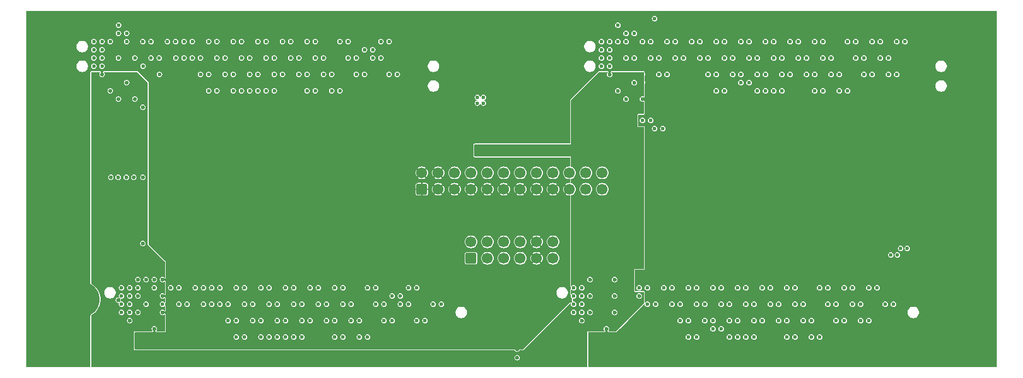
<source format=gbr>
%TF.GenerationSoftware,KiCad,Pcbnew,7.0.10*%
%TF.CreationDate,2024-12-16T23:30:14-07:00*%
%TF.ProjectId,DRXDaughterboard,44525844-6175-4676-9874-6572626f6172,1.1*%
%TF.SameCoordinates,Original*%
%TF.FileFunction,Copper,L5,Inr*%
%TF.FilePolarity,Positive*%
%FSLAX46Y46*%
G04 Gerber Fmt 4.6, Leading zero omitted, Abs format (unit mm)*
G04 Created by KiCad (PCBNEW 7.0.10) date 2024-12-16 23:30:14*
%MOMM*%
%LPD*%
G01*
G04 APERTURE LIST*
G04 Aperture macros list*
%AMRoundRect*
0 Rectangle with rounded corners*
0 $1 Rounding radius*
0 $2 $3 $4 $5 $6 $7 $8 $9 X,Y pos of 4 corners*
0 Add a 4 corners polygon primitive as box body*
4,1,4,$2,$3,$4,$5,$6,$7,$8,$9,$2,$3,0*
0 Add four circle primitives for the rounded corners*
1,1,$1+$1,$2,$3*
1,1,$1+$1,$4,$5*
1,1,$1+$1,$6,$7*
1,1,$1+$1,$8,$9*
0 Add four rect primitives between the rounded corners*
20,1,$1+$1,$2,$3,$4,$5,0*
20,1,$1+$1,$4,$5,$6,$7,0*
20,1,$1+$1,$6,$7,$8,$9,0*
20,1,$1+$1,$8,$9,$2,$3,0*%
G04 Aperture macros list end*
%TA.AperFunction,ComponentPad*%
%ADD10RoundRect,0.250000X0.600000X-0.600000X0.600000X0.600000X-0.600000X0.600000X-0.600000X-0.600000X0*%
%TD*%
%TA.AperFunction,ComponentPad*%
%ADD11C,1.700000*%
%TD*%
%TA.AperFunction,ViaPad*%
%ADD12C,0.600000*%
%TD*%
%TA.AperFunction,ViaPad*%
%ADD13C,5.400000*%
%TD*%
G04 APERTURE END LIST*
D10*
%TO.N,GND*%
%TO.C,J3*%
X128294001Y-98117273D03*
D11*
X128294001Y-95577273D03*
X130834001Y-98117273D03*
X130834001Y-95577273D03*
X133374001Y-98117273D03*
%TO.N,FMC0_SYNC*%
X133374001Y-95577273D03*
%TO.N,GND*%
X135914001Y-98117273D03*
%TO.N,FMC0_\u002ARST*%
X135914001Y-95577273D03*
%TO.N,GND*%
X138454001Y-98117273D03*
%TO.N,Net-(J3-Pin_10)*%
X138454001Y-95577273D03*
%TO.N,GND*%
X140994001Y-98117273D03*
%TO.N,Net-(J3-Pin_12)*%
X140994001Y-95577273D03*
%TO.N,GND*%
X143534001Y-98117273D03*
%TO.N,FMC1_CS1*%
X143534001Y-95577273D03*
%TO.N,GND*%
X146074001Y-98117273D03*
%TO.N,FMC1_CS0*%
X146074001Y-95577273D03*
%TO.N,GND*%
X148614001Y-98117273D03*
%TO.N,FMC1_SCL*%
X148614001Y-95577273D03*
%TO.N,GND*%
X151154001Y-98117273D03*
%TO.N,FMC1_SDA*%
X151154001Y-95577273D03*
%TO.N,GND*%
X153694001Y-98117273D03*
%TO.N,FMC1_SYNC*%
X153694001Y-95577273D03*
%TO.N,GND*%
X156234001Y-98117273D03*
%TO.N,FMC1_\u002ARST*%
X156234001Y-95577273D03*
%TD*%
D10*
%TO.N,FMC0_FCLKB_N*%
%TO.C,J6*%
X135914001Y-108794773D03*
D11*
%TO.N,unconnected-(J6-Pin_2-Pad2)*%
X135914001Y-106254773D03*
%TO.N,FMC0_FCLKB_P*%
X138454001Y-108794773D03*
%TO.N,unconnected-(J6-Pin_4-Pad4)*%
X138454001Y-106254773D03*
%TO.N,unconnected-(J6-Pin_5-Pad5)*%
X140994001Y-108794773D03*
%TO.N,FMC1_FCLKB_N*%
X140994001Y-106254773D03*
%TO.N,unconnected-(J6-Pin_7-Pad7)*%
X143534001Y-108794773D03*
%TO.N,FMC1_FCLKB_P*%
X143534001Y-106254773D03*
%TO.N,GND*%
X146074001Y-108794773D03*
X146074001Y-106254773D03*
%TO.N,unconnected-(J6-Pin_11-Pad11)*%
X148614001Y-108794773D03*
%TO.N,unconnected-(J6-Pin_12-Pad12)*%
X148614001Y-106254773D03*
%TD*%
D12*
%TO.N,GND*%
X182790001Y-94488000D03*
X201344001Y-112096773D03*
X86384001Y-96266000D03*
X111784001Y-106508773D03*
X90194001Y-106508773D03*
X86891001Y-119716773D03*
X179750001Y-112096773D03*
X128801001Y-112096773D03*
X165784001Y-114636773D03*
X114831001Y-112096773D03*
X114831001Y-117176773D03*
X106704001Y-106508773D03*
X99084001Y-106508773D03*
X88161001Y-112096773D03*
X181024001Y-117176773D03*
X83854001Y-79076773D03*
X91474001Y-84156773D03*
X113562001Y-112096773D03*
X126261001Y-119716773D03*
X203111001Y-73996773D03*
X177710001Y-94478000D03*
X177711001Y-84156773D03*
X116874001Y-81616773D03*
X198804001Y-119716773D03*
X91971001Y-112096773D03*
X200571001Y-79076773D03*
X97814001Y-96266000D03*
X108481001Y-122256773D03*
X170091001Y-79076773D03*
X170091001Y-84156773D03*
X76986001Y-77171773D03*
X102131001Y-119716773D03*
X175170001Y-85426773D03*
X143050000Y-124170000D03*
X128930000Y-106340000D03*
X81314001Y-84156773D03*
X171360001Y-85426773D03*
X184834001Y-112096773D03*
X183564001Y-122256773D03*
X83854001Y-76536773D03*
X114324001Y-85426773D03*
X120674001Y-96266000D03*
X137840000Y-110363000D03*
X116864001Y-96266000D03*
X194220001Y-94488000D03*
X111021001Y-114636773D03*
X124494001Y-84156773D03*
X188644001Y-117176773D03*
X189140001Y-85426773D03*
X85114001Y-96266000D03*
X161974001Y-119716773D03*
X161201001Y-81616773D03*
X94004001Y-85426773D03*
X121954001Y-79076773D03*
X191680001Y-94488000D03*
X172630001Y-85426773D03*
X203111001Y-79076773D03*
X123722001Y-112096773D03*
X181024001Y-112096773D03*
X160704001Y-122256773D03*
X128801001Y-114636773D03*
X169594001Y-114636773D03*
X101624001Y-96266000D03*
X118134001Y-106508773D03*
X80044001Y-82886773D03*
X106714001Y-76536773D03*
X192951001Y-76536773D03*
D13*
X213016001Y-77070173D03*
D12*
X80137000Y-96266000D03*
X198030001Y-94488000D03*
X185330001Y-106636773D03*
X166281001Y-76536773D03*
X83693000Y-96266000D03*
X99084001Y-85426773D03*
X173900001Y-106635773D03*
X186100001Y-112096773D03*
X184834001Y-114636773D03*
X99591001Y-112096773D03*
X110514001Y-96266000D03*
X99084001Y-96266000D03*
X205510001Y-106629000D03*
X170860001Y-112096773D03*
X178985179Y-105991952D03*
X119404001Y-96266000D03*
X192950001Y-85426773D03*
X102894001Y-96266000D03*
X204239999Y-94488000D03*
X170091001Y-76536773D03*
X175944001Y-122256773D03*
X166267001Y-106635773D03*
X173900001Y-81616773D03*
X108481001Y-119716773D03*
X189140001Y-94488000D03*
X87654001Y-85426773D03*
X124992001Y-112096773D03*
X173404001Y-117176773D03*
X124484001Y-96266000D03*
X205651001Y-79076773D03*
X169594001Y-112096773D03*
X88161001Y-122256773D03*
X187870001Y-94488000D03*
X90194001Y-85426773D03*
X177711001Y-76536773D03*
X100354001Y-84156773D03*
X198804001Y-117176773D03*
X96554001Y-84156773D03*
X103401001Y-112096773D03*
X165011001Y-84156773D03*
X108482001Y-112096773D03*
X91971001Y-117176773D03*
X173404001Y-122256773D03*
X95274001Y-81616773D03*
X192950001Y-94487000D03*
X95274001Y-85426773D03*
X80044001Y-73996773D03*
X119404001Y-106508773D03*
X110514001Y-85426773D03*
X121181001Y-119716773D03*
X113054001Y-96266000D03*
X104164001Y-85426773D03*
X186600001Y-94488000D03*
X121954001Y-81616773D03*
X98321001Y-122256773D03*
X87664001Y-81616773D03*
X185331001Y-84156773D03*
X116102001Y-114636773D03*
X107974001Y-96266000D03*
X118144001Y-79076773D03*
X154354001Y-112096773D03*
X205651001Y-81616773D03*
X195490001Y-94487000D03*
X199300001Y-85426773D03*
X151281001Y-115271773D03*
X192454001Y-114636773D03*
X176440001Y-85426773D03*
X163244001Y-122256773D03*
X154354001Y-120986773D03*
X181520001Y-94488000D03*
X127034001Y-79076773D03*
X186600001Y-106636773D03*
X161974001Y-112096773D03*
X118144001Y-76536773D03*
X198031001Y-81616773D03*
X194220001Y-106636773D03*
X200570000Y-94488000D03*
X178484001Y-119716773D03*
X190410001Y-85426773D03*
X143050000Y-122880000D03*
X88161001Y-114636773D03*
X118641001Y-122256773D03*
X93242001Y-112096773D03*
X111784001Y-96266000D03*
X198804001Y-112096773D03*
X121954001Y-73996773D03*
X203111001Y-81616773D03*
X122451001Y-114636773D03*
X205651001Y-73996773D03*
X107974001Y-106508773D03*
X101624001Y-106508773D03*
X139343001Y-88601773D03*
X192951001Y-79076773D03*
X192454001Y-112096773D03*
X105434001Y-96266000D03*
X106704001Y-85426773D03*
X187374001Y-119716773D03*
X177214001Y-114636773D03*
X189141001Y-79076773D03*
X205651001Y-84156773D03*
X119912001Y-112096773D03*
X100354001Y-96266000D03*
X197530001Y-112096773D03*
X180250001Y-94487000D03*
X136525000Y-110363000D03*
X90701001Y-122256773D03*
X96544001Y-85426773D03*
X80044001Y-76536773D03*
X118641001Y-114636773D03*
X170091001Y-73996773D03*
X189140001Y-81616773D03*
X94004001Y-106508773D03*
X196264001Y-112096773D03*
X170077001Y-93726000D03*
X163240001Y-112096773D03*
X101634001Y-84156773D03*
X172630001Y-94488000D03*
X131341001Y-117176773D03*
X118134001Y-96266000D03*
X123214001Y-85426773D03*
X171361001Y-81616773D03*
X84351001Y-117176773D03*
X83081001Y-118446773D03*
X191184001Y-119716773D03*
X200571001Y-81616773D03*
X87654001Y-96266000D03*
X99094001Y-79076773D03*
X127034001Y-73996773D03*
X168320001Y-112096773D03*
X99084001Y-81616773D03*
X173900001Y-94487000D03*
X161974001Y-114636773D03*
X123721001Y-122256773D03*
X124494001Y-81616773D03*
X90194001Y-96266000D03*
X95781001Y-112096773D03*
X174680001Y-114636773D03*
X196761001Y-73996773D03*
X109244001Y-106508773D03*
X102904001Y-73996773D03*
X104164001Y-106508773D03*
X198030001Y-106636773D03*
X186100001Y-114636773D03*
X91464001Y-85426773D03*
X100862001Y-114636773D03*
X186104001Y-122256773D03*
X193724001Y-122256773D03*
X196761001Y-79076773D03*
X181024001Y-122256773D03*
X166281001Y-81616773D03*
X124494001Y-76536773D03*
X110524001Y-79076773D03*
X101624001Y-85426773D03*
X184834001Y-117176773D03*
X162471001Y-84156773D03*
X195490001Y-85426773D03*
X126261001Y-122256773D03*
X184060001Y-94488000D03*
X81304001Y-115271773D03*
X199300001Y-94488000D03*
X92734001Y-96266000D03*
X121181001Y-122256773D03*
D13*
X75715001Y-115170173D03*
D12*
X112291001Y-119716773D03*
X118134001Y-85426773D03*
X120674001Y-85426773D03*
X113561001Y-122256773D03*
X192951001Y-84156773D03*
X95274001Y-106508773D03*
X97824001Y-81616773D03*
X201840001Y-106635773D03*
X158661001Y-76536773D03*
X191184001Y-122256773D03*
X178480001Y-112096773D03*
X177710001Y-85426773D03*
X164510001Y-112096773D03*
X122451001Y-117176773D03*
X124484001Y-106508773D03*
X102894001Y-106508773D03*
X116102001Y-112096773D03*
X123214001Y-106508773D03*
X180251001Y-84156773D03*
X99591001Y-114636773D03*
X95274001Y-96266000D03*
X200049001Y-112096773D03*
X173900001Y-85426773D03*
X97814001Y-106508773D03*
X187870001Y-106636773D03*
X167551001Y-84156773D03*
X95284001Y-76536773D03*
X117372001Y-112096773D03*
X95781001Y-117176773D03*
X116864001Y-85426773D03*
X187871001Y-84156773D03*
X201840001Y-94487000D03*
X102132001Y-112096773D03*
X139343001Y-87712773D03*
X86394001Y-84156773D03*
X198804001Y-114636773D03*
X82584001Y-81616773D03*
X99094001Y-84156773D03*
X184060001Y-85426773D03*
X121944001Y-85426773D03*
X173901001Y-73996773D03*
X105941001Y-119716773D03*
X120674001Y-106508773D03*
X190411001Y-84156773D03*
X102904001Y-76536773D03*
X110514001Y-81616773D03*
X191681001Y-81616773D03*
X107211001Y-112096773D03*
X109752001Y-114636773D03*
X205510000Y-94487000D03*
X84351001Y-120986773D03*
X100862001Y-112096773D03*
X97051001Y-119716773D03*
X128801001Y-122256773D03*
X123721001Y-119716773D03*
X158164001Y-122256773D03*
X177711001Y-73996773D03*
X95284001Y-79076773D03*
X87664001Y-73996773D03*
X162471001Y-73996773D03*
X111794001Y-84156773D03*
X95781001Y-114636773D03*
X130200000Y-106340000D03*
X110514001Y-106508773D03*
X131341001Y-114636773D03*
X121182001Y-112096773D03*
X111021001Y-122256773D03*
X176440001Y-94487000D03*
X196760001Y-106635773D03*
X141630000Y-104910000D03*
X126261001Y-112096773D03*
X113054001Y-106508773D03*
X176441001Y-81616773D03*
X118641001Y-112096773D03*
X177710001Y-106626773D03*
X105434001Y-106508773D03*
X196264001Y-114636773D03*
X154354001Y-117176773D03*
X165784001Y-122256773D03*
X185331001Y-79076773D03*
X173901001Y-79076773D03*
X196760001Y-94487000D03*
X155624001Y-122256773D03*
X87654001Y-106508773D03*
X180251001Y-81616773D03*
X178484001Y-122256773D03*
X191680001Y-85426773D03*
X104174001Y-84156773D03*
X85114001Y-85426773D03*
X88900000Y-96266000D03*
X99094001Y-73996773D03*
X189141001Y-76536773D03*
X166281001Y-79076773D03*
X103401001Y-117176773D03*
X190410001Y-106636773D03*
X192454001Y-117176773D03*
X128801001Y-117176773D03*
X158661001Y-79076773D03*
X172631001Y-84156773D03*
X196264001Y-122256773D03*
X110524001Y-73996773D03*
X167550000Y-95170000D03*
X124494001Y-79076773D03*
X174670001Y-112096773D03*
X83854001Y-84156773D03*
X161974001Y-117176773D03*
X158661001Y-82886773D03*
X158164001Y-114636773D03*
X85622001Y-112096773D03*
X109254001Y-84156773D03*
X189910001Y-112096773D03*
X86892001Y-112096773D03*
X177214001Y-112096773D03*
X128801001Y-119716773D03*
X116864001Y-106508773D03*
X88900000Y-106508773D03*
X168324001Y-122256773D03*
X97814001Y-85426773D03*
X185331001Y-73996773D03*
X91474001Y-79076773D03*
X90702001Y-112096773D03*
X166281001Y-73996773D03*
X203111001Y-84156773D03*
X199300001Y-106636773D03*
X195490001Y-106635773D03*
X167550001Y-106635773D03*
X103401001Y-114636773D03*
X181521001Y-73996773D03*
X196761001Y-76536773D03*
X99094001Y-76536773D03*
X182791001Y-81616773D03*
X201344001Y-117176773D03*
X105434001Y-85426773D03*
X121944001Y-96266000D03*
X86384001Y-85426773D03*
X158164001Y-112096773D03*
X96544001Y-106508773D03*
X100861001Y-122256773D03*
X172130001Y-112096773D03*
X168820001Y-94487000D03*
X111021001Y-117176773D03*
X167550001Y-85426773D03*
X187870001Y-85426773D03*
X182294001Y-119716773D03*
X198804001Y-122256773D03*
X118144001Y-73996773D03*
X126261001Y-117176773D03*
X94004001Y-96266000D03*
X121954001Y-84156773D03*
X87664001Y-79076773D03*
X95781001Y-122256773D03*
X80044001Y-79076773D03*
X162471001Y-76536773D03*
X87664001Y-76536773D03*
X181520001Y-85426773D03*
X88161001Y-117176773D03*
X84351001Y-112096773D03*
X106704001Y-96266000D03*
X126261001Y-114636773D03*
X117371001Y-119716773D03*
X180250001Y-106635773D03*
X94512001Y-112096773D03*
X195491001Y-84156773D03*
X127034001Y-76536773D03*
X200571001Y-76536773D03*
X109244001Y-85426773D03*
X122451001Y-112096773D03*
X158661001Y-73996773D03*
X204240000Y-106630000D03*
X201344001Y-119716773D03*
X102894001Y-85426773D03*
X104164001Y-96266000D03*
X119414001Y-84156773D03*
X91971001Y-119716773D03*
X192950001Y-106635773D03*
X182790001Y-85426773D03*
X192951001Y-73996773D03*
X196264001Y-117176773D03*
X119404001Y-85426773D03*
X165784001Y-112096773D03*
X104672001Y-114636773D03*
X181520001Y-106636773D03*
X159931001Y-84156773D03*
X114334001Y-73996773D03*
X115594001Y-106508773D03*
X200571001Y-84156773D03*
X178994000Y-85426773D03*
X113064001Y-81616773D03*
X115594001Y-96266000D03*
X190410001Y-94488000D03*
X100354001Y-85426773D03*
X116101001Y-122256773D03*
X106714001Y-84156773D03*
X188644001Y-114636773D03*
X182290001Y-112096773D03*
X114324001Y-106508773D03*
X121954001Y-76536773D03*
X115594001Y-85426773D03*
X175944001Y-119716773D03*
X154354001Y-114636773D03*
X118641001Y-117176773D03*
X78774001Y-80346773D03*
X198031001Y-84156773D03*
D13*
X150024001Y-77070173D03*
D12*
X189140001Y-106636773D03*
X181024001Y-114636773D03*
X92734001Y-106508773D03*
X183560001Y-112096773D03*
X158164001Y-117176773D03*
X187370001Y-112096773D03*
X116874001Y-84156773D03*
X170077001Y-85426773D03*
X111784001Y-85426773D03*
X92744001Y-81616773D03*
D13*
X145717401Y-115170173D03*
D12*
X181521001Y-76536773D03*
X106714001Y-79076773D03*
X131341001Y-122256773D03*
X82550000Y-96266000D03*
X203111001Y-76536773D03*
X89432001Y-112096773D03*
X165784001Y-117176773D03*
X121944001Y-106508773D03*
X169594001Y-117176773D03*
X91464001Y-96266000D03*
X167054001Y-119716773D03*
X127532001Y-112096773D03*
X185330001Y-85426773D03*
X113054001Y-85426773D03*
X184060001Y-106636773D03*
X109752001Y-112096773D03*
X100354001Y-106508773D03*
X91474001Y-73996773D03*
D13*
X71408001Y-77070173D03*
D12*
X131341001Y-119716773D03*
X91971001Y-114636773D03*
X171360001Y-94487000D03*
X168820001Y-85426773D03*
X185330001Y-94488000D03*
X131341001Y-112096773D03*
X195491001Y-81616773D03*
X101634001Y-81616773D03*
X153084001Y-118446773D03*
X193724001Y-119716773D03*
D13*
X208709401Y-115170173D03*
D12*
X94014001Y-84156773D03*
X173901001Y-76536773D03*
X175171001Y-84156773D03*
X114334001Y-84156773D03*
X155599001Y-77171773D03*
X92734001Y-85426773D03*
X170864001Y-122256773D03*
X105942001Y-112096773D03*
X140232001Y-87712773D03*
X111021001Y-112096773D03*
X180250001Y-85426773D03*
X157391001Y-80346773D03*
X106714001Y-73996773D03*
X156894001Y-119716773D03*
X166267001Y-94487000D03*
X171360001Y-106635773D03*
X81280000Y-96266000D03*
X186601001Y-81616773D03*
D13*
X134400001Y-77070173D03*
D12*
X185331001Y-76536773D03*
X109244001Y-96266000D03*
X182790001Y-106636773D03*
X173404001Y-114636773D03*
X142900000Y-104910000D03*
X177711001Y-79076773D03*
X104174001Y-81616773D03*
X168820001Y-106635773D03*
X107984001Y-81616773D03*
X175940001Y-112096773D03*
X186600001Y-85426773D03*
X189141001Y-73996773D03*
D13*
X138707001Y-115170173D03*
D12*
X162471001Y-79076773D03*
X176440001Y-106635773D03*
X83854001Y-73996773D03*
X85114001Y-106508773D03*
X191180001Y-112096773D03*
X107211001Y-114636773D03*
X170851002Y-114636773D03*
X114334001Y-79076773D03*
X93241001Y-122256773D03*
X140232001Y-88601773D03*
X85621001Y-122256773D03*
X193720001Y-112096773D03*
X95284001Y-73996773D03*
X205651001Y-76536773D03*
X119414001Y-81616773D03*
X198030001Y-85426773D03*
X179760001Y-117176773D03*
X201344001Y-122256773D03*
X107974001Y-85426773D03*
X112292001Y-112096773D03*
X175170001Y-94488000D03*
X103401001Y-122256773D03*
X86384001Y-106508773D03*
X114324001Y-96266000D03*
X123214001Y-96266000D03*
X105941001Y-122256773D03*
X104672001Y-112096773D03*
X182791001Y-84156773D03*
X172630001Y-106636773D03*
X196760001Y-85426773D03*
X99591001Y-117176773D03*
X91464001Y-106508773D03*
X196264001Y-119716773D03*
X175170001Y-106636773D03*
X110524001Y-76536773D03*
X127034001Y-81616773D03*
X188644001Y-122256773D03*
X188644001Y-112096773D03*
X173404001Y-112096773D03*
X201344001Y-114636773D03*
X127034001Y-84156773D03*
X91474001Y-76536773D03*
X109752001Y-117176773D03*
X179750001Y-114636773D03*
X114334001Y-76536773D03*
X84351001Y-114636773D03*
X200571001Y-73996773D03*
X167050001Y-112096773D03*
X124494001Y-73996773D03*
X114831001Y-114636773D03*
X194990001Y-112096773D03*
X88934001Y-84156773D03*
X96544001Y-96266000D03*
X124484001Y-85426773D03*
X172134001Y-119716773D03*
X191680001Y-106636773D03*
X194220001Y-85426773D03*
X170077001Y-106635773D03*
%TO.N,+3.3VP*%
X156121001Y-81616773D03*
X154354001Y-119716773D03*
X156121001Y-80346773D03*
X80044001Y-80346773D03*
X155624001Y-119716773D03*
X137819001Y-92538773D03*
X153084001Y-119716773D03*
X158164001Y-118446773D03*
X88161001Y-119716773D03*
X81315001Y-80346773D03*
X81315001Y-81616773D03*
X80044001Y-81616773D03*
X159931001Y-80346773D03*
X155624001Y-118446773D03*
X158661001Y-80346773D03*
X158661001Y-81616773D03*
X151814001Y-118446773D03*
X162471001Y-80346773D03*
X88161001Y-118446773D03*
X136930001Y-92538773D03*
X136930001Y-91649773D03*
X159931001Y-81616773D03*
X85622001Y-118446773D03*
X137819001Y-91649773D03*
X84351001Y-119716773D03*
X83854001Y-80346773D03*
X158164001Y-119716773D03*
X81811001Y-118446773D03*
X84351001Y-118446773D03*
X83854001Y-81616773D03*
X77504001Y-81616773D03*
X162471001Y-81616773D03*
X151814001Y-119716773D03*
X85622001Y-119716773D03*
X78774001Y-81616773D03*
X81811001Y-119716773D03*
X83081001Y-119716773D03*
X154354001Y-118446773D03*
X157391001Y-81616773D03*
X77504001Y-80346773D03*
%TO.N,VAA*%
X83081001Y-117176773D03*
X77504001Y-77806773D03*
X151814001Y-114636773D03*
X157391001Y-75266773D03*
X153084001Y-115906773D03*
X77504001Y-76536773D03*
X77504001Y-79076773D03*
X156121001Y-79076773D03*
X81811001Y-115906773D03*
X156121001Y-76536773D03*
X156121001Y-75266773D03*
X157391001Y-76536773D03*
X78774001Y-79076773D03*
X78774001Y-77806773D03*
X151814001Y-113366773D03*
X78774001Y-76536773D03*
X83081001Y-114636773D03*
X136930001Y-83902773D03*
X83081001Y-115906773D03*
X78774001Y-75266773D03*
X83081001Y-113366773D03*
X153084001Y-117176773D03*
X81811001Y-114636773D03*
X153084001Y-114636773D03*
X137819001Y-84791773D03*
X137819001Y-83902773D03*
X157391001Y-77806773D03*
X157391001Y-79076773D03*
X156121001Y-77806773D03*
X151814001Y-117176773D03*
X136930001Y-84791773D03*
X153084001Y-113366773D03*
X81811001Y-117176773D03*
X81812001Y-113366773D03*
X77505001Y-75266773D03*
X151814001Y-115906773D03*
%TO.N,FMC0_A7_P*%
X115605001Y-82886773D03*
X119912001Y-120986773D03*
%TO.N,FMC0_A7_N*%
X114335001Y-82886773D03*
X118642001Y-120986773D03*
%TO.N,FMC0_B3_P*%
X116102001Y-120986773D03*
X111795001Y-82886773D03*
%TO.N,FMC0_B3_N*%
X110525001Y-82886773D03*
X114832001Y-120986773D03*
%TO.N,FMC0_B7_P*%
X105445001Y-82886773D03*
X109752001Y-120986941D03*
%TO.N,FMC0_B7_N*%
X108482001Y-120986773D03*
X104175001Y-82886773D03*
%TO.N,FMC0_C3_P*%
X104672001Y-120986773D03*
X100365001Y-82886773D03*
%TO.N,FMC0_C3_N*%
X99095001Y-82886773D03*
X103402001Y-120986773D03*
%TO.N,FMC0_A2_P*%
X119415001Y-80346773D03*
X123722001Y-118446773D03*
%TO.N,FMC0_A2_N*%
X122452001Y-118446773D03*
X118145001Y-80346773D03*
%TO.N,FMC0_A6_P*%
X118642001Y-118446773D03*
X114335001Y-80346773D03*
%TO.N,FMC0_A6_N*%
X113065001Y-80346773D03*
X117372001Y-118446773D03*
%TO.N,FMC0_B2_P*%
X110525001Y-80346773D03*
X114832001Y-118446773D03*
%TO.N,FMC0_B2_N*%
X109255001Y-80346773D03*
X113562001Y-118446773D03*
%TO.N,FMC0_B6_P*%
X111022001Y-118446773D03*
X106715001Y-80346773D03*
%TO.N,FMC0_B6_N*%
X109752001Y-118446773D03*
X105445001Y-80346773D03*
%TO.N,FMC0_C2_P*%
X102905001Y-80346773D03*
X107212001Y-118446773D03*
%TO.N,FMC0_C2_N*%
X101635001Y-80346773D03*
X105942001Y-118446773D03*
%TO.N,FMC0_C8_P*%
X103402001Y-118446773D03*
X99095001Y-80346773D03*
%TO.N,FMC0_A1_P*%
X126262001Y-115906773D03*
X121955001Y-77806773D03*
%TO.N,FMC0_A1_N*%
X124992001Y-115906773D03*
X120685001Y-77806773D03*
%TO.N,FMC0_A4_P*%
X118145001Y-77806773D03*
X122452001Y-115906773D03*
%TO.N,FMC0_A4_N*%
X116875001Y-77806773D03*
X121182001Y-115906773D03*
%TO.N,FMC0_B1_P*%
X113065001Y-77806773D03*
X117372001Y-115906773D03*
%TO.N,FMC0_B1_N*%
X111795001Y-77806773D03*
X116102001Y-115906773D03*
%TO.N,FMC0_B5_P*%
X113562001Y-115906773D03*
X109255001Y-77806773D03*
%TO.N,FMC0_B5_N*%
X112292001Y-115906773D03*
X107985001Y-77806773D03*
%TO.N,FMC0_C1_P*%
X109752001Y-115906773D03*
X105445001Y-77806773D03*
%TO.N,FMC0_C1_N*%
X104175001Y-77806773D03*
X108482001Y-115906773D03*
%TO.N,FMC0_C5_P*%
X105942001Y-115906773D03*
X101635001Y-77806773D03*
%TO.N,FMC0_C5_N*%
X100365001Y-77806773D03*
X104672001Y-115906773D03*
%TO.N,FMC0_C7_P*%
X102132001Y-115906773D03*
X97825001Y-77806773D03*
%TO.N,FMC0_C7_N*%
X96555001Y-77806773D03*
X100862001Y-115906773D03*
%TO.N,FMC0_A3_P*%
X120685001Y-76536773D03*
X124992001Y-114636773D03*
%TO.N,FMC0_LCLKA_P*%
X127532001Y-113366773D03*
X123225001Y-75266773D03*
%TO.N,FMC0_LCLKA_N*%
X121955001Y-75266773D03*
X126262001Y-113366773D03*
%TO.N,FMC0_A3_N*%
X119415001Y-76536773D03*
X123722001Y-114636773D03*
%TO.N,FMC0_A5_P*%
X121182001Y-113366773D03*
X116875001Y-75266773D03*
%TO.N,FMC0_A5_N*%
X115605001Y-75266773D03*
X119912001Y-113366773D03*
%TO.N,FMC0_A8_P*%
X116102001Y-113366773D03*
X111795001Y-75266773D03*
%TO.N,FMC0_A8_N*%
X110525001Y-75266773D03*
X114832001Y-113366773D03*
%TO.N,FMC0_B4_P*%
X112292001Y-113366773D03*
X107985001Y-75266773D03*
%TO.N,FMC0_B4_N*%
X106715001Y-75266773D03*
X111022001Y-113366773D03*
%TO.N,FMC0_B8_P*%
X108482001Y-113366773D03*
X104175001Y-75266773D03*
%TO.N,FMC0_B8_N*%
X102905001Y-75266773D03*
X107212001Y-113366773D03*
%TO.N,FMC0_C4_P*%
X104672001Y-113366773D03*
X100365001Y-75266773D03*
%TO.N,FMC0_C4_N*%
X103402001Y-113366773D03*
X99095001Y-75266773D03*
%TO.N,FMC0_C6_P*%
X96555001Y-75266773D03*
X100862001Y-113366773D03*
%TO.N,FMC0_C6_N*%
X95285001Y-75266773D03*
X99592001Y-113366773D03*
%TO.N,FMC0_C8_N*%
X97825001Y-80346773D03*
X102132001Y-118446773D03*
%TO.N,FMC0_D7_N*%
X85114001Y-75266773D03*
X89432001Y-113366773D03*
%TO.N,FMC0_CS0*%
X86892001Y-113366773D03*
X82585001Y-75266773D03*
%TO.N,FMC0_CS1*%
X84352001Y-113366773D03*
X80045001Y-75266773D03*
%TO.N,FMC0_D7_P*%
X86384001Y-75266773D03*
X90702001Y-113366773D03*
%TO.N,FMC0_D5_N*%
X88924001Y-75266773D03*
X93242001Y-113366773D03*
%TO.N,FMC0_D5_P*%
X94512001Y-113366773D03*
X90194001Y-75266773D03*
%TO.N,FMC0_D1_N*%
X91475001Y-75266773D03*
X95782001Y-113366773D03*
%TO.N,FMC0_D1_P*%
X92745001Y-75266773D03*
X97052001Y-113366773D03*
%TO.N,FMC0_D8_N*%
X86384001Y-77806773D03*
X90702001Y-115906773D03*
%TO.N,FMC0_D8_P*%
X91972001Y-115906773D03*
X87654001Y-77806773D03*
%TO.N,FMC0_D6_N*%
X90205001Y-77806773D03*
X94512001Y-115906773D03*
%TO.N,FMC0_D6_P*%
X91475001Y-77806773D03*
X95782001Y-115906773D03*
%TO.N,FMC0_D2_N*%
X97052001Y-115906773D03*
X92745001Y-77806773D03*
%TO.N,FMC0_D2_P*%
X98322001Y-115906773D03*
X94015001Y-77806773D03*
%TO.N,FMC0_D3_N*%
X98322001Y-118446773D03*
X94015001Y-80346773D03*
%TO.N,FMC0_D3_P*%
X99592001Y-118446773D03*
X95285001Y-80346773D03*
%TO.N,FMC0_D4_N*%
X99592001Y-120986773D03*
X95285001Y-82886773D03*
%TO.N,FMC0_D4_P*%
X96555001Y-82886773D03*
X100862001Y-120986773D03*
%TO.N,FMC0_FCLKC_P*%
X102905001Y-82886773D03*
X107212001Y-120986773D03*
%TO.N,FMC0_FCLKC_N*%
X105942001Y-120986773D03*
X101635001Y-82886773D03*
%TO.N,FMC0_FCLKA_P*%
X124495001Y-80346773D03*
X128802001Y-118446773D03*
%TO.N,FMC0_FCLKA_N*%
X127532001Y-118446773D03*
X123225001Y-80346773D03*
%TO.N,FMC0_SDA*%
X83855001Y-77806773D03*
X88162001Y-115906773D03*
%TO.N,FMC0_SCL*%
X81315001Y-77806773D03*
X85622001Y-115906773D03*
%TO.N,FMC0_SDOUT*%
X81332891Y-72712522D03*
%TO.N,FMC0_SYNC*%
X87665001Y-80346773D03*
%TO.N,FMC0_\u002ARST*%
X85125001Y-79076773D03*
%TO.N,FMC1_CS0*%
X159931001Y-75266773D03*
%TO.N,FMC1_CS1*%
X158661001Y-75266773D03*
%TO.N,FMC1_SDA*%
X161201001Y-77806773D03*
%TO.N,FMC1_SCL*%
X159931001Y-77806773D03*
%TO.N,FMC1_SDOUT*%
X158661001Y-72726773D03*
%TO.N,FMC1_SYNC*%
X166281001Y-80346773D03*
%TO.N,FMC1_\u002ARST*%
X164362001Y-71710773D03*
X165011001Y-80346773D03*
%TO.N,FMC1_LCLKA_N*%
X201841001Y-75266773D03*
X130072001Y-115906773D03*
%TO.N,FMC1_LCLKA_P*%
X131342001Y-115906773D03*
X203111001Y-75266773D03*
%TO.N,FMC0_FCLKB_P*%
X82585001Y-73996773D03*
%TO.N,FMC0_FCLKB_N*%
X81315001Y-73996773D03*
%TO.N,FMC1_FCLKA_P*%
X201841001Y-80346773D03*
X197534001Y-118446773D03*
%TO.N,FMC1_FCLKA_N*%
X200571001Y-80346773D03*
X196264001Y-118446773D03*
%TO.N,FMC1_A1_P*%
X196264001Y-115906773D03*
X200571001Y-77806773D03*
%TO.N,FMC1_A1_N*%
X199301001Y-77806773D03*
X194994001Y-115906773D03*
%TO.N,FMC1_A3_P*%
X194994001Y-113366773D03*
X199301001Y-75266773D03*
%TO.N,FMC1_A2_P*%
X193724001Y-118446773D03*
X198031001Y-80346773D03*
%TO.N,FMC1_A3_N*%
X198031001Y-75266773D03*
X193724001Y-113366773D03*
%TO.N,FMC1_A2_N*%
X196761001Y-80346773D03*
X192454001Y-118446773D03*
%TO.N,FMC1_A4_P*%
X192454001Y-115906773D03*
X196761001Y-77806773D03*
%TO.N,FMC1_A7_P*%
X194221001Y-82886773D03*
X189914001Y-120986773D03*
%TO.N,FMC1_A4_N*%
X191184001Y-115906773D03*
X195491001Y-77806773D03*
%TO.N,FMC1_A5_P*%
X195491001Y-75266773D03*
X191184001Y-113366773D03*
%TO.N,FMC1_A7_N*%
X188644001Y-120986773D03*
X192951001Y-82886773D03*
%TO.N,FMC1_A6_P*%
X192951001Y-80346773D03*
X188644001Y-118446773D03*
%TO.N,FMC1_A5_N*%
X194221001Y-75266773D03*
X189914001Y-113366773D03*
%TO.N,FMC1_A6_N*%
X191681001Y-80346773D03*
X187374001Y-118446773D03*
%TO.N,FMC1_B1_P*%
X187374001Y-115906773D03*
X191681001Y-77806773D03*
%TO.N,FMC1_B1_N*%
X186104001Y-115906773D03*
X190411001Y-77806773D03*
%TO.N,FMC1_A8_P*%
X186104001Y-113366773D03*
X190411001Y-75266773D03*
%TO.N,FMC1_B3_P*%
X190411001Y-82886773D03*
X186104001Y-120986773D03*
%TO.N,FMC1_B2_P*%
X189141001Y-80346773D03*
X184834001Y-118446773D03*
%TO.N,FMC1_A8_N*%
X184834001Y-113366773D03*
X189141001Y-75266773D03*
%TO.N,FMC1_B3_N*%
X184834001Y-120986773D03*
X189141001Y-82886773D03*
%TO.N,FMC1_B2_N*%
X187871001Y-80346773D03*
X183564001Y-118446773D03*
%TO.N,FMC1_B5_P*%
X187871001Y-77806773D03*
X183564001Y-115906773D03*
%TO.N,FMC1_B5_N*%
X182294001Y-115906773D03*
X186601001Y-77806773D03*
%TO.N,FMC1_B4_P*%
X182294001Y-113366773D03*
X186601001Y-75266773D03*
%TO.N,FMC1_B6_P*%
X185331001Y-80346773D03*
X181024001Y-118446773D03*
%TO.N,FMC1_B4_N*%
X181024001Y-113366773D03*
X185331001Y-75266773D03*
%TO.N,FMC1_B7_P*%
X184061001Y-82886773D03*
X179754001Y-120986773D03*
%TO.N,FMC1_B6_N*%
X184061001Y-80346773D03*
X179754001Y-118446773D03*
%TO.N,FMC1_C1_P*%
X184061001Y-77806773D03*
X179754001Y-115906773D03*
%TO.N,FMC1_B7_N*%
X178484001Y-120986773D03*
X182791001Y-82886773D03*
%TO.N,FMC1_C1_N*%
X178484001Y-115906773D03*
X182791001Y-77806773D03*
%TO.N,FMC1_B8_P*%
X182791001Y-75266773D03*
X178484001Y-113366773D03*
%TO.N,FMC1_FCLKC_P*%
X177214001Y-120986773D03*
X181521001Y-82886773D03*
%TO.N,FMC1_C2_P*%
X177214001Y-118446773D03*
X181521001Y-80346773D03*
%TO.N,FMC1_B8_N*%
X181521001Y-75266773D03*
X177214001Y-113366773D03*
%TO.N,FMC1_FCLKC_N*%
X175944001Y-120986773D03*
X180251001Y-82886773D03*
%TO.N,FMC1_C2_N*%
X180251001Y-80346773D03*
X175944001Y-118446773D03*
%TO.N,FMC1_C5_P*%
X180251001Y-77806773D03*
X175944001Y-115906773D03*
%TO.N,FMC1_C3_P*%
X174674001Y-119716773D03*
X178981001Y-81616773D03*
%TO.N,FMC1_C5_N*%
X178981001Y-77806773D03*
X174674001Y-115906773D03*
%TO.N,FMC1_C4_P*%
X174674001Y-113366773D03*
X178981001Y-75266773D03*
%TO.N,FMC1_C3_N*%
X173404001Y-119716773D03*
X177711001Y-81616773D03*
%TO.N,FMC1_C8_P*%
X177711001Y-80346773D03*
X173404001Y-118446773D03*
%TO.N,FMC1_C4_N*%
X173404001Y-113366773D03*
X177711001Y-75266773D03*
%TO.N,FMC1_C8_N*%
X176441001Y-80346773D03*
X172134001Y-118446773D03*
%TO.N,FMC1_C7_P*%
X172134001Y-115906773D03*
X176441001Y-77806773D03*
%TO.N,FMC1_C7_N*%
X170864001Y-115906773D03*
X175171001Y-77806773D03*
%TO.N,FMC1_C6_P*%
X170864001Y-113366773D03*
X175171001Y-75266773D03*
%TO.N,FMC1_D4_P*%
X175171001Y-82886773D03*
X170864001Y-120986773D03*
%TO.N,FMC1_D3_P*%
X169594001Y-118446773D03*
X173901001Y-80346773D03*
%TO.N,FMC1_C6_N*%
X169594001Y-113366773D03*
X173901001Y-75266773D03*
%TO.N,FMC1_D4_N*%
X169594001Y-120986773D03*
X173901001Y-82886773D03*
%TO.N,FMC1_D3_N*%
X172631001Y-80346773D03*
X168324001Y-118446773D03*
%TO.N,FMC1_D2_P*%
X168324001Y-115906773D03*
X172631001Y-77806773D03*
%TO.N,FMC1_D2_N*%
X171361001Y-77806773D03*
X167054001Y-115906773D03*
%TO.N,FMC1_D1_P*%
X171361001Y-75266773D03*
X167054001Y-113366773D03*
%TO.N,FMC1_D1_N*%
X165784001Y-113366773D03*
X170091001Y-75266773D03*
%TO.N,FMC1_D6_P*%
X168821001Y-77806773D03*
X164514001Y-115906773D03*
%TO.N,FMC1_D6_N*%
X167551001Y-77806773D03*
X163244001Y-115906773D03*
%TO.N,FMC1_D5_P*%
X167551001Y-75266773D03*
X163244001Y-113366773D03*
%TO.N,FMC1_D5_N*%
X161974001Y-113366773D03*
X166281001Y-75266773D03*
%TO.N,FMC1_D8_P*%
X165011001Y-77806773D03*
X201344001Y-115906773D03*
X203478001Y-107270773D03*
X165632001Y-88728773D03*
%TO.N,FMC1_D8_N*%
X164362001Y-88728773D03*
X200074001Y-115906773D03*
X163741001Y-77806773D03*
X202462001Y-107270773D03*
%TO.N,FMC1_D7_P*%
X163741001Y-87458773D03*
X198804001Y-113366773D03*
X201954001Y-108286773D03*
X163741001Y-75266773D03*
%TO.N,FMC1_D7_N*%
X197534001Y-113366773D03*
X162471001Y-87458773D03*
X200938001Y-108286773D03*
X162471001Y-75266773D03*
%TO.N,FMC1_FCLKB_P*%
X161201001Y-73996773D03*
%TO.N,FMC1_FCLKB_N*%
X159931001Y-73996773D03*
%TD*%
%TA.AperFunction,Conductor*%
%TO.N,GND*%
G36*
X217354856Y-70501918D02*
G01*
X217369501Y-70537273D01*
X217369501Y-125589273D01*
X217354856Y-125624628D01*
X217319501Y-125639273D01*
X154123501Y-125639273D01*
X154088146Y-125624628D01*
X154073501Y-125589273D01*
X154073501Y-121115339D01*
X154073115Y-121105517D01*
X154072497Y-121097671D01*
X154071340Y-121087898D01*
X154056561Y-120994590D01*
X154056561Y-120986775D01*
X169168259Y-120986775D01*
X169189094Y-121118331D01*
X169189097Y-121118339D01*
X169249564Y-121237012D01*
X169249571Y-121237022D01*
X169343751Y-121331202D01*
X169343754Y-121331204D01*
X169343756Y-121331206D01*
X169343758Y-121331207D01*
X169343761Y-121331209D01*
X169462434Y-121391676D01*
X169462442Y-121391679D01*
X169593999Y-121412515D01*
X169594001Y-121412515D01*
X169594003Y-121412515D01*
X169725559Y-121391679D01*
X169725560Y-121391678D01*
X169725563Y-121391678D01*
X169844246Y-121331206D01*
X169938434Y-121237018D01*
X169998906Y-121118335D01*
X169999379Y-121115353D01*
X170019743Y-120986775D01*
X170438259Y-120986775D01*
X170459094Y-121118331D01*
X170459097Y-121118339D01*
X170519564Y-121237012D01*
X170519571Y-121237022D01*
X170613751Y-121331202D01*
X170613754Y-121331204D01*
X170613756Y-121331206D01*
X170613758Y-121331207D01*
X170613761Y-121331209D01*
X170732434Y-121391676D01*
X170732442Y-121391679D01*
X170863999Y-121412515D01*
X170864001Y-121412515D01*
X170864003Y-121412515D01*
X170995559Y-121391679D01*
X170995560Y-121391678D01*
X170995563Y-121391678D01*
X171114246Y-121331206D01*
X171208434Y-121237018D01*
X171268906Y-121118335D01*
X171269379Y-121115353D01*
X171289743Y-120986775D01*
X175518259Y-120986775D01*
X175539094Y-121118331D01*
X175539097Y-121118339D01*
X175599564Y-121237012D01*
X175599571Y-121237022D01*
X175693751Y-121331202D01*
X175693754Y-121331204D01*
X175693756Y-121331206D01*
X175693758Y-121331207D01*
X175693761Y-121331209D01*
X175812434Y-121391676D01*
X175812442Y-121391679D01*
X175943999Y-121412515D01*
X175944001Y-121412515D01*
X175944003Y-121412515D01*
X176075559Y-121391679D01*
X176075560Y-121391678D01*
X176075563Y-121391678D01*
X176194246Y-121331206D01*
X176288434Y-121237018D01*
X176348906Y-121118335D01*
X176349379Y-121115353D01*
X176369743Y-120986775D01*
X176788259Y-120986775D01*
X176809094Y-121118331D01*
X176809097Y-121118339D01*
X176869564Y-121237012D01*
X176869571Y-121237022D01*
X176963751Y-121331202D01*
X176963754Y-121331204D01*
X176963756Y-121331206D01*
X176963758Y-121331207D01*
X176963761Y-121331209D01*
X177082434Y-121391676D01*
X177082442Y-121391679D01*
X177213999Y-121412515D01*
X177214001Y-121412515D01*
X177214003Y-121412515D01*
X177345559Y-121391679D01*
X177345560Y-121391678D01*
X177345563Y-121391678D01*
X177464246Y-121331206D01*
X177558434Y-121237018D01*
X177618906Y-121118335D01*
X177619379Y-121115353D01*
X177639743Y-120986775D01*
X178058259Y-120986775D01*
X178079094Y-121118331D01*
X178079097Y-121118339D01*
X178139564Y-121237012D01*
X178139571Y-121237022D01*
X178233751Y-121331202D01*
X178233754Y-121331204D01*
X178233756Y-121331206D01*
X178233758Y-121331207D01*
X178233761Y-121331209D01*
X178352434Y-121391676D01*
X178352442Y-121391679D01*
X178483999Y-121412515D01*
X178484001Y-121412515D01*
X178484003Y-121412515D01*
X178615559Y-121391679D01*
X178615560Y-121391678D01*
X178615563Y-121391678D01*
X178734246Y-121331206D01*
X178828434Y-121237018D01*
X178888906Y-121118335D01*
X178889379Y-121115353D01*
X178909743Y-120986775D01*
X179328259Y-120986775D01*
X179349094Y-121118331D01*
X179349097Y-121118339D01*
X179409564Y-121237012D01*
X179409571Y-121237022D01*
X179503751Y-121331202D01*
X179503754Y-121331204D01*
X179503756Y-121331206D01*
X179503758Y-121331207D01*
X179503761Y-121331209D01*
X179622434Y-121391676D01*
X179622442Y-121391679D01*
X179753999Y-121412515D01*
X179754001Y-121412515D01*
X179754003Y-121412515D01*
X179885559Y-121391679D01*
X179885560Y-121391678D01*
X179885563Y-121391678D01*
X180004246Y-121331206D01*
X180098434Y-121237018D01*
X180158906Y-121118335D01*
X180159379Y-121115353D01*
X180179743Y-120986775D01*
X184408259Y-120986775D01*
X184429094Y-121118331D01*
X184429097Y-121118339D01*
X184489564Y-121237012D01*
X184489571Y-121237022D01*
X184583751Y-121331202D01*
X184583754Y-121331204D01*
X184583756Y-121331206D01*
X184583758Y-121331207D01*
X184583761Y-121331209D01*
X184702434Y-121391676D01*
X184702442Y-121391679D01*
X184833999Y-121412515D01*
X184834001Y-121412515D01*
X184834003Y-121412515D01*
X184965559Y-121391679D01*
X184965560Y-121391678D01*
X184965563Y-121391678D01*
X185084246Y-121331206D01*
X185178434Y-121237018D01*
X185238906Y-121118335D01*
X185239379Y-121115353D01*
X185259743Y-120986775D01*
X185678259Y-120986775D01*
X185699094Y-121118331D01*
X185699097Y-121118339D01*
X185759564Y-121237012D01*
X185759571Y-121237022D01*
X185853751Y-121331202D01*
X185853754Y-121331204D01*
X185853756Y-121331206D01*
X185853758Y-121331207D01*
X185853761Y-121331209D01*
X185972434Y-121391676D01*
X185972442Y-121391679D01*
X186103999Y-121412515D01*
X186104001Y-121412515D01*
X186104003Y-121412515D01*
X186235559Y-121391679D01*
X186235560Y-121391678D01*
X186235563Y-121391678D01*
X186354246Y-121331206D01*
X186448434Y-121237018D01*
X186508906Y-121118335D01*
X186509379Y-121115353D01*
X186529743Y-120986775D01*
X188218259Y-120986775D01*
X188239094Y-121118331D01*
X188239097Y-121118339D01*
X188299564Y-121237012D01*
X188299571Y-121237022D01*
X188393751Y-121331202D01*
X188393754Y-121331204D01*
X188393756Y-121331206D01*
X188393758Y-121331207D01*
X188393761Y-121331209D01*
X188512434Y-121391676D01*
X188512442Y-121391679D01*
X188643999Y-121412515D01*
X188644001Y-121412515D01*
X188644003Y-121412515D01*
X188775559Y-121391679D01*
X188775560Y-121391678D01*
X188775563Y-121391678D01*
X188894246Y-121331206D01*
X188988434Y-121237018D01*
X189048906Y-121118335D01*
X189049379Y-121115353D01*
X189069743Y-120986775D01*
X189488259Y-120986775D01*
X189509094Y-121118331D01*
X189509097Y-121118339D01*
X189569564Y-121237012D01*
X189569571Y-121237022D01*
X189663751Y-121331202D01*
X189663754Y-121331204D01*
X189663756Y-121331206D01*
X189663758Y-121331207D01*
X189663761Y-121331209D01*
X189782434Y-121391676D01*
X189782442Y-121391679D01*
X189913999Y-121412515D01*
X189914001Y-121412515D01*
X189914003Y-121412515D01*
X190045559Y-121391679D01*
X190045560Y-121391678D01*
X190045563Y-121391678D01*
X190164246Y-121331206D01*
X190258434Y-121237018D01*
X190318906Y-121118335D01*
X190319379Y-121115353D01*
X190339743Y-120986775D01*
X190339743Y-120986770D01*
X190318907Y-120855214D01*
X190318904Y-120855206D01*
X190258437Y-120736533D01*
X190258435Y-120736530D01*
X190258434Y-120736528D01*
X190258432Y-120736526D01*
X190258430Y-120736523D01*
X190164250Y-120642343D01*
X190164240Y-120642336D01*
X190045567Y-120581869D01*
X190045559Y-120581866D01*
X189914003Y-120561031D01*
X189913999Y-120561031D01*
X189782442Y-120581866D01*
X189782434Y-120581869D01*
X189663761Y-120642336D01*
X189663751Y-120642343D01*
X189569571Y-120736523D01*
X189569564Y-120736533D01*
X189509097Y-120855206D01*
X189509094Y-120855214D01*
X189488259Y-120986770D01*
X189488259Y-120986775D01*
X189069743Y-120986775D01*
X189069743Y-120986770D01*
X189048907Y-120855214D01*
X189048904Y-120855206D01*
X188988437Y-120736533D01*
X188988435Y-120736530D01*
X188988434Y-120736528D01*
X188988432Y-120736526D01*
X188988430Y-120736523D01*
X188894250Y-120642343D01*
X188894240Y-120642336D01*
X188775567Y-120581869D01*
X188775559Y-120581866D01*
X188644003Y-120561031D01*
X188643999Y-120561031D01*
X188512442Y-120581866D01*
X188512434Y-120581869D01*
X188393761Y-120642336D01*
X188393751Y-120642343D01*
X188299571Y-120736523D01*
X188299564Y-120736533D01*
X188239097Y-120855206D01*
X188239094Y-120855214D01*
X188218259Y-120986770D01*
X188218259Y-120986775D01*
X186529743Y-120986775D01*
X186529743Y-120986770D01*
X186508907Y-120855214D01*
X186508904Y-120855206D01*
X186448437Y-120736533D01*
X186448435Y-120736530D01*
X186448434Y-120736528D01*
X186448432Y-120736526D01*
X186448430Y-120736523D01*
X186354250Y-120642343D01*
X186354240Y-120642336D01*
X186235567Y-120581869D01*
X186235559Y-120581866D01*
X186104003Y-120561031D01*
X186103999Y-120561031D01*
X185972442Y-120581866D01*
X185972434Y-120581869D01*
X185853761Y-120642336D01*
X185853751Y-120642343D01*
X185759571Y-120736523D01*
X185759564Y-120736533D01*
X185699097Y-120855206D01*
X185699094Y-120855214D01*
X185678259Y-120986770D01*
X185678259Y-120986775D01*
X185259743Y-120986775D01*
X185259743Y-120986770D01*
X185238907Y-120855214D01*
X185238904Y-120855206D01*
X185178437Y-120736533D01*
X185178435Y-120736530D01*
X185178434Y-120736528D01*
X185178432Y-120736526D01*
X185178430Y-120736523D01*
X185084250Y-120642343D01*
X185084240Y-120642336D01*
X184965567Y-120581869D01*
X184965559Y-120581866D01*
X184834003Y-120561031D01*
X184833999Y-120561031D01*
X184702442Y-120581866D01*
X184702434Y-120581869D01*
X184583761Y-120642336D01*
X184583751Y-120642343D01*
X184489571Y-120736523D01*
X184489564Y-120736533D01*
X184429097Y-120855206D01*
X184429094Y-120855214D01*
X184408259Y-120986770D01*
X184408259Y-120986775D01*
X180179743Y-120986775D01*
X180179743Y-120986770D01*
X180158907Y-120855214D01*
X180158904Y-120855206D01*
X180098437Y-120736533D01*
X180098435Y-120736530D01*
X180098434Y-120736528D01*
X180098432Y-120736526D01*
X180098430Y-120736523D01*
X180004250Y-120642343D01*
X180004240Y-120642336D01*
X179885567Y-120581869D01*
X179885559Y-120581866D01*
X179754003Y-120561031D01*
X179753999Y-120561031D01*
X179622442Y-120581866D01*
X179622434Y-120581869D01*
X179503761Y-120642336D01*
X179503751Y-120642343D01*
X179409571Y-120736523D01*
X179409564Y-120736533D01*
X179349097Y-120855206D01*
X179349094Y-120855214D01*
X179328259Y-120986770D01*
X179328259Y-120986775D01*
X178909743Y-120986775D01*
X178909743Y-120986770D01*
X178888907Y-120855214D01*
X178888904Y-120855206D01*
X178828437Y-120736533D01*
X178828435Y-120736530D01*
X178828434Y-120736528D01*
X178828432Y-120736526D01*
X178828430Y-120736523D01*
X178734250Y-120642343D01*
X178734240Y-120642336D01*
X178615567Y-120581869D01*
X178615559Y-120581866D01*
X178484003Y-120561031D01*
X178483999Y-120561031D01*
X178352442Y-120581866D01*
X178352434Y-120581869D01*
X178233761Y-120642336D01*
X178233751Y-120642343D01*
X178139571Y-120736523D01*
X178139564Y-120736533D01*
X178079097Y-120855206D01*
X178079094Y-120855214D01*
X178058259Y-120986770D01*
X178058259Y-120986775D01*
X177639743Y-120986775D01*
X177639743Y-120986770D01*
X177618907Y-120855214D01*
X177618904Y-120855206D01*
X177558437Y-120736533D01*
X177558435Y-120736530D01*
X177558434Y-120736528D01*
X177558432Y-120736526D01*
X177558430Y-120736523D01*
X177464250Y-120642343D01*
X177464240Y-120642336D01*
X177345567Y-120581869D01*
X177345559Y-120581866D01*
X177214003Y-120561031D01*
X177213999Y-120561031D01*
X177082442Y-120581866D01*
X177082434Y-120581869D01*
X176963761Y-120642336D01*
X176963751Y-120642343D01*
X176869571Y-120736523D01*
X176869564Y-120736533D01*
X176809097Y-120855206D01*
X176809094Y-120855214D01*
X176788259Y-120986770D01*
X176788259Y-120986775D01*
X176369743Y-120986775D01*
X176369743Y-120986770D01*
X176348907Y-120855214D01*
X176348904Y-120855206D01*
X176288437Y-120736533D01*
X176288435Y-120736530D01*
X176288434Y-120736528D01*
X176288432Y-120736526D01*
X176288430Y-120736523D01*
X176194250Y-120642343D01*
X176194240Y-120642336D01*
X176075567Y-120581869D01*
X176075559Y-120581866D01*
X175944003Y-120561031D01*
X175943999Y-120561031D01*
X175812442Y-120581866D01*
X175812434Y-120581869D01*
X175693761Y-120642336D01*
X175693751Y-120642343D01*
X175599571Y-120736523D01*
X175599564Y-120736533D01*
X175539097Y-120855206D01*
X175539094Y-120855214D01*
X175518259Y-120986770D01*
X175518259Y-120986775D01*
X171289743Y-120986775D01*
X171289743Y-120986770D01*
X171268907Y-120855214D01*
X171268904Y-120855206D01*
X171208437Y-120736533D01*
X171208435Y-120736530D01*
X171208434Y-120736528D01*
X171208432Y-120736526D01*
X171208430Y-120736523D01*
X171114250Y-120642343D01*
X171114240Y-120642336D01*
X170995567Y-120581869D01*
X170995559Y-120581866D01*
X170864003Y-120561031D01*
X170863999Y-120561031D01*
X170732442Y-120581866D01*
X170732434Y-120581869D01*
X170613761Y-120642336D01*
X170613751Y-120642343D01*
X170519571Y-120736523D01*
X170519564Y-120736533D01*
X170459097Y-120855206D01*
X170459094Y-120855214D01*
X170438259Y-120986770D01*
X170438259Y-120986775D01*
X170019743Y-120986775D01*
X170019743Y-120986770D01*
X169998907Y-120855214D01*
X169998904Y-120855206D01*
X169938437Y-120736533D01*
X169938435Y-120736530D01*
X169938434Y-120736528D01*
X169938432Y-120736526D01*
X169938430Y-120736523D01*
X169844250Y-120642343D01*
X169844240Y-120642336D01*
X169725567Y-120581869D01*
X169725559Y-120581866D01*
X169594003Y-120561031D01*
X169593999Y-120561031D01*
X169462442Y-120581866D01*
X169462434Y-120581869D01*
X169343761Y-120642336D01*
X169343751Y-120642343D01*
X169249571Y-120736523D01*
X169249564Y-120736533D01*
X169189097Y-120855206D01*
X169189094Y-120855214D01*
X169168259Y-120986770D01*
X169168259Y-120986775D01*
X154056561Y-120986775D01*
X154056561Y-120978957D01*
X154071340Y-120885645D01*
X154072498Y-120875866D01*
X154073114Y-120868044D01*
X154073115Y-120868027D01*
X154073501Y-120858204D01*
X154073501Y-120273273D01*
X154088146Y-120237918D01*
X154123501Y-120223273D01*
X156559607Y-120223273D01*
X156559612Y-120223273D01*
X156607640Y-120213719D01*
X156642995Y-120199074D01*
X156666541Y-120186217D01*
X156710913Y-120131156D01*
X156725558Y-120095801D01*
X156733118Y-120070054D01*
X156730722Y-120047775D01*
X156725558Y-119999746D01*
X156725555Y-119999739D01*
X156710913Y-119964390D01*
X156683709Y-119923676D01*
X156657968Y-119897935D01*
X156648773Y-119885280D01*
X156613537Y-119816127D01*
X156608703Y-119801249D01*
X156596562Y-119724596D01*
X156596561Y-119708954D01*
X156608700Y-119632299D01*
X156613533Y-119617423D01*
X156648774Y-119548260D01*
X156657964Y-119535612D01*
X156712839Y-119480737D01*
X156725487Y-119471547D01*
X156794645Y-119436308D01*
X156809521Y-119431475D01*
X156886178Y-119419333D01*
X156901818Y-119419333D01*
X156978475Y-119431472D01*
X156993350Y-119436306D01*
X157062507Y-119471544D01*
X157075162Y-119480739D01*
X157130031Y-119535608D01*
X157139226Y-119548263D01*
X157174463Y-119617416D01*
X157179297Y-119632294D01*
X157191439Y-119708950D01*
X157191439Y-119724594D01*
X157179298Y-119801249D01*
X157174464Y-119816126D01*
X157139233Y-119885272D01*
X157130040Y-119897927D01*
X157104294Y-119923674D01*
X157077088Y-119964391D01*
X157077087Y-119964393D01*
X157062446Y-119999739D01*
X157062444Y-119999745D01*
X157054883Y-120025494D01*
X157062443Y-120095798D01*
X157077090Y-120131159D01*
X157083291Y-120142515D01*
X157089946Y-120154702D01*
X157145007Y-120199074D01*
X157180362Y-120213719D01*
X157228390Y-120223273D01*
X157228395Y-120223273D01*
X158372286Y-120223273D01*
X158372291Y-120223273D01*
X158420319Y-120213719D01*
X158455674Y-120199074D01*
X158496388Y-120171870D01*
X158951483Y-119716775D01*
X172978259Y-119716775D01*
X172999094Y-119848331D01*
X172999097Y-119848339D01*
X173059564Y-119967012D01*
X173059571Y-119967022D01*
X173153751Y-120061202D01*
X173153754Y-120061204D01*
X173153756Y-120061206D01*
X173153758Y-120061207D01*
X173153761Y-120061209D01*
X173272434Y-120121676D01*
X173272442Y-120121679D01*
X173403999Y-120142515D01*
X173404001Y-120142515D01*
X173404003Y-120142515D01*
X173535559Y-120121679D01*
X173535560Y-120121678D01*
X173535563Y-120121678D01*
X173654246Y-120061206D01*
X173748434Y-119967018D01*
X173808906Y-119848335D01*
X173814008Y-119816127D01*
X173829743Y-119716775D01*
X174248259Y-119716775D01*
X174269094Y-119848331D01*
X174269097Y-119848339D01*
X174329564Y-119967012D01*
X174329571Y-119967022D01*
X174423751Y-120061202D01*
X174423754Y-120061204D01*
X174423756Y-120061206D01*
X174423758Y-120061207D01*
X174423761Y-120061209D01*
X174542434Y-120121676D01*
X174542442Y-120121679D01*
X174673999Y-120142515D01*
X174674001Y-120142515D01*
X174674003Y-120142515D01*
X174805559Y-120121679D01*
X174805560Y-120121678D01*
X174805563Y-120121678D01*
X174924246Y-120061206D01*
X175018434Y-119967018D01*
X175078906Y-119848335D01*
X175084008Y-119816127D01*
X175099743Y-119716775D01*
X175099743Y-119716770D01*
X175078907Y-119585214D01*
X175078904Y-119585206D01*
X175018437Y-119466533D01*
X175018435Y-119466530D01*
X175018434Y-119466528D01*
X175018432Y-119466526D01*
X175018430Y-119466523D01*
X174924250Y-119372343D01*
X174924240Y-119372336D01*
X174805567Y-119311869D01*
X174805559Y-119311866D01*
X174674003Y-119291031D01*
X174673999Y-119291031D01*
X174542442Y-119311866D01*
X174542434Y-119311869D01*
X174423761Y-119372336D01*
X174423751Y-119372343D01*
X174329571Y-119466523D01*
X174329564Y-119466533D01*
X174269097Y-119585206D01*
X174269094Y-119585214D01*
X174248259Y-119716770D01*
X174248259Y-119716775D01*
X173829743Y-119716775D01*
X173829743Y-119716770D01*
X173808907Y-119585214D01*
X173808904Y-119585206D01*
X173748437Y-119466533D01*
X173748435Y-119466530D01*
X173748434Y-119466528D01*
X173748432Y-119466526D01*
X173748430Y-119466523D01*
X173654250Y-119372343D01*
X173654240Y-119372336D01*
X173535567Y-119311869D01*
X173535559Y-119311866D01*
X173404003Y-119291031D01*
X173403999Y-119291031D01*
X173272442Y-119311866D01*
X173272434Y-119311869D01*
X173153761Y-119372336D01*
X173153751Y-119372343D01*
X173059571Y-119466523D01*
X173059564Y-119466533D01*
X172999097Y-119585206D01*
X172999094Y-119585214D01*
X172978259Y-119716770D01*
X172978259Y-119716775D01*
X158951483Y-119716775D01*
X160221483Y-118446775D01*
X167898259Y-118446775D01*
X167919094Y-118578331D01*
X167919097Y-118578339D01*
X167979564Y-118697012D01*
X167979571Y-118697022D01*
X168073751Y-118791202D01*
X168073754Y-118791204D01*
X168073756Y-118791206D01*
X168073758Y-118791207D01*
X168073761Y-118791209D01*
X168192434Y-118851676D01*
X168192442Y-118851679D01*
X168323999Y-118872515D01*
X168324001Y-118872515D01*
X168324003Y-118872515D01*
X168455559Y-118851679D01*
X168455560Y-118851678D01*
X168455563Y-118851678D01*
X168574246Y-118791206D01*
X168668434Y-118697018D01*
X168728906Y-118578335D01*
X168734008Y-118546127D01*
X168749743Y-118446775D01*
X169168259Y-118446775D01*
X169189094Y-118578331D01*
X169189097Y-118578339D01*
X169249564Y-118697012D01*
X169249571Y-118697022D01*
X169343751Y-118791202D01*
X169343754Y-118791204D01*
X169343756Y-118791206D01*
X169343758Y-118791207D01*
X169343761Y-118791209D01*
X169462434Y-118851676D01*
X169462442Y-118851679D01*
X169593999Y-118872515D01*
X169594001Y-118872515D01*
X169594003Y-118872515D01*
X169725559Y-118851679D01*
X169725560Y-118851678D01*
X169725563Y-118851678D01*
X169844246Y-118791206D01*
X169938434Y-118697018D01*
X169998906Y-118578335D01*
X170004008Y-118546127D01*
X170019743Y-118446775D01*
X171708259Y-118446775D01*
X171729094Y-118578331D01*
X171729097Y-118578339D01*
X171789564Y-118697012D01*
X171789571Y-118697022D01*
X171883751Y-118791202D01*
X171883754Y-118791204D01*
X171883756Y-118791206D01*
X171883758Y-118791207D01*
X171883761Y-118791209D01*
X172002434Y-118851676D01*
X172002442Y-118851679D01*
X172133999Y-118872515D01*
X172134001Y-118872515D01*
X172134003Y-118872515D01*
X172265559Y-118851679D01*
X172265560Y-118851678D01*
X172265563Y-118851678D01*
X172384246Y-118791206D01*
X172478434Y-118697018D01*
X172538906Y-118578335D01*
X172544008Y-118546127D01*
X172559743Y-118446775D01*
X172978259Y-118446775D01*
X172999094Y-118578331D01*
X172999097Y-118578339D01*
X173059564Y-118697012D01*
X173059571Y-118697022D01*
X173153751Y-118791202D01*
X173153754Y-118791204D01*
X173153756Y-118791206D01*
X173153758Y-118791207D01*
X173153761Y-118791209D01*
X173272434Y-118851676D01*
X173272442Y-118851679D01*
X173403999Y-118872515D01*
X173404001Y-118872515D01*
X173404003Y-118872515D01*
X173535559Y-118851679D01*
X173535560Y-118851678D01*
X173535563Y-118851678D01*
X173654246Y-118791206D01*
X173748434Y-118697018D01*
X173808906Y-118578335D01*
X173814008Y-118546127D01*
X173829743Y-118446775D01*
X175518259Y-118446775D01*
X175539094Y-118578331D01*
X175539097Y-118578339D01*
X175599564Y-118697012D01*
X175599571Y-118697022D01*
X175693751Y-118791202D01*
X175693754Y-118791204D01*
X175693756Y-118791206D01*
X175693758Y-118791207D01*
X175693761Y-118791209D01*
X175812434Y-118851676D01*
X175812442Y-118851679D01*
X175943999Y-118872515D01*
X175944001Y-118872515D01*
X175944003Y-118872515D01*
X176075559Y-118851679D01*
X176075560Y-118851678D01*
X176075563Y-118851678D01*
X176194246Y-118791206D01*
X176288434Y-118697018D01*
X176348906Y-118578335D01*
X176354008Y-118546127D01*
X176369743Y-118446775D01*
X176788259Y-118446775D01*
X176809094Y-118578331D01*
X176809097Y-118578339D01*
X176869564Y-118697012D01*
X176869571Y-118697022D01*
X176963751Y-118791202D01*
X176963754Y-118791204D01*
X176963756Y-118791206D01*
X176963758Y-118791207D01*
X176963761Y-118791209D01*
X177082434Y-118851676D01*
X177082442Y-118851679D01*
X177213999Y-118872515D01*
X177214001Y-118872515D01*
X177214003Y-118872515D01*
X177345559Y-118851679D01*
X177345560Y-118851678D01*
X177345563Y-118851678D01*
X177464246Y-118791206D01*
X177558434Y-118697018D01*
X177618906Y-118578335D01*
X177624008Y-118546127D01*
X177639743Y-118446775D01*
X179328259Y-118446775D01*
X179349094Y-118578331D01*
X179349097Y-118578339D01*
X179409564Y-118697012D01*
X179409571Y-118697022D01*
X179503751Y-118791202D01*
X179503754Y-118791204D01*
X179503756Y-118791206D01*
X179503758Y-118791207D01*
X179503761Y-118791209D01*
X179622434Y-118851676D01*
X179622442Y-118851679D01*
X179753999Y-118872515D01*
X179754001Y-118872515D01*
X179754003Y-118872515D01*
X179885559Y-118851679D01*
X179885560Y-118851678D01*
X179885563Y-118851678D01*
X180004246Y-118791206D01*
X180098434Y-118697018D01*
X180158906Y-118578335D01*
X180164008Y-118546127D01*
X180179743Y-118446775D01*
X180598259Y-118446775D01*
X180619094Y-118578331D01*
X180619097Y-118578339D01*
X180679564Y-118697012D01*
X180679571Y-118697022D01*
X180773751Y-118791202D01*
X180773754Y-118791204D01*
X180773756Y-118791206D01*
X180773758Y-118791207D01*
X180773761Y-118791209D01*
X180892434Y-118851676D01*
X180892442Y-118851679D01*
X181023999Y-118872515D01*
X181024001Y-118872515D01*
X181024003Y-118872515D01*
X181155559Y-118851679D01*
X181155560Y-118851678D01*
X181155563Y-118851678D01*
X181274246Y-118791206D01*
X181368434Y-118697018D01*
X181428906Y-118578335D01*
X181434008Y-118546127D01*
X181449743Y-118446775D01*
X183138259Y-118446775D01*
X183159094Y-118578331D01*
X183159097Y-118578339D01*
X183219564Y-118697012D01*
X183219571Y-118697022D01*
X183313751Y-118791202D01*
X183313754Y-118791204D01*
X183313756Y-118791206D01*
X183313758Y-118791207D01*
X183313761Y-118791209D01*
X183432434Y-118851676D01*
X183432442Y-118851679D01*
X183563999Y-118872515D01*
X183564001Y-118872515D01*
X183564003Y-118872515D01*
X183695559Y-118851679D01*
X183695560Y-118851678D01*
X183695563Y-118851678D01*
X183814246Y-118791206D01*
X183908434Y-118697018D01*
X183968906Y-118578335D01*
X183974008Y-118546127D01*
X183989743Y-118446775D01*
X184408259Y-118446775D01*
X184429094Y-118578331D01*
X184429097Y-118578339D01*
X184489564Y-118697012D01*
X184489571Y-118697022D01*
X184583751Y-118791202D01*
X184583754Y-118791204D01*
X184583756Y-118791206D01*
X184583758Y-118791207D01*
X184583761Y-118791209D01*
X184702434Y-118851676D01*
X184702442Y-118851679D01*
X184833999Y-118872515D01*
X184834001Y-118872515D01*
X184834003Y-118872515D01*
X184965559Y-118851679D01*
X184965560Y-118851678D01*
X184965563Y-118851678D01*
X185084246Y-118791206D01*
X185178434Y-118697018D01*
X185238906Y-118578335D01*
X185244008Y-118546127D01*
X185259743Y-118446775D01*
X186948259Y-118446775D01*
X186969094Y-118578331D01*
X186969097Y-118578339D01*
X187029564Y-118697012D01*
X187029571Y-118697022D01*
X187123751Y-118791202D01*
X187123754Y-118791204D01*
X187123756Y-118791206D01*
X187123758Y-118791207D01*
X187123761Y-118791209D01*
X187242434Y-118851676D01*
X187242442Y-118851679D01*
X187373999Y-118872515D01*
X187374001Y-118872515D01*
X187374003Y-118872515D01*
X187505559Y-118851679D01*
X187505560Y-118851678D01*
X187505563Y-118851678D01*
X187624246Y-118791206D01*
X187718434Y-118697018D01*
X187778906Y-118578335D01*
X187784008Y-118546127D01*
X187799743Y-118446775D01*
X188218259Y-118446775D01*
X188239094Y-118578331D01*
X188239097Y-118578339D01*
X188299564Y-118697012D01*
X188299571Y-118697022D01*
X188393751Y-118791202D01*
X188393754Y-118791204D01*
X188393756Y-118791206D01*
X188393758Y-118791207D01*
X188393761Y-118791209D01*
X188512434Y-118851676D01*
X188512442Y-118851679D01*
X188643999Y-118872515D01*
X188644001Y-118872515D01*
X188644003Y-118872515D01*
X188775559Y-118851679D01*
X188775560Y-118851678D01*
X188775563Y-118851678D01*
X188894246Y-118791206D01*
X188988434Y-118697018D01*
X189048906Y-118578335D01*
X189054008Y-118546127D01*
X189069743Y-118446775D01*
X192028259Y-118446775D01*
X192049094Y-118578331D01*
X192049097Y-118578339D01*
X192109564Y-118697012D01*
X192109571Y-118697022D01*
X192203751Y-118791202D01*
X192203754Y-118791204D01*
X192203756Y-118791206D01*
X192203758Y-118791207D01*
X192203761Y-118791209D01*
X192322434Y-118851676D01*
X192322442Y-118851679D01*
X192453999Y-118872515D01*
X192454001Y-118872515D01*
X192454003Y-118872515D01*
X192585559Y-118851679D01*
X192585560Y-118851678D01*
X192585563Y-118851678D01*
X192704246Y-118791206D01*
X192798434Y-118697018D01*
X192858906Y-118578335D01*
X192864008Y-118546127D01*
X192879743Y-118446775D01*
X193298259Y-118446775D01*
X193319094Y-118578331D01*
X193319097Y-118578339D01*
X193379564Y-118697012D01*
X193379571Y-118697022D01*
X193473751Y-118791202D01*
X193473754Y-118791204D01*
X193473756Y-118791206D01*
X193473758Y-118791207D01*
X193473761Y-118791209D01*
X193592434Y-118851676D01*
X193592442Y-118851679D01*
X193723999Y-118872515D01*
X193724001Y-118872515D01*
X193724003Y-118872515D01*
X193855559Y-118851679D01*
X193855560Y-118851678D01*
X193855563Y-118851678D01*
X193974246Y-118791206D01*
X194068434Y-118697018D01*
X194128906Y-118578335D01*
X194134008Y-118546127D01*
X194149743Y-118446775D01*
X195838259Y-118446775D01*
X195859094Y-118578331D01*
X195859097Y-118578339D01*
X195919564Y-118697012D01*
X195919571Y-118697022D01*
X196013751Y-118791202D01*
X196013754Y-118791204D01*
X196013756Y-118791206D01*
X196013758Y-118791207D01*
X196013761Y-118791209D01*
X196132434Y-118851676D01*
X196132442Y-118851679D01*
X196263999Y-118872515D01*
X196264001Y-118872515D01*
X196264003Y-118872515D01*
X196395559Y-118851679D01*
X196395560Y-118851678D01*
X196395563Y-118851678D01*
X196514246Y-118791206D01*
X196608434Y-118697018D01*
X196668906Y-118578335D01*
X196674008Y-118546127D01*
X196689743Y-118446775D01*
X197108259Y-118446775D01*
X197129094Y-118578331D01*
X197129097Y-118578339D01*
X197189564Y-118697012D01*
X197189571Y-118697022D01*
X197283751Y-118791202D01*
X197283754Y-118791204D01*
X197283756Y-118791206D01*
X197283758Y-118791207D01*
X197283761Y-118791209D01*
X197402434Y-118851676D01*
X197402442Y-118851679D01*
X197533999Y-118872515D01*
X197534001Y-118872515D01*
X197534003Y-118872515D01*
X197665559Y-118851679D01*
X197665560Y-118851678D01*
X197665563Y-118851678D01*
X197784246Y-118791206D01*
X197878434Y-118697018D01*
X197938906Y-118578335D01*
X197944008Y-118546127D01*
X197959743Y-118446775D01*
X197959743Y-118446770D01*
X197938907Y-118315214D01*
X197938904Y-118315206D01*
X197878437Y-118196533D01*
X197878435Y-118196530D01*
X197878434Y-118196528D01*
X197878432Y-118196526D01*
X197878430Y-118196523D01*
X197784250Y-118102343D01*
X197784240Y-118102336D01*
X197665567Y-118041869D01*
X197665559Y-118041866D01*
X197534003Y-118021031D01*
X197533999Y-118021031D01*
X197402442Y-118041866D01*
X197402434Y-118041869D01*
X197283761Y-118102336D01*
X197283751Y-118102343D01*
X197189571Y-118196523D01*
X197189564Y-118196533D01*
X197129097Y-118315206D01*
X197129094Y-118315214D01*
X197108259Y-118446770D01*
X197108259Y-118446775D01*
X196689743Y-118446775D01*
X196689743Y-118446770D01*
X196668907Y-118315214D01*
X196668904Y-118315206D01*
X196608437Y-118196533D01*
X196608435Y-118196530D01*
X196608434Y-118196528D01*
X196608432Y-118196526D01*
X196608430Y-118196523D01*
X196514250Y-118102343D01*
X196514240Y-118102336D01*
X196395567Y-118041869D01*
X196395559Y-118041866D01*
X196264003Y-118021031D01*
X196263999Y-118021031D01*
X196132442Y-118041866D01*
X196132434Y-118041869D01*
X196013761Y-118102336D01*
X196013751Y-118102343D01*
X195919571Y-118196523D01*
X195919564Y-118196533D01*
X195859097Y-118315206D01*
X195859094Y-118315214D01*
X195838259Y-118446770D01*
X195838259Y-118446775D01*
X194149743Y-118446775D01*
X194149743Y-118446770D01*
X194128907Y-118315214D01*
X194128904Y-118315206D01*
X194068437Y-118196533D01*
X194068435Y-118196530D01*
X194068434Y-118196528D01*
X194068432Y-118196526D01*
X194068430Y-118196523D01*
X193974250Y-118102343D01*
X193974240Y-118102336D01*
X193855567Y-118041869D01*
X193855559Y-118041866D01*
X193724003Y-118021031D01*
X193723999Y-118021031D01*
X193592442Y-118041866D01*
X193592434Y-118041869D01*
X193473761Y-118102336D01*
X193473751Y-118102343D01*
X193379571Y-118196523D01*
X193379564Y-118196533D01*
X193319097Y-118315206D01*
X193319094Y-118315214D01*
X193298259Y-118446770D01*
X193298259Y-118446775D01*
X192879743Y-118446775D01*
X192879743Y-118446770D01*
X192858907Y-118315214D01*
X192858904Y-118315206D01*
X192798437Y-118196533D01*
X192798435Y-118196530D01*
X192798434Y-118196528D01*
X192798432Y-118196526D01*
X192798430Y-118196523D01*
X192704250Y-118102343D01*
X192704240Y-118102336D01*
X192585567Y-118041869D01*
X192585559Y-118041866D01*
X192454003Y-118021031D01*
X192453999Y-118021031D01*
X192322442Y-118041866D01*
X192322434Y-118041869D01*
X192203761Y-118102336D01*
X192203751Y-118102343D01*
X192109571Y-118196523D01*
X192109564Y-118196533D01*
X192049097Y-118315206D01*
X192049094Y-118315214D01*
X192028259Y-118446770D01*
X192028259Y-118446775D01*
X189069743Y-118446775D01*
X189069743Y-118446770D01*
X189048907Y-118315214D01*
X189048904Y-118315206D01*
X188988437Y-118196533D01*
X188988435Y-118196530D01*
X188988434Y-118196528D01*
X188988432Y-118196526D01*
X188988430Y-118196523D01*
X188894250Y-118102343D01*
X188894240Y-118102336D01*
X188775567Y-118041869D01*
X188775559Y-118041866D01*
X188644003Y-118021031D01*
X188643999Y-118021031D01*
X188512442Y-118041866D01*
X188512434Y-118041869D01*
X188393761Y-118102336D01*
X188393751Y-118102343D01*
X188299571Y-118196523D01*
X188299564Y-118196533D01*
X188239097Y-118315206D01*
X188239094Y-118315214D01*
X188218259Y-118446770D01*
X188218259Y-118446775D01*
X187799743Y-118446775D01*
X187799743Y-118446770D01*
X187778907Y-118315214D01*
X187778904Y-118315206D01*
X187718437Y-118196533D01*
X187718435Y-118196530D01*
X187718434Y-118196528D01*
X187718432Y-118196526D01*
X187718430Y-118196523D01*
X187624250Y-118102343D01*
X187624240Y-118102336D01*
X187505567Y-118041869D01*
X187505559Y-118041866D01*
X187374003Y-118021031D01*
X187373999Y-118021031D01*
X187242442Y-118041866D01*
X187242434Y-118041869D01*
X187123761Y-118102336D01*
X187123751Y-118102343D01*
X187029571Y-118196523D01*
X187029564Y-118196533D01*
X186969097Y-118315206D01*
X186969094Y-118315214D01*
X186948259Y-118446770D01*
X186948259Y-118446775D01*
X185259743Y-118446775D01*
X185259743Y-118446770D01*
X185238907Y-118315214D01*
X185238904Y-118315206D01*
X185178437Y-118196533D01*
X185178435Y-118196530D01*
X185178434Y-118196528D01*
X185178432Y-118196526D01*
X185178430Y-118196523D01*
X185084250Y-118102343D01*
X185084240Y-118102336D01*
X184965567Y-118041869D01*
X184965559Y-118041866D01*
X184834003Y-118021031D01*
X184833999Y-118021031D01*
X184702442Y-118041866D01*
X184702434Y-118041869D01*
X184583761Y-118102336D01*
X184583751Y-118102343D01*
X184489571Y-118196523D01*
X184489564Y-118196533D01*
X184429097Y-118315206D01*
X184429094Y-118315214D01*
X184408259Y-118446770D01*
X184408259Y-118446775D01*
X183989743Y-118446775D01*
X183989743Y-118446770D01*
X183968907Y-118315214D01*
X183968904Y-118315206D01*
X183908437Y-118196533D01*
X183908435Y-118196530D01*
X183908434Y-118196528D01*
X183908432Y-118196526D01*
X183908430Y-118196523D01*
X183814250Y-118102343D01*
X183814240Y-118102336D01*
X183695567Y-118041869D01*
X183695559Y-118041866D01*
X183564003Y-118021031D01*
X183563999Y-118021031D01*
X183432442Y-118041866D01*
X183432434Y-118041869D01*
X183313761Y-118102336D01*
X183313751Y-118102343D01*
X183219571Y-118196523D01*
X183219564Y-118196533D01*
X183159097Y-118315206D01*
X183159094Y-118315214D01*
X183138259Y-118446770D01*
X183138259Y-118446775D01*
X181449743Y-118446775D01*
X181449743Y-118446770D01*
X181428907Y-118315214D01*
X181428904Y-118315206D01*
X181368437Y-118196533D01*
X181368435Y-118196530D01*
X181368434Y-118196528D01*
X181368432Y-118196526D01*
X181368430Y-118196523D01*
X181274250Y-118102343D01*
X181274240Y-118102336D01*
X181155567Y-118041869D01*
X181155559Y-118041866D01*
X181024003Y-118021031D01*
X181023999Y-118021031D01*
X180892442Y-118041866D01*
X180892434Y-118041869D01*
X180773761Y-118102336D01*
X180773751Y-118102343D01*
X180679571Y-118196523D01*
X180679564Y-118196533D01*
X180619097Y-118315206D01*
X180619094Y-118315214D01*
X180598259Y-118446770D01*
X180598259Y-118446775D01*
X180179743Y-118446775D01*
X180179743Y-118446770D01*
X180158907Y-118315214D01*
X180158904Y-118315206D01*
X180098437Y-118196533D01*
X180098435Y-118196530D01*
X180098434Y-118196528D01*
X180098432Y-118196526D01*
X180098430Y-118196523D01*
X180004250Y-118102343D01*
X180004240Y-118102336D01*
X179885567Y-118041869D01*
X179885559Y-118041866D01*
X179754003Y-118021031D01*
X179753999Y-118021031D01*
X179622442Y-118041866D01*
X179622434Y-118041869D01*
X179503761Y-118102336D01*
X179503751Y-118102343D01*
X179409571Y-118196523D01*
X179409564Y-118196533D01*
X179349097Y-118315206D01*
X179349094Y-118315214D01*
X179328259Y-118446770D01*
X179328259Y-118446775D01*
X177639743Y-118446775D01*
X177639743Y-118446770D01*
X177618907Y-118315214D01*
X177618904Y-118315206D01*
X177558437Y-118196533D01*
X177558435Y-118196530D01*
X177558434Y-118196528D01*
X177558432Y-118196526D01*
X177558430Y-118196523D01*
X177464250Y-118102343D01*
X177464240Y-118102336D01*
X177345567Y-118041869D01*
X177345559Y-118041866D01*
X177214003Y-118021031D01*
X177213999Y-118021031D01*
X177082442Y-118041866D01*
X177082434Y-118041869D01*
X176963761Y-118102336D01*
X176963751Y-118102343D01*
X176869571Y-118196523D01*
X176869564Y-118196533D01*
X176809097Y-118315206D01*
X176809094Y-118315214D01*
X176788259Y-118446770D01*
X176788259Y-118446775D01*
X176369743Y-118446775D01*
X176369743Y-118446770D01*
X176348907Y-118315214D01*
X176348904Y-118315206D01*
X176288437Y-118196533D01*
X176288435Y-118196530D01*
X176288434Y-118196528D01*
X176288432Y-118196526D01*
X176288430Y-118196523D01*
X176194250Y-118102343D01*
X176194240Y-118102336D01*
X176075567Y-118041869D01*
X176075559Y-118041866D01*
X175944003Y-118021031D01*
X175943999Y-118021031D01*
X175812442Y-118041866D01*
X175812434Y-118041869D01*
X175693761Y-118102336D01*
X175693751Y-118102343D01*
X175599571Y-118196523D01*
X175599564Y-118196533D01*
X175539097Y-118315206D01*
X175539094Y-118315214D01*
X175518259Y-118446770D01*
X175518259Y-118446775D01*
X173829743Y-118446775D01*
X173829743Y-118446770D01*
X173808907Y-118315214D01*
X173808904Y-118315206D01*
X173748437Y-118196533D01*
X173748435Y-118196530D01*
X173748434Y-118196528D01*
X173748432Y-118196526D01*
X173748430Y-118196523D01*
X173654250Y-118102343D01*
X173654240Y-118102336D01*
X173535567Y-118041869D01*
X173535559Y-118041866D01*
X173404003Y-118021031D01*
X173403999Y-118021031D01*
X173272442Y-118041866D01*
X173272434Y-118041869D01*
X173153761Y-118102336D01*
X173153751Y-118102343D01*
X173059571Y-118196523D01*
X173059564Y-118196533D01*
X172999097Y-118315206D01*
X172999094Y-118315214D01*
X172978259Y-118446770D01*
X172978259Y-118446775D01*
X172559743Y-118446775D01*
X172559743Y-118446770D01*
X172538907Y-118315214D01*
X172538904Y-118315206D01*
X172478437Y-118196533D01*
X172478435Y-118196530D01*
X172478434Y-118196528D01*
X172478432Y-118196526D01*
X172478430Y-118196523D01*
X172384250Y-118102343D01*
X172384240Y-118102336D01*
X172265567Y-118041869D01*
X172265559Y-118041866D01*
X172134003Y-118021031D01*
X172133999Y-118021031D01*
X172002442Y-118041866D01*
X172002434Y-118041869D01*
X171883761Y-118102336D01*
X171883751Y-118102343D01*
X171789571Y-118196523D01*
X171789564Y-118196533D01*
X171729097Y-118315206D01*
X171729094Y-118315214D01*
X171708259Y-118446770D01*
X171708259Y-118446775D01*
X170019743Y-118446775D01*
X170019743Y-118446770D01*
X169998907Y-118315214D01*
X169998904Y-118315206D01*
X169938437Y-118196533D01*
X169938435Y-118196530D01*
X169938434Y-118196528D01*
X169938432Y-118196526D01*
X169938430Y-118196523D01*
X169844250Y-118102343D01*
X169844240Y-118102336D01*
X169725567Y-118041869D01*
X169725559Y-118041866D01*
X169594003Y-118021031D01*
X169593999Y-118021031D01*
X169462442Y-118041866D01*
X169462434Y-118041869D01*
X169343761Y-118102336D01*
X169343751Y-118102343D01*
X169249571Y-118196523D01*
X169249564Y-118196533D01*
X169189097Y-118315206D01*
X169189094Y-118315214D01*
X169168259Y-118446770D01*
X169168259Y-118446775D01*
X168749743Y-118446775D01*
X168749743Y-118446770D01*
X168728907Y-118315214D01*
X168728904Y-118315206D01*
X168668437Y-118196533D01*
X168668435Y-118196530D01*
X168668434Y-118196528D01*
X168668432Y-118196526D01*
X168668430Y-118196523D01*
X168574250Y-118102343D01*
X168574240Y-118102336D01*
X168455567Y-118041869D01*
X168455559Y-118041866D01*
X168324003Y-118021031D01*
X168323999Y-118021031D01*
X168192442Y-118041866D01*
X168192434Y-118041869D01*
X168073761Y-118102336D01*
X168073751Y-118102343D01*
X167979571Y-118196523D01*
X167979564Y-118196533D01*
X167919097Y-118315206D01*
X167919094Y-118315214D01*
X167898259Y-118446770D01*
X167898259Y-118446775D01*
X160221483Y-118446775D01*
X161397991Y-117270267D01*
X203514501Y-117270267D01*
X203553373Y-117453152D01*
X203553374Y-117453155D01*
X203629427Y-117623972D01*
X203739330Y-117775241D01*
X203739332Y-117775243D01*
X203878286Y-117900358D01*
X204040216Y-117993848D01*
X204218045Y-118051628D01*
X204357381Y-118066273D01*
X204357390Y-118066273D01*
X204450612Y-118066273D01*
X204450621Y-118066273D01*
X204589957Y-118051628D01*
X204767786Y-117993848D01*
X204929716Y-117900358D01*
X205068670Y-117775243D01*
X205178574Y-117623973D01*
X205254626Y-117453158D01*
X205254627Y-117453155D01*
X205254628Y-117453152D01*
X205286841Y-117301593D01*
X205293501Y-117270263D01*
X205293501Y-117083283D01*
X205277782Y-117009329D01*
X205254628Y-116900393D01*
X205254627Y-116900390D01*
X205178574Y-116729573D01*
X205068671Y-116578304D01*
X205068669Y-116578302D01*
X204929716Y-116453188D01*
X204767787Y-116359698D01*
X204589958Y-116301918D01*
X204589959Y-116301918D01*
X204450630Y-116287273D01*
X204450621Y-116287273D01*
X204357381Y-116287273D01*
X204357371Y-116287273D01*
X204218042Y-116301918D01*
X204040214Y-116359698D01*
X203878285Y-116453188D01*
X203739332Y-116578302D01*
X203739330Y-116578304D01*
X203629427Y-116729573D01*
X203553374Y-116900390D01*
X203553373Y-116900393D01*
X203514501Y-117083278D01*
X203514501Y-117270267D01*
X161397991Y-117270267D01*
X162741108Y-115927149D01*
X162776462Y-115912505D01*
X162811817Y-115927150D01*
X162825846Y-115954683D01*
X162839094Y-116038331D01*
X162839097Y-116038339D01*
X162899564Y-116157012D01*
X162899571Y-116157022D01*
X162993751Y-116251202D01*
X162993754Y-116251204D01*
X162993756Y-116251206D01*
X162993758Y-116251207D01*
X162993761Y-116251209D01*
X163112434Y-116311676D01*
X163112442Y-116311679D01*
X163243999Y-116332515D01*
X163244001Y-116332515D01*
X163244003Y-116332515D01*
X163375559Y-116311679D01*
X163375560Y-116311678D01*
X163375563Y-116311678D01*
X163494246Y-116251206D01*
X163588434Y-116157018D01*
X163648906Y-116038335D01*
X163669743Y-115906775D01*
X164088259Y-115906775D01*
X164109094Y-116038331D01*
X164109097Y-116038339D01*
X164169564Y-116157012D01*
X164169571Y-116157022D01*
X164263751Y-116251202D01*
X164263754Y-116251204D01*
X164263756Y-116251206D01*
X164263758Y-116251207D01*
X164263761Y-116251209D01*
X164382434Y-116311676D01*
X164382442Y-116311679D01*
X164513999Y-116332515D01*
X164514001Y-116332515D01*
X164514003Y-116332515D01*
X164645559Y-116311679D01*
X164645560Y-116311678D01*
X164645563Y-116311678D01*
X164764246Y-116251206D01*
X164858434Y-116157018D01*
X164918906Y-116038335D01*
X164939743Y-115906775D01*
X166628259Y-115906775D01*
X166649094Y-116038331D01*
X166649097Y-116038339D01*
X166709564Y-116157012D01*
X166709571Y-116157022D01*
X166803751Y-116251202D01*
X166803754Y-116251204D01*
X166803756Y-116251206D01*
X166803758Y-116251207D01*
X166803761Y-116251209D01*
X166922434Y-116311676D01*
X166922442Y-116311679D01*
X167053999Y-116332515D01*
X167054001Y-116332515D01*
X167054003Y-116332515D01*
X167185559Y-116311679D01*
X167185560Y-116311678D01*
X167185563Y-116311678D01*
X167304246Y-116251206D01*
X167398434Y-116157018D01*
X167458906Y-116038335D01*
X167479743Y-115906775D01*
X167898259Y-115906775D01*
X167919094Y-116038331D01*
X167919097Y-116038339D01*
X167979564Y-116157012D01*
X167979571Y-116157022D01*
X168073751Y-116251202D01*
X168073754Y-116251204D01*
X168073756Y-116251206D01*
X168073758Y-116251207D01*
X168073761Y-116251209D01*
X168192434Y-116311676D01*
X168192442Y-116311679D01*
X168323999Y-116332515D01*
X168324001Y-116332515D01*
X168324003Y-116332515D01*
X168455559Y-116311679D01*
X168455560Y-116311678D01*
X168455563Y-116311678D01*
X168574246Y-116251206D01*
X168668434Y-116157018D01*
X168728906Y-116038335D01*
X168749743Y-115906775D01*
X170438259Y-115906775D01*
X170459094Y-116038331D01*
X170459097Y-116038339D01*
X170519564Y-116157012D01*
X170519571Y-116157022D01*
X170613751Y-116251202D01*
X170613754Y-116251204D01*
X170613756Y-116251206D01*
X170613758Y-116251207D01*
X170613761Y-116251209D01*
X170732434Y-116311676D01*
X170732442Y-116311679D01*
X170863999Y-116332515D01*
X170864001Y-116332515D01*
X170864003Y-116332515D01*
X170995559Y-116311679D01*
X170995560Y-116311678D01*
X170995563Y-116311678D01*
X171114246Y-116251206D01*
X171208434Y-116157018D01*
X171268906Y-116038335D01*
X171289743Y-115906775D01*
X171708259Y-115906775D01*
X171729094Y-116038331D01*
X171729097Y-116038339D01*
X171789564Y-116157012D01*
X171789571Y-116157022D01*
X171883751Y-116251202D01*
X171883754Y-116251204D01*
X171883756Y-116251206D01*
X171883758Y-116251207D01*
X171883761Y-116251209D01*
X172002434Y-116311676D01*
X172002442Y-116311679D01*
X172133999Y-116332515D01*
X172134001Y-116332515D01*
X172134003Y-116332515D01*
X172265559Y-116311679D01*
X172265560Y-116311678D01*
X172265563Y-116311678D01*
X172384246Y-116251206D01*
X172478434Y-116157018D01*
X172538906Y-116038335D01*
X172559743Y-115906775D01*
X174248259Y-115906775D01*
X174269094Y-116038331D01*
X174269097Y-116038339D01*
X174329564Y-116157012D01*
X174329571Y-116157022D01*
X174423751Y-116251202D01*
X174423754Y-116251204D01*
X174423756Y-116251206D01*
X174423758Y-116251207D01*
X174423761Y-116251209D01*
X174542434Y-116311676D01*
X174542442Y-116311679D01*
X174673999Y-116332515D01*
X174674001Y-116332515D01*
X174674003Y-116332515D01*
X174805559Y-116311679D01*
X174805560Y-116311678D01*
X174805563Y-116311678D01*
X174924246Y-116251206D01*
X175018434Y-116157018D01*
X175078906Y-116038335D01*
X175099743Y-115906775D01*
X175518259Y-115906775D01*
X175539094Y-116038331D01*
X175539097Y-116038339D01*
X175599564Y-116157012D01*
X175599571Y-116157022D01*
X175693751Y-116251202D01*
X175693754Y-116251204D01*
X175693756Y-116251206D01*
X175693758Y-116251207D01*
X175693761Y-116251209D01*
X175812434Y-116311676D01*
X175812442Y-116311679D01*
X175943999Y-116332515D01*
X175944001Y-116332515D01*
X175944003Y-116332515D01*
X176075559Y-116311679D01*
X176075560Y-116311678D01*
X176075563Y-116311678D01*
X176194246Y-116251206D01*
X176288434Y-116157018D01*
X176348906Y-116038335D01*
X176369743Y-115906775D01*
X178058259Y-115906775D01*
X178079094Y-116038331D01*
X178079097Y-116038339D01*
X178139564Y-116157012D01*
X178139571Y-116157022D01*
X178233751Y-116251202D01*
X178233754Y-116251204D01*
X178233756Y-116251206D01*
X178233758Y-116251207D01*
X178233761Y-116251209D01*
X178352434Y-116311676D01*
X178352442Y-116311679D01*
X178483999Y-116332515D01*
X178484001Y-116332515D01*
X178484003Y-116332515D01*
X178615559Y-116311679D01*
X178615560Y-116311678D01*
X178615563Y-116311678D01*
X178734246Y-116251206D01*
X178828434Y-116157018D01*
X178888906Y-116038335D01*
X178909743Y-115906775D01*
X179328259Y-115906775D01*
X179349094Y-116038331D01*
X179349097Y-116038339D01*
X179409564Y-116157012D01*
X179409571Y-116157022D01*
X179503751Y-116251202D01*
X179503754Y-116251204D01*
X179503756Y-116251206D01*
X179503758Y-116251207D01*
X179503761Y-116251209D01*
X179622434Y-116311676D01*
X179622442Y-116311679D01*
X179753999Y-116332515D01*
X179754001Y-116332515D01*
X179754003Y-116332515D01*
X179885559Y-116311679D01*
X179885560Y-116311678D01*
X179885563Y-116311678D01*
X180004246Y-116251206D01*
X180098434Y-116157018D01*
X180158906Y-116038335D01*
X180179743Y-115906775D01*
X181868259Y-115906775D01*
X181889094Y-116038331D01*
X181889097Y-116038339D01*
X181949564Y-116157012D01*
X181949571Y-116157022D01*
X182043751Y-116251202D01*
X182043754Y-116251204D01*
X182043756Y-116251206D01*
X182043758Y-116251207D01*
X182043761Y-116251209D01*
X182162434Y-116311676D01*
X182162442Y-116311679D01*
X182293999Y-116332515D01*
X182294001Y-116332515D01*
X182294003Y-116332515D01*
X182425559Y-116311679D01*
X182425560Y-116311678D01*
X182425563Y-116311678D01*
X182544246Y-116251206D01*
X182638434Y-116157018D01*
X182698906Y-116038335D01*
X182719743Y-115906775D01*
X183138259Y-115906775D01*
X183159094Y-116038331D01*
X183159097Y-116038339D01*
X183219564Y-116157012D01*
X183219571Y-116157022D01*
X183313751Y-116251202D01*
X183313754Y-116251204D01*
X183313756Y-116251206D01*
X183313758Y-116251207D01*
X183313761Y-116251209D01*
X183432434Y-116311676D01*
X183432442Y-116311679D01*
X183563999Y-116332515D01*
X183564001Y-116332515D01*
X183564003Y-116332515D01*
X183695559Y-116311679D01*
X183695560Y-116311678D01*
X183695563Y-116311678D01*
X183814246Y-116251206D01*
X183908434Y-116157018D01*
X183968906Y-116038335D01*
X183989743Y-115906775D01*
X185678259Y-115906775D01*
X185699094Y-116038331D01*
X185699097Y-116038339D01*
X185759564Y-116157012D01*
X185759571Y-116157022D01*
X185853751Y-116251202D01*
X185853754Y-116251204D01*
X185853756Y-116251206D01*
X185853758Y-116251207D01*
X185853761Y-116251209D01*
X185972434Y-116311676D01*
X185972442Y-116311679D01*
X186103999Y-116332515D01*
X186104001Y-116332515D01*
X186104003Y-116332515D01*
X186235559Y-116311679D01*
X186235560Y-116311678D01*
X186235563Y-116311678D01*
X186354246Y-116251206D01*
X186448434Y-116157018D01*
X186508906Y-116038335D01*
X186529743Y-115906775D01*
X186948259Y-115906775D01*
X186969094Y-116038331D01*
X186969097Y-116038339D01*
X187029564Y-116157012D01*
X187029571Y-116157022D01*
X187123751Y-116251202D01*
X187123754Y-116251204D01*
X187123756Y-116251206D01*
X187123758Y-116251207D01*
X187123761Y-116251209D01*
X187242434Y-116311676D01*
X187242442Y-116311679D01*
X187373999Y-116332515D01*
X187374001Y-116332515D01*
X187374003Y-116332515D01*
X187505559Y-116311679D01*
X187505560Y-116311678D01*
X187505563Y-116311678D01*
X187624246Y-116251206D01*
X187718434Y-116157018D01*
X187778906Y-116038335D01*
X187799743Y-115906775D01*
X190758259Y-115906775D01*
X190779094Y-116038331D01*
X190779097Y-116038339D01*
X190839564Y-116157012D01*
X190839571Y-116157022D01*
X190933751Y-116251202D01*
X190933754Y-116251204D01*
X190933756Y-116251206D01*
X190933758Y-116251207D01*
X190933761Y-116251209D01*
X191052434Y-116311676D01*
X191052442Y-116311679D01*
X191183999Y-116332515D01*
X191184001Y-116332515D01*
X191184003Y-116332515D01*
X191315559Y-116311679D01*
X191315560Y-116311678D01*
X191315563Y-116311678D01*
X191434246Y-116251206D01*
X191528434Y-116157018D01*
X191588906Y-116038335D01*
X191609743Y-115906775D01*
X192028259Y-115906775D01*
X192049094Y-116038331D01*
X192049097Y-116038339D01*
X192109564Y-116157012D01*
X192109571Y-116157022D01*
X192203751Y-116251202D01*
X192203754Y-116251204D01*
X192203756Y-116251206D01*
X192203758Y-116251207D01*
X192203761Y-116251209D01*
X192322434Y-116311676D01*
X192322442Y-116311679D01*
X192453999Y-116332515D01*
X192454001Y-116332515D01*
X192454003Y-116332515D01*
X192585559Y-116311679D01*
X192585560Y-116311678D01*
X192585563Y-116311678D01*
X192704246Y-116251206D01*
X192798434Y-116157018D01*
X192858906Y-116038335D01*
X192879743Y-115906775D01*
X194568259Y-115906775D01*
X194589094Y-116038331D01*
X194589097Y-116038339D01*
X194649564Y-116157012D01*
X194649571Y-116157022D01*
X194743751Y-116251202D01*
X194743754Y-116251204D01*
X194743756Y-116251206D01*
X194743758Y-116251207D01*
X194743761Y-116251209D01*
X194862434Y-116311676D01*
X194862442Y-116311679D01*
X194993999Y-116332515D01*
X194994001Y-116332515D01*
X194994003Y-116332515D01*
X195125559Y-116311679D01*
X195125560Y-116311678D01*
X195125563Y-116311678D01*
X195244246Y-116251206D01*
X195338434Y-116157018D01*
X195398906Y-116038335D01*
X195419743Y-115906775D01*
X195838259Y-115906775D01*
X195859094Y-116038331D01*
X195859097Y-116038339D01*
X195919564Y-116157012D01*
X195919571Y-116157022D01*
X196013751Y-116251202D01*
X196013754Y-116251204D01*
X196013756Y-116251206D01*
X196013758Y-116251207D01*
X196013761Y-116251209D01*
X196132434Y-116311676D01*
X196132442Y-116311679D01*
X196263999Y-116332515D01*
X196264001Y-116332515D01*
X196264003Y-116332515D01*
X196395559Y-116311679D01*
X196395560Y-116311678D01*
X196395563Y-116311678D01*
X196514246Y-116251206D01*
X196608434Y-116157018D01*
X196668906Y-116038335D01*
X196689743Y-115906775D01*
X199648259Y-115906775D01*
X199669094Y-116038331D01*
X199669097Y-116038339D01*
X199729564Y-116157012D01*
X199729571Y-116157022D01*
X199823751Y-116251202D01*
X199823754Y-116251204D01*
X199823756Y-116251206D01*
X199823758Y-116251207D01*
X199823761Y-116251209D01*
X199942434Y-116311676D01*
X199942442Y-116311679D01*
X200073999Y-116332515D01*
X200074001Y-116332515D01*
X200074003Y-116332515D01*
X200205559Y-116311679D01*
X200205560Y-116311678D01*
X200205563Y-116311678D01*
X200324246Y-116251206D01*
X200418434Y-116157018D01*
X200478906Y-116038335D01*
X200499743Y-115906775D01*
X200918259Y-115906775D01*
X200939094Y-116038331D01*
X200939097Y-116038339D01*
X200999564Y-116157012D01*
X200999571Y-116157022D01*
X201093751Y-116251202D01*
X201093754Y-116251204D01*
X201093756Y-116251206D01*
X201093758Y-116251207D01*
X201093761Y-116251209D01*
X201212434Y-116311676D01*
X201212442Y-116311679D01*
X201343999Y-116332515D01*
X201344001Y-116332515D01*
X201344003Y-116332515D01*
X201475559Y-116311679D01*
X201475560Y-116311678D01*
X201475563Y-116311678D01*
X201594246Y-116251206D01*
X201688434Y-116157018D01*
X201748906Y-116038335D01*
X201769743Y-115906773D01*
X201769743Y-115906770D01*
X201748907Y-115775214D01*
X201748904Y-115775206D01*
X201688437Y-115656533D01*
X201688435Y-115656530D01*
X201688434Y-115656528D01*
X201688432Y-115656526D01*
X201688430Y-115656523D01*
X201594250Y-115562343D01*
X201594240Y-115562336D01*
X201475567Y-115501869D01*
X201475559Y-115501866D01*
X201344003Y-115481031D01*
X201343999Y-115481031D01*
X201212442Y-115501866D01*
X201212434Y-115501869D01*
X201093761Y-115562336D01*
X201093751Y-115562343D01*
X200999571Y-115656523D01*
X200999564Y-115656533D01*
X200939097Y-115775206D01*
X200939094Y-115775214D01*
X200918259Y-115906770D01*
X200918259Y-115906775D01*
X200499743Y-115906775D01*
X200499743Y-115906773D01*
X200499743Y-115906770D01*
X200478907Y-115775214D01*
X200478904Y-115775206D01*
X200418437Y-115656533D01*
X200418435Y-115656530D01*
X200418434Y-115656528D01*
X200418432Y-115656526D01*
X200418430Y-115656523D01*
X200324250Y-115562343D01*
X200324240Y-115562336D01*
X200205567Y-115501869D01*
X200205559Y-115501866D01*
X200074003Y-115481031D01*
X200073999Y-115481031D01*
X199942442Y-115501866D01*
X199942434Y-115501869D01*
X199823761Y-115562336D01*
X199823751Y-115562343D01*
X199729571Y-115656523D01*
X199729564Y-115656533D01*
X199669097Y-115775206D01*
X199669094Y-115775214D01*
X199648259Y-115906770D01*
X199648259Y-115906775D01*
X196689743Y-115906775D01*
X196689743Y-115906773D01*
X196689743Y-115906770D01*
X196668907Y-115775214D01*
X196668904Y-115775206D01*
X196608437Y-115656533D01*
X196608435Y-115656530D01*
X196608434Y-115656528D01*
X196608432Y-115656526D01*
X196608430Y-115656523D01*
X196514250Y-115562343D01*
X196514240Y-115562336D01*
X196395567Y-115501869D01*
X196395559Y-115501866D01*
X196264003Y-115481031D01*
X196263999Y-115481031D01*
X196132442Y-115501866D01*
X196132434Y-115501869D01*
X196013761Y-115562336D01*
X196013751Y-115562343D01*
X195919571Y-115656523D01*
X195919564Y-115656533D01*
X195859097Y-115775206D01*
X195859094Y-115775214D01*
X195838259Y-115906770D01*
X195838259Y-115906775D01*
X195419743Y-115906775D01*
X195419743Y-115906773D01*
X195419743Y-115906770D01*
X195398907Y-115775214D01*
X195398904Y-115775206D01*
X195338437Y-115656533D01*
X195338435Y-115656530D01*
X195338434Y-115656528D01*
X195338432Y-115656526D01*
X195338430Y-115656523D01*
X195244250Y-115562343D01*
X195244240Y-115562336D01*
X195125567Y-115501869D01*
X195125559Y-115501866D01*
X194994003Y-115481031D01*
X194993999Y-115481031D01*
X194862442Y-115501866D01*
X194862434Y-115501869D01*
X194743761Y-115562336D01*
X194743751Y-115562343D01*
X194649571Y-115656523D01*
X194649564Y-115656533D01*
X194589097Y-115775206D01*
X194589094Y-115775214D01*
X194568259Y-115906770D01*
X194568259Y-115906775D01*
X192879743Y-115906775D01*
X192879743Y-115906773D01*
X192879743Y-115906770D01*
X192858907Y-115775214D01*
X192858904Y-115775206D01*
X192798437Y-115656533D01*
X192798435Y-115656530D01*
X192798434Y-115656528D01*
X192798432Y-115656526D01*
X192798430Y-115656523D01*
X192704250Y-115562343D01*
X192704240Y-115562336D01*
X192585567Y-115501869D01*
X192585559Y-115501866D01*
X192454003Y-115481031D01*
X192453999Y-115481031D01*
X192322442Y-115501866D01*
X192322434Y-115501869D01*
X192203761Y-115562336D01*
X192203751Y-115562343D01*
X192109571Y-115656523D01*
X192109564Y-115656533D01*
X192049097Y-115775206D01*
X192049094Y-115775214D01*
X192028259Y-115906770D01*
X192028259Y-115906775D01*
X191609743Y-115906775D01*
X191609743Y-115906773D01*
X191609743Y-115906770D01*
X191588907Y-115775214D01*
X191588904Y-115775206D01*
X191528437Y-115656533D01*
X191528435Y-115656530D01*
X191528434Y-115656528D01*
X191528432Y-115656526D01*
X191528430Y-115656523D01*
X191434250Y-115562343D01*
X191434240Y-115562336D01*
X191315567Y-115501869D01*
X191315559Y-115501866D01*
X191184003Y-115481031D01*
X191183999Y-115481031D01*
X191052442Y-115501866D01*
X191052434Y-115501869D01*
X190933761Y-115562336D01*
X190933751Y-115562343D01*
X190839571Y-115656523D01*
X190839564Y-115656533D01*
X190779097Y-115775206D01*
X190779094Y-115775214D01*
X190758259Y-115906770D01*
X190758259Y-115906775D01*
X187799743Y-115906775D01*
X187799743Y-115906773D01*
X187799743Y-115906770D01*
X187778907Y-115775214D01*
X187778904Y-115775206D01*
X187718437Y-115656533D01*
X187718435Y-115656530D01*
X187718434Y-115656528D01*
X187718432Y-115656526D01*
X187718430Y-115656523D01*
X187624250Y-115562343D01*
X187624240Y-115562336D01*
X187505567Y-115501869D01*
X187505559Y-115501866D01*
X187374003Y-115481031D01*
X187373999Y-115481031D01*
X187242442Y-115501866D01*
X187242434Y-115501869D01*
X187123761Y-115562336D01*
X187123751Y-115562343D01*
X187029571Y-115656523D01*
X187029564Y-115656533D01*
X186969097Y-115775206D01*
X186969094Y-115775214D01*
X186948259Y-115906770D01*
X186948259Y-115906775D01*
X186529743Y-115906775D01*
X186529743Y-115906773D01*
X186529743Y-115906770D01*
X186508907Y-115775214D01*
X186508904Y-115775206D01*
X186448437Y-115656533D01*
X186448435Y-115656530D01*
X186448434Y-115656528D01*
X186448432Y-115656526D01*
X186448430Y-115656523D01*
X186354250Y-115562343D01*
X186354240Y-115562336D01*
X186235567Y-115501869D01*
X186235559Y-115501866D01*
X186104003Y-115481031D01*
X186103999Y-115481031D01*
X185972442Y-115501866D01*
X185972434Y-115501869D01*
X185853761Y-115562336D01*
X185853751Y-115562343D01*
X185759571Y-115656523D01*
X185759564Y-115656533D01*
X185699097Y-115775206D01*
X185699094Y-115775214D01*
X185678259Y-115906770D01*
X185678259Y-115906775D01*
X183989743Y-115906775D01*
X183989743Y-115906773D01*
X183989743Y-115906770D01*
X183968907Y-115775214D01*
X183968904Y-115775206D01*
X183908437Y-115656533D01*
X183908435Y-115656530D01*
X183908434Y-115656528D01*
X183908432Y-115656526D01*
X183908430Y-115656523D01*
X183814250Y-115562343D01*
X183814240Y-115562336D01*
X183695567Y-115501869D01*
X183695559Y-115501866D01*
X183564003Y-115481031D01*
X183563999Y-115481031D01*
X183432442Y-115501866D01*
X183432434Y-115501869D01*
X183313761Y-115562336D01*
X183313751Y-115562343D01*
X183219571Y-115656523D01*
X183219564Y-115656533D01*
X183159097Y-115775206D01*
X183159094Y-115775214D01*
X183138259Y-115906770D01*
X183138259Y-115906775D01*
X182719743Y-115906775D01*
X182719743Y-115906773D01*
X182719743Y-115906770D01*
X182698907Y-115775214D01*
X182698904Y-115775206D01*
X182638437Y-115656533D01*
X182638435Y-115656530D01*
X182638434Y-115656528D01*
X182638432Y-115656526D01*
X182638430Y-115656523D01*
X182544250Y-115562343D01*
X182544240Y-115562336D01*
X182425567Y-115501869D01*
X182425559Y-115501866D01*
X182294003Y-115481031D01*
X182293999Y-115481031D01*
X182162442Y-115501866D01*
X182162434Y-115501869D01*
X182043761Y-115562336D01*
X182043751Y-115562343D01*
X181949571Y-115656523D01*
X181949564Y-115656533D01*
X181889097Y-115775206D01*
X181889094Y-115775214D01*
X181868259Y-115906770D01*
X181868259Y-115906775D01*
X180179743Y-115906775D01*
X180179743Y-115906773D01*
X180179743Y-115906770D01*
X180158907Y-115775214D01*
X180158904Y-115775206D01*
X180098437Y-115656533D01*
X180098435Y-115656530D01*
X180098434Y-115656528D01*
X180098432Y-115656526D01*
X180098430Y-115656523D01*
X180004250Y-115562343D01*
X180004240Y-115562336D01*
X179885567Y-115501869D01*
X179885559Y-115501866D01*
X179754003Y-115481031D01*
X179753999Y-115481031D01*
X179622442Y-115501866D01*
X179622434Y-115501869D01*
X179503761Y-115562336D01*
X179503751Y-115562343D01*
X179409571Y-115656523D01*
X179409564Y-115656533D01*
X179349097Y-115775206D01*
X179349094Y-115775214D01*
X179328259Y-115906770D01*
X179328259Y-115906775D01*
X178909743Y-115906775D01*
X178909743Y-115906773D01*
X178909743Y-115906770D01*
X178888907Y-115775214D01*
X178888904Y-115775206D01*
X178828437Y-115656533D01*
X178828435Y-115656530D01*
X178828434Y-115656528D01*
X178828432Y-115656526D01*
X178828430Y-115656523D01*
X178734250Y-115562343D01*
X178734240Y-115562336D01*
X178615567Y-115501869D01*
X178615559Y-115501866D01*
X178484003Y-115481031D01*
X178483999Y-115481031D01*
X178352442Y-115501866D01*
X178352434Y-115501869D01*
X178233761Y-115562336D01*
X178233751Y-115562343D01*
X178139571Y-115656523D01*
X178139564Y-115656533D01*
X178079097Y-115775206D01*
X178079094Y-115775214D01*
X178058259Y-115906770D01*
X178058259Y-115906775D01*
X176369743Y-115906775D01*
X176369743Y-115906773D01*
X176369743Y-115906770D01*
X176348907Y-115775214D01*
X176348904Y-115775206D01*
X176288437Y-115656533D01*
X176288435Y-115656530D01*
X176288434Y-115656528D01*
X176288432Y-115656526D01*
X176288430Y-115656523D01*
X176194250Y-115562343D01*
X176194240Y-115562336D01*
X176075567Y-115501869D01*
X176075559Y-115501866D01*
X175944003Y-115481031D01*
X175943999Y-115481031D01*
X175812442Y-115501866D01*
X175812434Y-115501869D01*
X175693761Y-115562336D01*
X175693751Y-115562343D01*
X175599571Y-115656523D01*
X175599564Y-115656533D01*
X175539097Y-115775206D01*
X175539094Y-115775214D01*
X175518259Y-115906770D01*
X175518259Y-115906775D01*
X175099743Y-115906775D01*
X175099743Y-115906773D01*
X175099743Y-115906770D01*
X175078907Y-115775214D01*
X175078904Y-115775206D01*
X175018437Y-115656533D01*
X175018435Y-115656530D01*
X175018434Y-115656528D01*
X175018432Y-115656526D01*
X175018430Y-115656523D01*
X174924250Y-115562343D01*
X174924240Y-115562336D01*
X174805567Y-115501869D01*
X174805559Y-115501866D01*
X174674003Y-115481031D01*
X174673999Y-115481031D01*
X174542442Y-115501866D01*
X174542434Y-115501869D01*
X174423761Y-115562336D01*
X174423751Y-115562343D01*
X174329571Y-115656523D01*
X174329564Y-115656533D01*
X174269097Y-115775206D01*
X174269094Y-115775214D01*
X174248259Y-115906770D01*
X174248259Y-115906775D01*
X172559743Y-115906775D01*
X172559743Y-115906773D01*
X172559743Y-115906770D01*
X172538907Y-115775214D01*
X172538904Y-115775206D01*
X172478437Y-115656533D01*
X172478435Y-115656530D01*
X172478434Y-115656528D01*
X172478432Y-115656526D01*
X172478430Y-115656523D01*
X172384250Y-115562343D01*
X172384240Y-115562336D01*
X172265567Y-115501869D01*
X172265559Y-115501866D01*
X172134003Y-115481031D01*
X172133999Y-115481031D01*
X172002442Y-115501866D01*
X172002434Y-115501869D01*
X171883761Y-115562336D01*
X171883751Y-115562343D01*
X171789571Y-115656523D01*
X171789564Y-115656533D01*
X171729097Y-115775206D01*
X171729094Y-115775214D01*
X171708259Y-115906770D01*
X171708259Y-115906775D01*
X171289743Y-115906775D01*
X171289743Y-115906773D01*
X171289743Y-115906770D01*
X171268907Y-115775214D01*
X171268904Y-115775206D01*
X171208437Y-115656533D01*
X171208435Y-115656530D01*
X171208434Y-115656528D01*
X171208432Y-115656526D01*
X171208430Y-115656523D01*
X171114250Y-115562343D01*
X171114240Y-115562336D01*
X170995567Y-115501869D01*
X170995559Y-115501866D01*
X170864003Y-115481031D01*
X170863999Y-115481031D01*
X170732442Y-115501866D01*
X170732434Y-115501869D01*
X170613761Y-115562336D01*
X170613751Y-115562343D01*
X170519571Y-115656523D01*
X170519564Y-115656533D01*
X170459097Y-115775206D01*
X170459094Y-115775214D01*
X170438259Y-115906770D01*
X170438259Y-115906775D01*
X168749743Y-115906775D01*
X168749743Y-115906773D01*
X168749743Y-115906770D01*
X168728907Y-115775214D01*
X168728904Y-115775206D01*
X168668437Y-115656533D01*
X168668435Y-115656530D01*
X168668434Y-115656528D01*
X168668432Y-115656526D01*
X168668430Y-115656523D01*
X168574250Y-115562343D01*
X168574240Y-115562336D01*
X168455567Y-115501869D01*
X168455559Y-115501866D01*
X168324003Y-115481031D01*
X168323999Y-115481031D01*
X168192442Y-115501866D01*
X168192434Y-115501869D01*
X168073761Y-115562336D01*
X168073751Y-115562343D01*
X167979571Y-115656523D01*
X167979564Y-115656533D01*
X167919097Y-115775206D01*
X167919094Y-115775214D01*
X167898259Y-115906770D01*
X167898259Y-115906775D01*
X167479743Y-115906775D01*
X167479743Y-115906773D01*
X167479743Y-115906770D01*
X167458907Y-115775214D01*
X167458904Y-115775206D01*
X167398437Y-115656533D01*
X167398435Y-115656530D01*
X167398434Y-115656528D01*
X167398432Y-115656526D01*
X167398430Y-115656523D01*
X167304250Y-115562343D01*
X167304240Y-115562336D01*
X167185567Y-115501869D01*
X167185559Y-115501866D01*
X167054003Y-115481031D01*
X167053999Y-115481031D01*
X166922442Y-115501866D01*
X166922434Y-115501869D01*
X166803761Y-115562336D01*
X166803751Y-115562343D01*
X166709571Y-115656523D01*
X166709564Y-115656533D01*
X166649097Y-115775206D01*
X166649094Y-115775214D01*
X166628259Y-115906770D01*
X166628259Y-115906775D01*
X164939743Y-115906775D01*
X164939743Y-115906773D01*
X164939743Y-115906770D01*
X164918907Y-115775214D01*
X164918904Y-115775206D01*
X164858437Y-115656533D01*
X164858435Y-115656530D01*
X164858434Y-115656528D01*
X164858432Y-115656526D01*
X164858430Y-115656523D01*
X164764250Y-115562343D01*
X164764240Y-115562336D01*
X164645567Y-115501869D01*
X164645559Y-115501866D01*
X164514003Y-115481031D01*
X164513999Y-115481031D01*
X164382442Y-115501866D01*
X164382434Y-115501869D01*
X164263761Y-115562336D01*
X164263751Y-115562343D01*
X164169571Y-115656523D01*
X164169564Y-115656533D01*
X164109097Y-115775206D01*
X164109094Y-115775214D01*
X164088259Y-115906770D01*
X164088259Y-115906775D01*
X163669743Y-115906775D01*
X163669743Y-115906773D01*
X163669743Y-115906770D01*
X163648907Y-115775214D01*
X163648904Y-115775206D01*
X163588437Y-115656533D01*
X163588435Y-115656530D01*
X163588434Y-115656528D01*
X163588432Y-115656526D01*
X163588430Y-115656523D01*
X163494250Y-115562343D01*
X163494240Y-115562336D01*
X163375567Y-115501869D01*
X163375559Y-115501866D01*
X163244003Y-115481031D01*
X163243999Y-115481031D01*
X163112442Y-115501866D01*
X163112434Y-115501869D01*
X162993761Y-115562336D01*
X162993751Y-115562343D01*
X162921856Y-115634239D01*
X162886501Y-115648884D01*
X162851146Y-115634239D01*
X162836501Y-115598884D01*
X162836501Y-114050277D01*
X162836501Y-114050273D01*
X162826947Y-114002245D01*
X162812302Y-113966890D01*
X162799445Y-113943344D01*
X162744384Y-113898972D01*
X162709029Y-113884327D01*
X162709027Y-113884326D01*
X162709026Y-113884326D01*
X162661003Y-113874773D01*
X163092001Y-113874773D01*
X163092001Y-113761264D01*
X163112434Y-113771676D01*
X163112442Y-113771679D01*
X163243999Y-113792515D01*
X163244001Y-113792515D01*
X163244003Y-113792515D01*
X163375559Y-113771679D01*
X163375560Y-113771678D01*
X163375563Y-113771678D01*
X163494246Y-113711206D01*
X163588434Y-113617018D01*
X163648906Y-113498335D01*
X163659285Y-113432807D01*
X163669743Y-113366775D01*
X165358259Y-113366775D01*
X165379094Y-113498331D01*
X165379097Y-113498339D01*
X165439564Y-113617012D01*
X165439571Y-113617022D01*
X165533751Y-113711202D01*
X165533754Y-113711204D01*
X165533756Y-113711206D01*
X165533758Y-113711207D01*
X165533761Y-113711209D01*
X165652434Y-113771676D01*
X165652442Y-113771679D01*
X165783999Y-113792515D01*
X165784001Y-113792515D01*
X165784003Y-113792515D01*
X165915559Y-113771679D01*
X165915560Y-113771678D01*
X165915563Y-113771678D01*
X166034246Y-113711206D01*
X166128434Y-113617018D01*
X166188906Y-113498335D01*
X166199285Y-113432807D01*
X166209743Y-113366775D01*
X166628259Y-113366775D01*
X166649094Y-113498331D01*
X166649097Y-113498339D01*
X166709564Y-113617012D01*
X166709571Y-113617022D01*
X166803751Y-113711202D01*
X166803754Y-113711204D01*
X166803756Y-113711206D01*
X166803758Y-113711207D01*
X166803761Y-113711209D01*
X166922434Y-113771676D01*
X166922442Y-113771679D01*
X167053999Y-113792515D01*
X167054001Y-113792515D01*
X167054003Y-113792515D01*
X167185559Y-113771679D01*
X167185560Y-113771678D01*
X167185563Y-113771678D01*
X167304246Y-113711206D01*
X167398434Y-113617018D01*
X167458906Y-113498335D01*
X167469285Y-113432807D01*
X167479743Y-113366775D01*
X169168259Y-113366775D01*
X169189094Y-113498331D01*
X169189097Y-113498339D01*
X169249564Y-113617012D01*
X169249571Y-113617022D01*
X169343751Y-113711202D01*
X169343754Y-113711204D01*
X169343756Y-113711206D01*
X169343758Y-113711207D01*
X169343761Y-113711209D01*
X169462434Y-113771676D01*
X169462442Y-113771679D01*
X169593999Y-113792515D01*
X169594001Y-113792515D01*
X169594003Y-113792515D01*
X169725559Y-113771679D01*
X169725560Y-113771678D01*
X169725563Y-113771678D01*
X169844246Y-113711206D01*
X169938434Y-113617018D01*
X169998906Y-113498335D01*
X170009285Y-113432807D01*
X170019743Y-113366775D01*
X170438259Y-113366775D01*
X170459094Y-113498331D01*
X170459097Y-113498339D01*
X170519564Y-113617012D01*
X170519571Y-113617022D01*
X170613751Y-113711202D01*
X170613754Y-113711204D01*
X170613756Y-113711206D01*
X170613758Y-113711207D01*
X170613761Y-113711209D01*
X170732434Y-113771676D01*
X170732442Y-113771679D01*
X170863999Y-113792515D01*
X170864001Y-113792515D01*
X170864003Y-113792515D01*
X170995559Y-113771679D01*
X170995560Y-113771678D01*
X170995563Y-113771678D01*
X171114246Y-113711206D01*
X171208434Y-113617018D01*
X171268906Y-113498335D01*
X171279285Y-113432807D01*
X171289743Y-113366775D01*
X172978259Y-113366775D01*
X172999094Y-113498331D01*
X172999097Y-113498339D01*
X173059564Y-113617012D01*
X173059571Y-113617022D01*
X173153751Y-113711202D01*
X173153754Y-113711204D01*
X173153756Y-113711206D01*
X173153758Y-113711207D01*
X173153761Y-113711209D01*
X173272434Y-113771676D01*
X173272442Y-113771679D01*
X173403999Y-113792515D01*
X173404001Y-113792515D01*
X173404003Y-113792515D01*
X173535559Y-113771679D01*
X173535560Y-113771678D01*
X173535563Y-113771678D01*
X173654246Y-113711206D01*
X173748434Y-113617018D01*
X173808906Y-113498335D01*
X173819285Y-113432807D01*
X173829743Y-113366775D01*
X174248259Y-113366775D01*
X174269094Y-113498331D01*
X174269097Y-113498339D01*
X174329564Y-113617012D01*
X174329571Y-113617022D01*
X174423751Y-113711202D01*
X174423754Y-113711204D01*
X174423756Y-113711206D01*
X174423758Y-113711207D01*
X174423761Y-113711209D01*
X174542434Y-113771676D01*
X174542442Y-113771679D01*
X174673999Y-113792515D01*
X174674001Y-113792515D01*
X174674003Y-113792515D01*
X174805559Y-113771679D01*
X174805560Y-113771678D01*
X174805563Y-113771678D01*
X174924246Y-113711206D01*
X175018434Y-113617018D01*
X175078906Y-113498335D01*
X175089285Y-113432807D01*
X175099743Y-113366775D01*
X176788259Y-113366775D01*
X176809094Y-113498331D01*
X176809097Y-113498339D01*
X176869564Y-113617012D01*
X176869571Y-113617022D01*
X176963751Y-113711202D01*
X176963754Y-113711204D01*
X176963756Y-113711206D01*
X176963758Y-113711207D01*
X176963761Y-113711209D01*
X177082434Y-113771676D01*
X177082442Y-113771679D01*
X177213999Y-113792515D01*
X177214001Y-113792515D01*
X177214003Y-113792515D01*
X177345559Y-113771679D01*
X177345560Y-113771678D01*
X177345563Y-113771678D01*
X177464246Y-113711206D01*
X177558434Y-113617018D01*
X177618906Y-113498335D01*
X177629285Y-113432807D01*
X177639743Y-113366775D01*
X178058259Y-113366775D01*
X178079094Y-113498331D01*
X178079097Y-113498339D01*
X178139564Y-113617012D01*
X178139571Y-113617022D01*
X178233751Y-113711202D01*
X178233754Y-113711204D01*
X178233756Y-113711206D01*
X178233758Y-113711207D01*
X178233761Y-113711209D01*
X178352434Y-113771676D01*
X178352442Y-113771679D01*
X178483999Y-113792515D01*
X178484001Y-113792515D01*
X178484003Y-113792515D01*
X178615559Y-113771679D01*
X178615560Y-113771678D01*
X178615563Y-113771678D01*
X178734246Y-113711206D01*
X178828434Y-113617018D01*
X178888906Y-113498335D01*
X178899285Y-113432807D01*
X178909743Y-113366775D01*
X180598259Y-113366775D01*
X180619094Y-113498331D01*
X180619097Y-113498339D01*
X180679564Y-113617012D01*
X180679571Y-113617022D01*
X180773751Y-113711202D01*
X180773754Y-113711204D01*
X180773756Y-113711206D01*
X180773758Y-113711207D01*
X180773761Y-113711209D01*
X180892434Y-113771676D01*
X180892442Y-113771679D01*
X181023999Y-113792515D01*
X181024001Y-113792515D01*
X181024003Y-113792515D01*
X181155559Y-113771679D01*
X181155560Y-113771678D01*
X181155563Y-113771678D01*
X181274246Y-113711206D01*
X181368434Y-113617018D01*
X181428906Y-113498335D01*
X181439285Y-113432807D01*
X181449743Y-113366775D01*
X181868259Y-113366775D01*
X181889094Y-113498331D01*
X181889097Y-113498339D01*
X181949564Y-113617012D01*
X181949571Y-113617022D01*
X182043751Y-113711202D01*
X182043754Y-113711204D01*
X182043756Y-113711206D01*
X182043758Y-113711207D01*
X182043761Y-113711209D01*
X182162434Y-113771676D01*
X182162442Y-113771679D01*
X182293999Y-113792515D01*
X182294001Y-113792515D01*
X182294003Y-113792515D01*
X182425559Y-113771679D01*
X182425560Y-113771678D01*
X182425563Y-113771678D01*
X182544246Y-113711206D01*
X182638434Y-113617018D01*
X182698906Y-113498335D01*
X182709285Y-113432807D01*
X182719743Y-113366775D01*
X184408259Y-113366775D01*
X184429094Y-113498331D01*
X184429097Y-113498339D01*
X184489564Y-113617012D01*
X184489571Y-113617022D01*
X184583751Y-113711202D01*
X184583754Y-113711204D01*
X184583756Y-113711206D01*
X184583758Y-113711207D01*
X184583761Y-113711209D01*
X184702434Y-113771676D01*
X184702442Y-113771679D01*
X184833999Y-113792515D01*
X184834001Y-113792515D01*
X184834003Y-113792515D01*
X184965559Y-113771679D01*
X184965560Y-113771678D01*
X184965563Y-113771678D01*
X185084246Y-113711206D01*
X185178434Y-113617018D01*
X185238906Y-113498335D01*
X185249285Y-113432807D01*
X185259743Y-113366775D01*
X185678259Y-113366775D01*
X185699094Y-113498331D01*
X185699097Y-113498339D01*
X185759564Y-113617012D01*
X185759571Y-113617022D01*
X185853751Y-113711202D01*
X185853754Y-113711204D01*
X185853756Y-113711206D01*
X185853758Y-113711207D01*
X185853761Y-113711209D01*
X185972434Y-113771676D01*
X185972442Y-113771679D01*
X186103999Y-113792515D01*
X186104001Y-113792515D01*
X186104003Y-113792515D01*
X186235559Y-113771679D01*
X186235560Y-113771678D01*
X186235563Y-113771678D01*
X186354246Y-113711206D01*
X186448434Y-113617018D01*
X186508906Y-113498335D01*
X186519285Y-113432807D01*
X186529743Y-113366775D01*
X189488259Y-113366775D01*
X189509094Y-113498331D01*
X189509097Y-113498339D01*
X189569564Y-113617012D01*
X189569571Y-113617022D01*
X189663751Y-113711202D01*
X189663754Y-113711204D01*
X189663756Y-113711206D01*
X189663758Y-113711207D01*
X189663761Y-113711209D01*
X189782434Y-113771676D01*
X189782442Y-113771679D01*
X189913999Y-113792515D01*
X189914001Y-113792515D01*
X189914003Y-113792515D01*
X190045559Y-113771679D01*
X190045560Y-113771678D01*
X190045563Y-113771678D01*
X190164246Y-113711206D01*
X190258434Y-113617018D01*
X190318906Y-113498335D01*
X190329285Y-113432807D01*
X190339743Y-113366775D01*
X190758259Y-113366775D01*
X190779094Y-113498331D01*
X190779097Y-113498339D01*
X190839564Y-113617012D01*
X190839571Y-113617022D01*
X190933751Y-113711202D01*
X190933754Y-113711204D01*
X190933756Y-113711206D01*
X190933758Y-113711207D01*
X190933761Y-113711209D01*
X191052434Y-113771676D01*
X191052442Y-113771679D01*
X191183999Y-113792515D01*
X191184001Y-113792515D01*
X191184003Y-113792515D01*
X191315559Y-113771679D01*
X191315560Y-113771678D01*
X191315563Y-113771678D01*
X191434246Y-113711206D01*
X191528434Y-113617018D01*
X191588906Y-113498335D01*
X191599285Y-113432807D01*
X191609743Y-113366775D01*
X193298259Y-113366775D01*
X193319094Y-113498331D01*
X193319097Y-113498339D01*
X193379564Y-113617012D01*
X193379571Y-113617022D01*
X193473751Y-113711202D01*
X193473754Y-113711204D01*
X193473756Y-113711206D01*
X193473758Y-113711207D01*
X193473761Y-113711209D01*
X193592434Y-113771676D01*
X193592442Y-113771679D01*
X193723999Y-113792515D01*
X193724001Y-113792515D01*
X193724003Y-113792515D01*
X193855559Y-113771679D01*
X193855560Y-113771678D01*
X193855563Y-113771678D01*
X193974246Y-113711206D01*
X194068434Y-113617018D01*
X194128906Y-113498335D01*
X194139285Y-113432807D01*
X194149743Y-113366775D01*
X194568259Y-113366775D01*
X194589094Y-113498331D01*
X194589097Y-113498339D01*
X194649564Y-113617012D01*
X194649571Y-113617022D01*
X194743751Y-113711202D01*
X194743754Y-113711204D01*
X194743756Y-113711206D01*
X194743758Y-113711207D01*
X194743761Y-113711209D01*
X194862434Y-113771676D01*
X194862442Y-113771679D01*
X194993999Y-113792515D01*
X194994001Y-113792515D01*
X194994003Y-113792515D01*
X195125559Y-113771679D01*
X195125560Y-113771678D01*
X195125563Y-113771678D01*
X195244246Y-113711206D01*
X195338434Y-113617018D01*
X195398906Y-113498335D01*
X195409285Y-113432807D01*
X195419743Y-113366775D01*
X197108259Y-113366775D01*
X197129094Y-113498331D01*
X197129097Y-113498339D01*
X197189564Y-113617012D01*
X197189571Y-113617022D01*
X197283751Y-113711202D01*
X197283754Y-113711204D01*
X197283756Y-113711206D01*
X197283758Y-113711207D01*
X197283761Y-113711209D01*
X197402434Y-113771676D01*
X197402442Y-113771679D01*
X197533999Y-113792515D01*
X197534001Y-113792515D01*
X197534003Y-113792515D01*
X197665559Y-113771679D01*
X197665560Y-113771678D01*
X197665563Y-113771678D01*
X197784246Y-113711206D01*
X197878434Y-113617018D01*
X197938906Y-113498335D01*
X197949285Y-113432807D01*
X197959743Y-113366775D01*
X198378259Y-113366775D01*
X198399094Y-113498331D01*
X198399097Y-113498339D01*
X198459564Y-113617012D01*
X198459571Y-113617022D01*
X198553751Y-113711202D01*
X198553754Y-113711204D01*
X198553756Y-113711206D01*
X198553758Y-113711207D01*
X198553761Y-113711209D01*
X198672434Y-113771676D01*
X198672442Y-113771679D01*
X198803999Y-113792515D01*
X198804001Y-113792515D01*
X198804003Y-113792515D01*
X198935559Y-113771679D01*
X198935560Y-113771678D01*
X198935563Y-113771678D01*
X199054246Y-113711206D01*
X199148434Y-113617018D01*
X199208906Y-113498335D01*
X199219285Y-113432807D01*
X199229743Y-113366775D01*
X199229743Y-113366770D01*
X199208907Y-113235214D01*
X199208904Y-113235206D01*
X199148437Y-113116533D01*
X199148435Y-113116530D01*
X199148434Y-113116528D01*
X199148432Y-113116526D01*
X199148430Y-113116523D01*
X199054250Y-113022343D01*
X199054240Y-113022336D01*
X198935567Y-112961869D01*
X198935559Y-112961866D01*
X198804003Y-112941031D01*
X198803999Y-112941031D01*
X198672442Y-112961866D01*
X198672434Y-112961869D01*
X198553761Y-113022336D01*
X198553751Y-113022343D01*
X198459571Y-113116523D01*
X198459564Y-113116533D01*
X198399097Y-113235206D01*
X198399094Y-113235214D01*
X198378259Y-113366770D01*
X198378259Y-113366775D01*
X197959743Y-113366775D01*
X197959743Y-113366770D01*
X197938907Y-113235214D01*
X197938904Y-113235206D01*
X197878437Y-113116533D01*
X197878435Y-113116530D01*
X197878434Y-113116528D01*
X197878432Y-113116526D01*
X197878430Y-113116523D01*
X197784250Y-113022343D01*
X197784240Y-113022336D01*
X197665567Y-112961869D01*
X197665559Y-112961866D01*
X197534003Y-112941031D01*
X197533999Y-112941031D01*
X197402442Y-112961866D01*
X197402434Y-112961869D01*
X197283761Y-113022336D01*
X197283751Y-113022343D01*
X197189571Y-113116523D01*
X197189564Y-113116533D01*
X197129097Y-113235206D01*
X197129094Y-113235214D01*
X197108259Y-113366770D01*
X197108259Y-113366775D01*
X195419743Y-113366775D01*
X195419743Y-113366770D01*
X195398907Y-113235214D01*
X195398904Y-113235206D01*
X195338437Y-113116533D01*
X195338435Y-113116530D01*
X195338434Y-113116528D01*
X195338432Y-113116526D01*
X195338430Y-113116523D01*
X195244250Y-113022343D01*
X195244240Y-113022336D01*
X195125567Y-112961869D01*
X195125559Y-112961866D01*
X194994003Y-112941031D01*
X194993999Y-112941031D01*
X194862442Y-112961866D01*
X194862434Y-112961869D01*
X194743761Y-113022336D01*
X194743751Y-113022343D01*
X194649571Y-113116523D01*
X194649564Y-113116533D01*
X194589097Y-113235206D01*
X194589094Y-113235214D01*
X194568259Y-113366770D01*
X194568259Y-113366775D01*
X194149743Y-113366775D01*
X194149743Y-113366770D01*
X194128907Y-113235214D01*
X194128904Y-113235206D01*
X194068437Y-113116533D01*
X194068435Y-113116530D01*
X194068434Y-113116528D01*
X194068432Y-113116526D01*
X194068430Y-113116523D01*
X193974250Y-113022343D01*
X193974240Y-113022336D01*
X193855567Y-112961869D01*
X193855559Y-112961866D01*
X193724003Y-112941031D01*
X193723999Y-112941031D01*
X193592442Y-112961866D01*
X193592434Y-112961869D01*
X193473761Y-113022336D01*
X193473751Y-113022343D01*
X193379571Y-113116523D01*
X193379564Y-113116533D01*
X193319097Y-113235206D01*
X193319094Y-113235214D01*
X193298259Y-113366770D01*
X193298259Y-113366775D01*
X191609743Y-113366775D01*
X191609743Y-113366770D01*
X191588907Y-113235214D01*
X191588904Y-113235206D01*
X191528437Y-113116533D01*
X191528435Y-113116530D01*
X191528434Y-113116528D01*
X191528432Y-113116526D01*
X191528430Y-113116523D01*
X191434250Y-113022343D01*
X191434240Y-113022336D01*
X191315567Y-112961869D01*
X191315559Y-112961866D01*
X191184003Y-112941031D01*
X191183999Y-112941031D01*
X191052442Y-112961866D01*
X191052434Y-112961869D01*
X190933761Y-113022336D01*
X190933751Y-113022343D01*
X190839571Y-113116523D01*
X190839564Y-113116533D01*
X190779097Y-113235206D01*
X190779094Y-113235214D01*
X190758259Y-113366770D01*
X190758259Y-113366775D01*
X190339743Y-113366775D01*
X190339743Y-113366770D01*
X190318907Y-113235214D01*
X190318904Y-113235206D01*
X190258437Y-113116533D01*
X190258435Y-113116530D01*
X190258434Y-113116528D01*
X190258432Y-113116526D01*
X190258430Y-113116523D01*
X190164250Y-113022343D01*
X190164240Y-113022336D01*
X190045567Y-112961869D01*
X190045559Y-112961866D01*
X189914003Y-112941031D01*
X189913999Y-112941031D01*
X189782442Y-112961866D01*
X189782434Y-112961869D01*
X189663761Y-113022336D01*
X189663751Y-113022343D01*
X189569571Y-113116523D01*
X189569564Y-113116533D01*
X189509097Y-113235206D01*
X189509094Y-113235214D01*
X189488259Y-113366770D01*
X189488259Y-113366775D01*
X186529743Y-113366775D01*
X186529743Y-113366770D01*
X186508907Y-113235214D01*
X186508904Y-113235206D01*
X186448437Y-113116533D01*
X186448435Y-113116530D01*
X186448434Y-113116528D01*
X186448432Y-113116526D01*
X186448430Y-113116523D01*
X186354250Y-113022343D01*
X186354240Y-113022336D01*
X186235567Y-112961869D01*
X186235559Y-112961866D01*
X186104003Y-112941031D01*
X186103999Y-112941031D01*
X185972442Y-112961866D01*
X185972434Y-112961869D01*
X185853761Y-113022336D01*
X185853751Y-113022343D01*
X185759571Y-113116523D01*
X185759564Y-113116533D01*
X185699097Y-113235206D01*
X185699094Y-113235214D01*
X185678259Y-113366770D01*
X185678259Y-113366775D01*
X185259743Y-113366775D01*
X185259743Y-113366770D01*
X185238907Y-113235214D01*
X185238904Y-113235206D01*
X185178437Y-113116533D01*
X185178435Y-113116530D01*
X185178434Y-113116528D01*
X185178432Y-113116526D01*
X185178430Y-113116523D01*
X185084250Y-113022343D01*
X185084240Y-113022336D01*
X184965567Y-112961869D01*
X184965559Y-112961866D01*
X184834003Y-112941031D01*
X184833999Y-112941031D01*
X184702442Y-112961866D01*
X184702434Y-112961869D01*
X184583761Y-113022336D01*
X184583751Y-113022343D01*
X184489571Y-113116523D01*
X184489564Y-113116533D01*
X184429097Y-113235206D01*
X184429094Y-113235214D01*
X184408259Y-113366770D01*
X184408259Y-113366775D01*
X182719743Y-113366775D01*
X182719743Y-113366770D01*
X182698907Y-113235214D01*
X182698904Y-113235206D01*
X182638437Y-113116533D01*
X182638435Y-113116530D01*
X182638434Y-113116528D01*
X182638432Y-113116526D01*
X182638430Y-113116523D01*
X182544250Y-113022343D01*
X182544240Y-113022336D01*
X182425567Y-112961869D01*
X182425559Y-112961866D01*
X182294003Y-112941031D01*
X182293999Y-112941031D01*
X182162442Y-112961866D01*
X182162434Y-112961869D01*
X182043761Y-113022336D01*
X182043751Y-113022343D01*
X181949571Y-113116523D01*
X181949564Y-113116533D01*
X181889097Y-113235206D01*
X181889094Y-113235214D01*
X181868259Y-113366770D01*
X181868259Y-113366775D01*
X181449743Y-113366775D01*
X181449743Y-113366770D01*
X181428907Y-113235214D01*
X181428904Y-113235206D01*
X181368437Y-113116533D01*
X181368435Y-113116530D01*
X181368434Y-113116528D01*
X181368432Y-113116526D01*
X181368430Y-113116523D01*
X181274250Y-113022343D01*
X181274240Y-113022336D01*
X181155567Y-112961869D01*
X181155559Y-112961866D01*
X181024003Y-112941031D01*
X181023999Y-112941031D01*
X180892442Y-112961866D01*
X180892434Y-112961869D01*
X180773761Y-113022336D01*
X180773751Y-113022343D01*
X180679571Y-113116523D01*
X180679564Y-113116533D01*
X180619097Y-113235206D01*
X180619094Y-113235214D01*
X180598259Y-113366770D01*
X180598259Y-113366775D01*
X178909743Y-113366775D01*
X178909743Y-113366770D01*
X178888907Y-113235214D01*
X178888904Y-113235206D01*
X178828437Y-113116533D01*
X178828435Y-113116530D01*
X178828434Y-113116528D01*
X178828432Y-113116526D01*
X178828430Y-113116523D01*
X178734250Y-113022343D01*
X178734240Y-113022336D01*
X178615567Y-112961869D01*
X178615559Y-112961866D01*
X178484003Y-112941031D01*
X178483999Y-112941031D01*
X178352442Y-112961866D01*
X178352434Y-112961869D01*
X178233761Y-113022336D01*
X178233751Y-113022343D01*
X178139571Y-113116523D01*
X178139564Y-113116533D01*
X178079097Y-113235206D01*
X178079094Y-113235214D01*
X178058259Y-113366770D01*
X178058259Y-113366775D01*
X177639743Y-113366775D01*
X177639743Y-113366770D01*
X177618907Y-113235214D01*
X177618904Y-113235206D01*
X177558437Y-113116533D01*
X177558435Y-113116530D01*
X177558434Y-113116528D01*
X177558432Y-113116526D01*
X177558430Y-113116523D01*
X177464250Y-113022343D01*
X177464240Y-113022336D01*
X177345567Y-112961869D01*
X177345559Y-112961866D01*
X177214003Y-112941031D01*
X177213999Y-112941031D01*
X177082442Y-112961866D01*
X177082434Y-112961869D01*
X176963761Y-113022336D01*
X176963751Y-113022343D01*
X176869571Y-113116523D01*
X176869564Y-113116533D01*
X176809097Y-113235206D01*
X176809094Y-113235214D01*
X176788259Y-113366770D01*
X176788259Y-113366775D01*
X175099743Y-113366775D01*
X175099743Y-113366770D01*
X175078907Y-113235214D01*
X175078904Y-113235206D01*
X175018437Y-113116533D01*
X175018435Y-113116530D01*
X175018434Y-113116528D01*
X175018432Y-113116526D01*
X175018430Y-113116523D01*
X174924250Y-113022343D01*
X174924240Y-113022336D01*
X174805567Y-112961869D01*
X174805559Y-112961866D01*
X174674003Y-112941031D01*
X174673999Y-112941031D01*
X174542442Y-112961866D01*
X174542434Y-112961869D01*
X174423761Y-113022336D01*
X174423751Y-113022343D01*
X174329571Y-113116523D01*
X174329564Y-113116533D01*
X174269097Y-113235206D01*
X174269094Y-113235214D01*
X174248259Y-113366770D01*
X174248259Y-113366775D01*
X173829743Y-113366775D01*
X173829743Y-113366770D01*
X173808907Y-113235214D01*
X173808904Y-113235206D01*
X173748437Y-113116533D01*
X173748435Y-113116530D01*
X173748434Y-113116528D01*
X173748432Y-113116526D01*
X173748430Y-113116523D01*
X173654250Y-113022343D01*
X173654240Y-113022336D01*
X173535567Y-112961869D01*
X173535559Y-112961866D01*
X173404003Y-112941031D01*
X173403999Y-112941031D01*
X173272442Y-112961866D01*
X173272434Y-112961869D01*
X173153761Y-113022336D01*
X173153751Y-113022343D01*
X173059571Y-113116523D01*
X173059564Y-113116533D01*
X172999097Y-113235206D01*
X172999094Y-113235214D01*
X172978259Y-113366770D01*
X172978259Y-113366775D01*
X171289743Y-113366775D01*
X171289743Y-113366770D01*
X171268907Y-113235214D01*
X171268904Y-113235206D01*
X171208437Y-113116533D01*
X171208435Y-113116530D01*
X171208434Y-113116528D01*
X171208432Y-113116526D01*
X171208430Y-113116523D01*
X171114250Y-113022343D01*
X171114240Y-113022336D01*
X170995567Y-112961869D01*
X170995559Y-112961866D01*
X170864003Y-112941031D01*
X170863999Y-112941031D01*
X170732442Y-112961866D01*
X170732434Y-112961869D01*
X170613761Y-113022336D01*
X170613751Y-113022343D01*
X170519571Y-113116523D01*
X170519564Y-113116533D01*
X170459097Y-113235206D01*
X170459094Y-113235214D01*
X170438259Y-113366770D01*
X170438259Y-113366775D01*
X170019743Y-113366775D01*
X170019743Y-113366770D01*
X169998907Y-113235214D01*
X169998904Y-113235206D01*
X169938437Y-113116533D01*
X169938435Y-113116530D01*
X169938434Y-113116528D01*
X169938432Y-113116526D01*
X169938430Y-113116523D01*
X169844250Y-113022343D01*
X169844240Y-113022336D01*
X169725567Y-112961869D01*
X169725559Y-112961866D01*
X169594003Y-112941031D01*
X169593999Y-112941031D01*
X169462442Y-112961866D01*
X169462434Y-112961869D01*
X169343761Y-113022336D01*
X169343751Y-113022343D01*
X169249571Y-113116523D01*
X169249564Y-113116533D01*
X169189097Y-113235206D01*
X169189094Y-113235214D01*
X169168259Y-113366770D01*
X169168259Y-113366775D01*
X167479743Y-113366775D01*
X167479743Y-113366770D01*
X167458907Y-113235214D01*
X167458904Y-113235206D01*
X167398437Y-113116533D01*
X167398435Y-113116530D01*
X167398434Y-113116528D01*
X167398432Y-113116526D01*
X167398430Y-113116523D01*
X167304250Y-113022343D01*
X167304240Y-113022336D01*
X167185567Y-112961869D01*
X167185559Y-112961866D01*
X167054003Y-112941031D01*
X167053999Y-112941031D01*
X166922442Y-112961866D01*
X166922434Y-112961869D01*
X166803761Y-113022336D01*
X166803751Y-113022343D01*
X166709571Y-113116523D01*
X166709564Y-113116533D01*
X166649097Y-113235206D01*
X166649094Y-113235214D01*
X166628259Y-113366770D01*
X166628259Y-113366775D01*
X166209743Y-113366775D01*
X166209743Y-113366770D01*
X166188907Y-113235214D01*
X166188904Y-113235206D01*
X166128437Y-113116533D01*
X166128435Y-113116530D01*
X166128434Y-113116528D01*
X166128432Y-113116526D01*
X166128430Y-113116523D01*
X166034250Y-113022343D01*
X166034240Y-113022336D01*
X165915567Y-112961869D01*
X165915559Y-112961866D01*
X165784003Y-112941031D01*
X165783999Y-112941031D01*
X165652442Y-112961866D01*
X165652434Y-112961869D01*
X165533761Y-113022336D01*
X165533751Y-113022343D01*
X165439571Y-113116523D01*
X165439564Y-113116533D01*
X165379097Y-113235206D01*
X165379094Y-113235214D01*
X165358259Y-113366770D01*
X165358259Y-113366775D01*
X163669743Y-113366775D01*
X163669743Y-113366770D01*
X163648907Y-113235214D01*
X163648904Y-113235206D01*
X163588437Y-113116533D01*
X163588435Y-113116530D01*
X163588434Y-113116528D01*
X163588432Y-113116526D01*
X163588430Y-113116523D01*
X163494250Y-113022343D01*
X163494240Y-113022336D01*
X163375567Y-112961869D01*
X163375559Y-112961866D01*
X163244003Y-112941031D01*
X163243999Y-112941031D01*
X163112442Y-112961866D01*
X163112434Y-112961869D01*
X163092001Y-112972280D01*
X163092001Y-110572773D01*
X162661001Y-110572773D01*
X162709029Y-110563219D01*
X162744384Y-110548574D01*
X162767930Y-110535717D01*
X162812302Y-110480656D01*
X162826947Y-110445301D01*
X162836501Y-110397273D01*
X162836501Y-108286775D01*
X200512259Y-108286775D01*
X200533094Y-108418331D01*
X200533097Y-108418339D01*
X200593564Y-108537012D01*
X200593571Y-108537022D01*
X200687751Y-108631202D01*
X200687754Y-108631204D01*
X200687756Y-108631206D01*
X200687758Y-108631207D01*
X200687761Y-108631209D01*
X200806434Y-108691676D01*
X200806442Y-108691679D01*
X200937999Y-108712515D01*
X200938001Y-108712515D01*
X200938003Y-108712515D01*
X201069559Y-108691679D01*
X201069560Y-108691678D01*
X201069563Y-108691678D01*
X201188246Y-108631206D01*
X201282434Y-108537018D01*
X201342906Y-108418335D01*
X201363743Y-108286775D01*
X201528259Y-108286775D01*
X201549094Y-108418331D01*
X201549097Y-108418339D01*
X201609564Y-108537012D01*
X201609571Y-108537022D01*
X201703751Y-108631202D01*
X201703754Y-108631204D01*
X201703756Y-108631206D01*
X201703758Y-108631207D01*
X201703761Y-108631209D01*
X201822434Y-108691676D01*
X201822442Y-108691679D01*
X201953999Y-108712515D01*
X201954001Y-108712515D01*
X201954003Y-108712515D01*
X202085559Y-108691679D01*
X202085560Y-108691678D01*
X202085563Y-108691678D01*
X202204246Y-108631206D01*
X202298434Y-108537018D01*
X202358906Y-108418335D01*
X202379743Y-108286773D01*
X202379743Y-108286770D01*
X202358907Y-108155214D01*
X202358904Y-108155206D01*
X202298437Y-108036533D01*
X202298435Y-108036530D01*
X202298434Y-108036528D01*
X202298432Y-108036526D01*
X202298430Y-108036523D01*
X202204250Y-107942343D01*
X202204240Y-107942336D01*
X202085567Y-107881869D01*
X202085559Y-107881866D01*
X201954003Y-107861031D01*
X201953999Y-107861031D01*
X201822442Y-107881866D01*
X201822434Y-107881869D01*
X201703761Y-107942336D01*
X201703751Y-107942343D01*
X201609571Y-108036523D01*
X201609564Y-108036533D01*
X201549097Y-108155206D01*
X201549094Y-108155214D01*
X201528259Y-108286770D01*
X201528259Y-108286775D01*
X201363743Y-108286775D01*
X201363743Y-108286773D01*
X201363743Y-108286770D01*
X201342907Y-108155214D01*
X201342904Y-108155206D01*
X201282437Y-108036533D01*
X201282435Y-108036530D01*
X201282434Y-108036528D01*
X201282432Y-108036526D01*
X201282430Y-108036523D01*
X201188250Y-107942343D01*
X201188240Y-107942336D01*
X201069567Y-107881869D01*
X201069559Y-107881866D01*
X200938003Y-107861031D01*
X200937999Y-107861031D01*
X200806442Y-107881866D01*
X200806434Y-107881869D01*
X200687761Y-107942336D01*
X200687751Y-107942343D01*
X200593571Y-108036523D01*
X200593564Y-108036533D01*
X200533097Y-108155206D01*
X200533094Y-108155214D01*
X200512259Y-108286770D01*
X200512259Y-108286775D01*
X162836501Y-108286775D01*
X162836501Y-107270775D01*
X202036259Y-107270775D01*
X202057094Y-107402331D01*
X202057097Y-107402339D01*
X202117564Y-107521012D01*
X202117571Y-107521022D01*
X202211751Y-107615202D01*
X202211754Y-107615204D01*
X202211756Y-107615206D01*
X202211758Y-107615207D01*
X202211761Y-107615209D01*
X202330434Y-107675676D01*
X202330442Y-107675679D01*
X202461999Y-107696515D01*
X202462001Y-107696515D01*
X202462003Y-107696515D01*
X202593559Y-107675679D01*
X202593560Y-107675678D01*
X202593563Y-107675678D01*
X202712246Y-107615206D01*
X202806434Y-107521018D01*
X202866906Y-107402335D01*
X202887743Y-107270775D01*
X203052259Y-107270775D01*
X203073094Y-107402331D01*
X203073097Y-107402339D01*
X203133564Y-107521012D01*
X203133571Y-107521022D01*
X203227751Y-107615202D01*
X203227754Y-107615204D01*
X203227756Y-107615206D01*
X203227758Y-107615207D01*
X203227761Y-107615209D01*
X203346434Y-107675676D01*
X203346442Y-107675679D01*
X203477999Y-107696515D01*
X203478001Y-107696515D01*
X203478003Y-107696515D01*
X203609559Y-107675679D01*
X203609560Y-107675678D01*
X203609563Y-107675678D01*
X203728246Y-107615206D01*
X203822434Y-107521018D01*
X203882906Y-107402335D01*
X203903743Y-107270773D01*
X203903743Y-107270770D01*
X203882907Y-107139214D01*
X203882904Y-107139206D01*
X203822437Y-107020533D01*
X203822435Y-107020530D01*
X203822434Y-107020528D01*
X203822432Y-107020526D01*
X203822430Y-107020523D01*
X203728250Y-106926343D01*
X203728240Y-106926336D01*
X203609567Y-106865869D01*
X203609559Y-106865866D01*
X203478003Y-106845031D01*
X203477999Y-106845031D01*
X203346442Y-106865866D01*
X203346434Y-106865869D01*
X203227761Y-106926336D01*
X203227751Y-106926343D01*
X203133571Y-107020523D01*
X203133564Y-107020533D01*
X203073097Y-107139206D01*
X203073094Y-107139214D01*
X203052259Y-107270770D01*
X203052259Y-107270775D01*
X202887743Y-107270775D01*
X202887743Y-107270773D01*
X202887743Y-107270770D01*
X202866907Y-107139214D01*
X202866904Y-107139206D01*
X202806437Y-107020533D01*
X202806435Y-107020530D01*
X202806434Y-107020528D01*
X202806432Y-107020526D01*
X202806430Y-107020523D01*
X202712250Y-106926343D01*
X202712240Y-106926336D01*
X202593567Y-106865869D01*
X202593559Y-106865866D01*
X202462003Y-106845031D01*
X202461999Y-106845031D01*
X202330442Y-106865866D01*
X202330434Y-106865869D01*
X202211761Y-106926336D01*
X202211751Y-106926343D01*
X202117571Y-107020523D01*
X202117564Y-107020533D01*
X202057097Y-107139206D01*
X202057094Y-107139214D01*
X202036259Y-107270770D01*
X202036259Y-107270775D01*
X162836501Y-107270775D01*
X162836501Y-88728775D01*
X163936259Y-88728775D01*
X163957094Y-88860331D01*
X163957097Y-88860339D01*
X164017564Y-88979012D01*
X164017571Y-88979022D01*
X164111751Y-89073202D01*
X164111754Y-89073204D01*
X164111756Y-89073206D01*
X164111758Y-89073207D01*
X164111761Y-89073209D01*
X164230434Y-89133676D01*
X164230442Y-89133679D01*
X164361999Y-89154515D01*
X164362001Y-89154515D01*
X164362003Y-89154515D01*
X164493559Y-89133679D01*
X164493560Y-89133678D01*
X164493563Y-89133678D01*
X164612246Y-89073206D01*
X164706434Y-88979018D01*
X164766906Y-88860335D01*
X164787743Y-88728775D01*
X165206259Y-88728775D01*
X165227094Y-88860331D01*
X165227097Y-88860339D01*
X165287564Y-88979012D01*
X165287571Y-88979022D01*
X165381751Y-89073202D01*
X165381754Y-89073204D01*
X165381756Y-89073206D01*
X165381758Y-89073207D01*
X165381761Y-89073209D01*
X165500434Y-89133676D01*
X165500442Y-89133679D01*
X165631999Y-89154515D01*
X165632001Y-89154515D01*
X165632003Y-89154515D01*
X165763559Y-89133679D01*
X165763560Y-89133678D01*
X165763563Y-89133678D01*
X165882246Y-89073206D01*
X165976434Y-88979018D01*
X166036906Y-88860335D01*
X166057743Y-88728773D01*
X166057743Y-88728770D01*
X166036907Y-88597214D01*
X166036904Y-88597206D01*
X165976437Y-88478533D01*
X165976435Y-88478530D01*
X165976434Y-88478528D01*
X165976432Y-88478526D01*
X165976430Y-88478523D01*
X165882250Y-88384343D01*
X165882240Y-88384336D01*
X165763567Y-88323869D01*
X165763559Y-88323866D01*
X165632003Y-88303031D01*
X165631999Y-88303031D01*
X165500442Y-88323866D01*
X165500434Y-88323869D01*
X165381761Y-88384336D01*
X165381751Y-88384343D01*
X165287571Y-88478523D01*
X165287564Y-88478533D01*
X165227097Y-88597206D01*
X165227094Y-88597214D01*
X165206259Y-88728770D01*
X165206259Y-88728775D01*
X164787743Y-88728775D01*
X164787743Y-88728773D01*
X164787743Y-88728770D01*
X164766907Y-88597214D01*
X164766904Y-88597206D01*
X164706437Y-88478533D01*
X164706435Y-88478530D01*
X164706434Y-88478528D01*
X164706432Y-88478526D01*
X164706430Y-88478523D01*
X164612250Y-88384343D01*
X164612240Y-88384336D01*
X164493567Y-88323869D01*
X164493559Y-88323866D01*
X164362003Y-88303031D01*
X164361999Y-88303031D01*
X164230442Y-88323866D01*
X164230434Y-88323869D01*
X164111761Y-88384336D01*
X164111751Y-88384343D01*
X164017571Y-88478523D01*
X164017564Y-88478533D01*
X163957097Y-88597206D01*
X163957094Y-88597214D01*
X163936259Y-88728770D01*
X163936259Y-88728775D01*
X162836501Y-88728775D01*
X162836501Y-88523273D01*
X162826947Y-88475245D01*
X162812302Y-88439890D01*
X162799445Y-88416344D01*
X162744384Y-88371972D01*
X162709029Y-88357327D01*
X162709027Y-88357326D01*
X162709026Y-88357326D01*
X162661003Y-88347773D01*
X163092001Y-88347773D01*
X163092001Y-87458775D01*
X163315259Y-87458775D01*
X163336094Y-87590331D01*
X163336097Y-87590339D01*
X163396564Y-87709012D01*
X163396571Y-87709022D01*
X163490751Y-87803202D01*
X163490754Y-87803204D01*
X163490756Y-87803206D01*
X163490758Y-87803207D01*
X163490761Y-87803209D01*
X163609434Y-87863676D01*
X163609442Y-87863679D01*
X163740999Y-87884515D01*
X163741001Y-87884515D01*
X163741003Y-87884515D01*
X163872559Y-87863679D01*
X163872560Y-87863678D01*
X163872563Y-87863678D01*
X163991246Y-87803206D01*
X164085434Y-87709018D01*
X164145906Y-87590335D01*
X164166743Y-87458773D01*
X164166743Y-87458770D01*
X164145907Y-87327214D01*
X164145904Y-87327206D01*
X164085437Y-87208533D01*
X164085435Y-87208530D01*
X164085434Y-87208528D01*
X164085432Y-87208526D01*
X164085430Y-87208523D01*
X163991250Y-87114343D01*
X163991240Y-87114336D01*
X163872567Y-87053869D01*
X163872559Y-87053866D01*
X163741003Y-87033031D01*
X163740999Y-87033031D01*
X163609442Y-87053866D01*
X163609434Y-87053869D01*
X163490761Y-87114336D01*
X163490751Y-87114343D01*
X163396571Y-87208523D01*
X163396564Y-87208533D01*
X163336097Y-87327206D01*
X163336094Y-87327214D01*
X163315259Y-87458770D01*
X163315259Y-87458775D01*
X163092001Y-87458775D01*
X163092001Y-86569773D01*
X162661001Y-86569773D01*
X162709029Y-86560219D01*
X162744384Y-86545574D01*
X162767930Y-86532717D01*
X162812302Y-86477656D01*
X162826947Y-86442301D01*
X162836501Y-86394273D01*
X162836501Y-84588018D01*
X162836500Y-84588016D01*
X162836500Y-84588005D01*
X162835133Y-84576468D01*
X162833033Y-84558720D01*
X162827583Y-84536020D01*
X162827264Y-84534843D01*
X162825713Y-84529105D01*
X162825710Y-84529098D01*
X162787056Y-84469888D01*
X162787055Y-84469886D01*
X162757955Y-84445033D01*
X162735810Y-84429890D01*
X162666606Y-84415352D01*
X162628455Y-84418354D01*
X162581320Y-84431648D01*
X162570350Y-84437238D01*
X162555473Y-84442071D01*
X162478822Y-84454211D01*
X162463178Y-84454211D01*
X162386527Y-84442071D01*
X162371653Y-84437239D01*
X162302494Y-84402001D01*
X162289847Y-84392812D01*
X162259757Y-84362724D01*
X162234967Y-84337934D01*
X162225772Y-84325278D01*
X162190537Y-84256127D01*
X162185703Y-84241249D01*
X162173562Y-84164596D01*
X162173561Y-84148954D01*
X162185700Y-84072296D01*
X162190533Y-84057423D01*
X162225774Y-83988260D01*
X162234964Y-83975612D01*
X162289839Y-83920737D01*
X162302487Y-83911547D01*
X162371645Y-83876308D01*
X162386521Y-83871475D01*
X162463178Y-83859333D01*
X162478818Y-83859333D01*
X162494565Y-83861826D01*
X162555474Y-83871472D01*
X162570349Y-83876305D01*
X162581329Y-83881900D01*
X162609002Y-83892109D01*
X162631701Y-83897559D01*
X162638720Y-83899033D01*
X162709029Y-83891473D01*
X162744384Y-83876828D01*
X162767930Y-83863971D01*
X162812302Y-83808910D01*
X162826947Y-83773555D01*
X162836501Y-83725527D01*
X162836501Y-82886775D01*
X173475259Y-82886775D01*
X173496094Y-83018331D01*
X173496097Y-83018339D01*
X173556564Y-83137012D01*
X173556571Y-83137022D01*
X173650751Y-83231202D01*
X173650754Y-83231204D01*
X173650756Y-83231206D01*
X173650758Y-83231207D01*
X173650761Y-83231209D01*
X173769434Y-83291676D01*
X173769442Y-83291679D01*
X173900999Y-83312515D01*
X173901001Y-83312515D01*
X173901003Y-83312515D01*
X174032559Y-83291679D01*
X174032560Y-83291678D01*
X174032563Y-83291678D01*
X174151246Y-83231206D01*
X174245434Y-83137018D01*
X174305906Y-83018335D01*
X174308553Y-83001627D01*
X174326743Y-82886775D01*
X174745259Y-82886775D01*
X174766094Y-83018331D01*
X174766097Y-83018339D01*
X174826564Y-83137012D01*
X174826571Y-83137022D01*
X174920751Y-83231202D01*
X174920754Y-83231204D01*
X174920756Y-83231206D01*
X174920758Y-83231207D01*
X174920761Y-83231209D01*
X175039434Y-83291676D01*
X175039442Y-83291679D01*
X175170999Y-83312515D01*
X175171001Y-83312515D01*
X175171003Y-83312515D01*
X175302559Y-83291679D01*
X175302560Y-83291678D01*
X175302563Y-83291678D01*
X175421246Y-83231206D01*
X175515434Y-83137018D01*
X175575906Y-83018335D01*
X175578553Y-83001627D01*
X175596743Y-82886775D01*
X179825259Y-82886775D01*
X179846094Y-83018331D01*
X179846097Y-83018339D01*
X179906564Y-83137012D01*
X179906571Y-83137022D01*
X180000751Y-83231202D01*
X180000754Y-83231204D01*
X180000756Y-83231206D01*
X180000758Y-83231207D01*
X180000761Y-83231209D01*
X180119434Y-83291676D01*
X180119442Y-83291679D01*
X180250999Y-83312515D01*
X180251001Y-83312515D01*
X180251003Y-83312515D01*
X180382559Y-83291679D01*
X180382560Y-83291678D01*
X180382563Y-83291678D01*
X180501246Y-83231206D01*
X180595434Y-83137018D01*
X180655906Y-83018335D01*
X180658553Y-83001627D01*
X180676743Y-82886775D01*
X181095259Y-82886775D01*
X181116094Y-83018331D01*
X181116097Y-83018339D01*
X181176564Y-83137012D01*
X181176571Y-83137022D01*
X181270751Y-83231202D01*
X181270754Y-83231204D01*
X181270756Y-83231206D01*
X181270758Y-83231207D01*
X181270761Y-83231209D01*
X181389434Y-83291676D01*
X181389442Y-83291679D01*
X181520999Y-83312515D01*
X181521001Y-83312515D01*
X181521003Y-83312515D01*
X181652559Y-83291679D01*
X181652560Y-83291678D01*
X181652563Y-83291678D01*
X181771246Y-83231206D01*
X181865434Y-83137018D01*
X181925906Y-83018335D01*
X181928553Y-83001627D01*
X181946743Y-82886775D01*
X182365259Y-82886775D01*
X182386094Y-83018331D01*
X182386097Y-83018339D01*
X182446564Y-83137012D01*
X182446571Y-83137022D01*
X182540751Y-83231202D01*
X182540754Y-83231204D01*
X182540756Y-83231206D01*
X182540758Y-83231207D01*
X182540761Y-83231209D01*
X182659434Y-83291676D01*
X182659442Y-83291679D01*
X182790999Y-83312515D01*
X182791001Y-83312515D01*
X182791003Y-83312515D01*
X182922559Y-83291679D01*
X182922560Y-83291678D01*
X182922563Y-83291678D01*
X183041246Y-83231206D01*
X183135434Y-83137018D01*
X183195906Y-83018335D01*
X183198553Y-83001627D01*
X183216743Y-82886775D01*
X183635259Y-82886775D01*
X183656094Y-83018331D01*
X183656097Y-83018339D01*
X183716564Y-83137012D01*
X183716571Y-83137022D01*
X183810751Y-83231202D01*
X183810754Y-83231204D01*
X183810756Y-83231206D01*
X183810758Y-83231207D01*
X183810761Y-83231209D01*
X183929434Y-83291676D01*
X183929442Y-83291679D01*
X184060999Y-83312515D01*
X184061001Y-83312515D01*
X184061003Y-83312515D01*
X184192559Y-83291679D01*
X184192560Y-83291678D01*
X184192563Y-83291678D01*
X184311246Y-83231206D01*
X184405434Y-83137018D01*
X184465906Y-83018335D01*
X184468553Y-83001627D01*
X184486743Y-82886775D01*
X188715259Y-82886775D01*
X188736094Y-83018331D01*
X188736097Y-83018339D01*
X188796564Y-83137012D01*
X188796571Y-83137022D01*
X188890751Y-83231202D01*
X188890754Y-83231204D01*
X188890756Y-83231206D01*
X188890758Y-83231207D01*
X188890761Y-83231209D01*
X189009434Y-83291676D01*
X189009442Y-83291679D01*
X189140999Y-83312515D01*
X189141001Y-83312515D01*
X189141003Y-83312515D01*
X189272559Y-83291679D01*
X189272560Y-83291678D01*
X189272563Y-83291678D01*
X189391246Y-83231206D01*
X189485434Y-83137018D01*
X189545906Y-83018335D01*
X189548553Y-83001627D01*
X189566743Y-82886775D01*
X189985259Y-82886775D01*
X190006094Y-83018331D01*
X190006097Y-83018339D01*
X190066564Y-83137012D01*
X190066571Y-83137022D01*
X190160751Y-83231202D01*
X190160754Y-83231204D01*
X190160756Y-83231206D01*
X190160758Y-83231207D01*
X190160761Y-83231209D01*
X190279434Y-83291676D01*
X190279442Y-83291679D01*
X190410999Y-83312515D01*
X190411001Y-83312515D01*
X190411003Y-83312515D01*
X190542559Y-83291679D01*
X190542560Y-83291678D01*
X190542563Y-83291678D01*
X190661246Y-83231206D01*
X190755434Y-83137018D01*
X190815906Y-83018335D01*
X190818553Y-83001627D01*
X190836743Y-82886775D01*
X192525259Y-82886775D01*
X192546094Y-83018331D01*
X192546097Y-83018339D01*
X192606564Y-83137012D01*
X192606571Y-83137022D01*
X192700751Y-83231202D01*
X192700754Y-83231204D01*
X192700756Y-83231206D01*
X192700758Y-83231207D01*
X192700761Y-83231209D01*
X192819434Y-83291676D01*
X192819442Y-83291679D01*
X192950999Y-83312515D01*
X192951001Y-83312515D01*
X192951003Y-83312515D01*
X193082559Y-83291679D01*
X193082560Y-83291678D01*
X193082563Y-83291678D01*
X193201246Y-83231206D01*
X193295434Y-83137018D01*
X193355906Y-83018335D01*
X193358553Y-83001627D01*
X193376743Y-82886775D01*
X193795259Y-82886775D01*
X193816094Y-83018331D01*
X193816097Y-83018339D01*
X193876564Y-83137012D01*
X193876571Y-83137022D01*
X193970751Y-83231202D01*
X193970754Y-83231204D01*
X193970756Y-83231206D01*
X193970758Y-83231207D01*
X193970761Y-83231209D01*
X194089434Y-83291676D01*
X194089442Y-83291679D01*
X194220999Y-83312515D01*
X194221001Y-83312515D01*
X194221003Y-83312515D01*
X194352559Y-83291679D01*
X194352560Y-83291678D01*
X194352563Y-83291678D01*
X194471246Y-83231206D01*
X194565434Y-83137018D01*
X194625906Y-83018335D01*
X194628553Y-83001627D01*
X194646743Y-82886775D01*
X194646743Y-82886770D01*
X194625907Y-82755214D01*
X194625904Y-82755206D01*
X194565437Y-82636533D01*
X194565435Y-82636530D01*
X194565434Y-82636528D01*
X194565432Y-82636526D01*
X194565430Y-82636523D01*
X194471250Y-82542343D01*
X194471240Y-82542336D01*
X194352567Y-82481869D01*
X194352559Y-82481866D01*
X194221003Y-82461031D01*
X194220999Y-82461031D01*
X194089442Y-82481866D01*
X194089434Y-82481869D01*
X193970761Y-82542336D01*
X193970751Y-82542343D01*
X193876571Y-82636523D01*
X193876564Y-82636533D01*
X193816097Y-82755206D01*
X193816094Y-82755214D01*
X193795259Y-82886770D01*
X193795259Y-82886775D01*
X193376743Y-82886775D01*
X193376743Y-82886770D01*
X193355907Y-82755214D01*
X193355904Y-82755206D01*
X193295437Y-82636533D01*
X193295435Y-82636530D01*
X193295434Y-82636528D01*
X193295432Y-82636526D01*
X193295430Y-82636523D01*
X193201250Y-82542343D01*
X193201240Y-82542336D01*
X193082567Y-82481869D01*
X193082559Y-82481866D01*
X192951003Y-82461031D01*
X192950999Y-82461031D01*
X192819442Y-82481866D01*
X192819434Y-82481869D01*
X192700761Y-82542336D01*
X192700751Y-82542343D01*
X192606571Y-82636523D01*
X192606564Y-82636533D01*
X192546097Y-82755206D01*
X192546094Y-82755214D01*
X192525259Y-82886770D01*
X192525259Y-82886775D01*
X190836743Y-82886775D01*
X190836743Y-82886770D01*
X190815907Y-82755214D01*
X190815904Y-82755206D01*
X190755437Y-82636533D01*
X190755435Y-82636530D01*
X190755434Y-82636528D01*
X190755432Y-82636526D01*
X190755430Y-82636523D01*
X190661250Y-82542343D01*
X190661240Y-82542336D01*
X190542567Y-82481869D01*
X190542559Y-82481866D01*
X190411003Y-82461031D01*
X190410999Y-82461031D01*
X190279442Y-82481866D01*
X190279434Y-82481869D01*
X190160761Y-82542336D01*
X190160751Y-82542343D01*
X190066571Y-82636523D01*
X190066564Y-82636533D01*
X190006097Y-82755206D01*
X190006094Y-82755214D01*
X189985259Y-82886770D01*
X189985259Y-82886775D01*
X189566743Y-82886775D01*
X189566743Y-82886770D01*
X189545907Y-82755214D01*
X189545904Y-82755206D01*
X189485437Y-82636533D01*
X189485435Y-82636530D01*
X189485434Y-82636528D01*
X189485432Y-82636526D01*
X189485430Y-82636523D01*
X189391250Y-82542343D01*
X189391240Y-82542336D01*
X189272567Y-82481869D01*
X189272559Y-82481866D01*
X189141003Y-82461031D01*
X189140999Y-82461031D01*
X189009442Y-82481866D01*
X189009434Y-82481869D01*
X188890761Y-82542336D01*
X188890751Y-82542343D01*
X188796571Y-82636523D01*
X188796564Y-82636533D01*
X188736097Y-82755206D01*
X188736094Y-82755214D01*
X188715259Y-82886770D01*
X188715259Y-82886775D01*
X184486743Y-82886775D01*
X184486743Y-82886770D01*
X184465907Y-82755214D01*
X184465904Y-82755206D01*
X184405437Y-82636533D01*
X184405435Y-82636530D01*
X184405434Y-82636528D01*
X184405432Y-82636526D01*
X184405430Y-82636523D01*
X184311250Y-82542343D01*
X184311240Y-82542336D01*
X184192567Y-82481869D01*
X184192559Y-82481866D01*
X184061003Y-82461031D01*
X184060999Y-82461031D01*
X183929442Y-82481866D01*
X183929434Y-82481869D01*
X183810761Y-82542336D01*
X183810751Y-82542343D01*
X183716571Y-82636523D01*
X183716564Y-82636533D01*
X183656097Y-82755206D01*
X183656094Y-82755214D01*
X183635259Y-82886770D01*
X183635259Y-82886775D01*
X183216743Y-82886775D01*
X183216743Y-82886770D01*
X183195907Y-82755214D01*
X183195904Y-82755206D01*
X183135437Y-82636533D01*
X183135435Y-82636530D01*
X183135434Y-82636528D01*
X183135432Y-82636526D01*
X183135430Y-82636523D01*
X183041250Y-82542343D01*
X183041240Y-82542336D01*
X182922567Y-82481869D01*
X182922559Y-82481866D01*
X182791003Y-82461031D01*
X182790999Y-82461031D01*
X182659442Y-82481866D01*
X182659434Y-82481869D01*
X182540761Y-82542336D01*
X182540751Y-82542343D01*
X182446571Y-82636523D01*
X182446564Y-82636533D01*
X182386097Y-82755206D01*
X182386094Y-82755214D01*
X182365259Y-82886770D01*
X182365259Y-82886775D01*
X181946743Y-82886775D01*
X181946743Y-82886770D01*
X181925907Y-82755214D01*
X181925904Y-82755206D01*
X181865437Y-82636533D01*
X181865435Y-82636530D01*
X181865434Y-82636528D01*
X181865432Y-82636526D01*
X181865430Y-82636523D01*
X181771250Y-82542343D01*
X181771240Y-82542336D01*
X181652567Y-82481869D01*
X181652559Y-82481866D01*
X181521003Y-82461031D01*
X181520999Y-82461031D01*
X181389442Y-82481866D01*
X181389434Y-82481869D01*
X181270761Y-82542336D01*
X181270751Y-82542343D01*
X181176571Y-82636523D01*
X181176564Y-82636533D01*
X181116097Y-82755206D01*
X181116094Y-82755214D01*
X181095259Y-82886770D01*
X181095259Y-82886775D01*
X180676743Y-82886775D01*
X180676743Y-82886770D01*
X180655907Y-82755214D01*
X180655904Y-82755206D01*
X180595437Y-82636533D01*
X180595435Y-82636530D01*
X180595434Y-82636528D01*
X180595432Y-82636526D01*
X180595430Y-82636523D01*
X180501250Y-82542343D01*
X180501240Y-82542336D01*
X180382567Y-82481869D01*
X180382559Y-82481866D01*
X180251003Y-82461031D01*
X180250999Y-82461031D01*
X180119442Y-82481866D01*
X180119434Y-82481869D01*
X180000761Y-82542336D01*
X180000751Y-82542343D01*
X179906571Y-82636523D01*
X179906564Y-82636533D01*
X179846097Y-82755206D01*
X179846094Y-82755214D01*
X179825259Y-82886770D01*
X179825259Y-82886775D01*
X175596743Y-82886775D01*
X175596743Y-82886770D01*
X175575907Y-82755214D01*
X175575904Y-82755206D01*
X175515437Y-82636533D01*
X175515435Y-82636530D01*
X175515434Y-82636528D01*
X175515432Y-82636526D01*
X175515430Y-82636523D01*
X175421250Y-82542343D01*
X175421240Y-82542336D01*
X175302567Y-82481869D01*
X175302559Y-82481866D01*
X175171003Y-82461031D01*
X175170999Y-82461031D01*
X175039442Y-82481866D01*
X175039434Y-82481869D01*
X174920761Y-82542336D01*
X174920751Y-82542343D01*
X174826571Y-82636523D01*
X174826564Y-82636533D01*
X174766097Y-82755206D01*
X174766094Y-82755214D01*
X174745259Y-82886770D01*
X174745259Y-82886775D01*
X174326743Y-82886775D01*
X174326743Y-82886770D01*
X174305907Y-82755214D01*
X174305904Y-82755206D01*
X174245437Y-82636533D01*
X174245435Y-82636530D01*
X174245434Y-82636528D01*
X174245432Y-82636526D01*
X174245430Y-82636523D01*
X174151250Y-82542343D01*
X174151240Y-82542336D01*
X174032567Y-82481869D01*
X174032559Y-82481866D01*
X173901003Y-82461031D01*
X173900999Y-82461031D01*
X173769442Y-82481866D01*
X173769434Y-82481869D01*
X173650761Y-82542336D01*
X173650751Y-82542343D01*
X173556571Y-82636523D01*
X173556564Y-82636533D01*
X173496097Y-82755206D01*
X173496094Y-82755214D01*
X173475259Y-82886770D01*
X173475259Y-82886775D01*
X162836501Y-82886775D01*
X162836501Y-82220267D01*
X207820501Y-82220267D01*
X207859373Y-82403152D01*
X207859374Y-82403155D01*
X207935427Y-82573972D01*
X208045330Y-82725241D01*
X208045332Y-82725243D01*
X208184286Y-82850358D01*
X208346216Y-82943848D01*
X208524045Y-83001628D01*
X208663381Y-83016273D01*
X208663390Y-83016273D01*
X208756612Y-83016273D01*
X208756621Y-83016273D01*
X208895957Y-83001628D01*
X209073786Y-82943848D01*
X209235716Y-82850358D01*
X209374670Y-82725243D01*
X209484574Y-82573973D01*
X209560626Y-82403158D01*
X209560627Y-82403155D01*
X209560628Y-82403152D01*
X209599500Y-82220267D01*
X209599501Y-82220261D01*
X209599501Y-82033285D01*
X209599500Y-82033278D01*
X209560628Y-81850393D01*
X209560627Y-81850390D01*
X209484574Y-81679573D01*
X209374671Y-81528304D01*
X209374669Y-81528302D01*
X209235716Y-81403188D01*
X209073787Y-81309698D01*
X208895958Y-81251918D01*
X208895959Y-81251918D01*
X208756630Y-81237273D01*
X208756621Y-81237273D01*
X208663381Y-81237273D01*
X208663371Y-81237273D01*
X208524042Y-81251918D01*
X208346214Y-81309698D01*
X208184285Y-81403188D01*
X208045332Y-81528302D01*
X208045330Y-81528304D01*
X207935427Y-81679573D01*
X207859374Y-81850390D01*
X207859373Y-81850393D01*
X207820501Y-82033278D01*
X207820501Y-82220267D01*
X162836501Y-82220267D01*
X162836501Y-81837674D01*
X162841951Y-81814974D01*
X162875906Y-81748335D01*
X162881008Y-81716127D01*
X162896743Y-81616775D01*
X177285259Y-81616775D01*
X177306094Y-81748331D01*
X177306097Y-81748339D01*
X177366564Y-81867012D01*
X177366571Y-81867022D01*
X177460751Y-81961202D01*
X177460754Y-81961204D01*
X177460756Y-81961206D01*
X177460758Y-81961207D01*
X177460761Y-81961209D01*
X177579434Y-82021676D01*
X177579442Y-82021679D01*
X177710999Y-82042515D01*
X177711001Y-82042515D01*
X177711003Y-82042515D01*
X177842559Y-82021679D01*
X177842560Y-82021678D01*
X177842563Y-82021678D01*
X177961246Y-81961206D01*
X178055434Y-81867018D01*
X178115906Y-81748335D01*
X178121008Y-81716127D01*
X178136743Y-81616775D01*
X178555259Y-81616775D01*
X178576094Y-81748331D01*
X178576097Y-81748339D01*
X178636564Y-81867012D01*
X178636571Y-81867022D01*
X178730751Y-81961202D01*
X178730754Y-81961204D01*
X178730756Y-81961206D01*
X178730758Y-81961207D01*
X178730761Y-81961209D01*
X178849434Y-82021676D01*
X178849442Y-82021679D01*
X178980999Y-82042515D01*
X178981001Y-82042515D01*
X178981003Y-82042515D01*
X179112559Y-82021679D01*
X179112560Y-82021678D01*
X179112563Y-82021678D01*
X179231246Y-81961206D01*
X179325434Y-81867018D01*
X179385906Y-81748335D01*
X179391008Y-81716127D01*
X179406743Y-81616775D01*
X179406743Y-81616770D01*
X179385907Y-81485214D01*
X179385904Y-81485206D01*
X179325437Y-81366533D01*
X179325435Y-81366530D01*
X179325434Y-81366528D01*
X179325432Y-81366526D01*
X179325430Y-81366523D01*
X179231250Y-81272343D01*
X179231240Y-81272336D01*
X179112567Y-81211869D01*
X179112559Y-81211866D01*
X178981003Y-81191031D01*
X178980999Y-81191031D01*
X178849442Y-81211866D01*
X178849434Y-81211869D01*
X178730761Y-81272336D01*
X178730751Y-81272343D01*
X178636571Y-81366523D01*
X178636564Y-81366533D01*
X178576097Y-81485206D01*
X178576094Y-81485214D01*
X178555259Y-81616770D01*
X178555259Y-81616775D01*
X178136743Y-81616775D01*
X178136743Y-81616770D01*
X178115907Y-81485214D01*
X178115904Y-81485206D01*
X178055437Y-81366533D01*
X178055435Y-81366530D01*
X178055434Y-81366528D01*
X178055432Y-81366526D01*
X178055430Y-81366523D01*
X177961250Y-81272343D01*
X177961240Y-81272336D01*
X177842567Y-81211869D01*
X177842559Y-81211866D01*
X177711003Y-81191031D01*
X177710999Y-81191031D01*
X177579442Y-81211866D01*
X177579434Y-81211869D01*
X177460761Y-81272336D01*
X177460751Y-81272343D01*
X177366571Y-81366523D01*
X177366564Y-81366533D01*
X177306097Y-81485206D01*
X177306094Y-81485214D01*
X177285259Y-81616770D01*
X177285259Y-81616775D01*
X162896743Y-81616775D01*
X162896743Y-81616770D01*
X162875907Y-81485214D01*
X162875905Y-81485209D01*
X162874243Y-81481948D01*
X162841950Y-81418569D01*
X162836501Y-81395871D01*
X162836501Y-80567674D01*
X162841951Y-80544974D01*
X162875906Y-80478335D01*
X162881008Y-80446127D01*
X162896743Y-80346775D01*
X164585259Y-80346775D01*
X164606094Y-80478331D01*
X164606097Y-80478339D01*
X164666564Y-80597012D01*
X164666571Y-80597022D01*
X164760751Y-80691202D01*
X164760754Y-80691204D01*
X164760756Y-80691206D01*
X164760758Y-80691207D01*
X164760761Y-80691209D01*
X164879434Y-80751676D01*
X164879442Y-80751679D01*
X165010999Y-80772515D01*
X165011001Y-80772515D01*
X165011003Y-80772515D01*
X165142559Y-80751679D01*
X165142560Y-80751678D01*
X165142563Y-80751678D01*
X165261246Y-80691206D01*
X165355434Y-80597018D01*
X165415906Y-80478335D01*
X165421008Y-80446127D01*
X165436743Y-80346775D01*
X165855259Y-80346775D01*
X165876094Y-80478331D01*
X165876097Y-80478339D01*
X165936564Y-80597012D01*
X165936571Y-80597022D01*
X166030751Y-80691202D01*
X166030754Y-80691204D01*
X166030756Y-80691206D01*
X166030758Y-80691207D01*
X166030761Y-80691209D01*
X166149434Y-80751676D01*
X166149442Y-80751679D01*
X166280999Y-80772515D01*
X166281001Y-80772515D01*
X166281003Y-80772515D01*
X166412559Y-80751679D01*
X166412560Y-80751678D01*
X166412563Y-80751678D01*
X166531246Y-80691206D01*
X166625434Y-80597018D01*
X166685906Y-80478335D01*
X166691008Y-80446127D01*
X166706743Y-80346775D01*
X172205259Y-80346775D01*
X172226094Y-80478331D01*
X172226097Y-80478339D01*
X172286564Y-80597012D01*
X172286571Y-80597022D01*
X172380751Y-80691202D01*
X172380754Y-80691204D01*
X172380756Y-80691206D01*
X172380758Y-80691207D01*
X172380761Y-80691209D01*
X172499434Y-80751676D01*
X172499442Y-80751679D01*
X172630999Y-80772515D01*
X172631001Y-80772515D01*
X172631003Y-80772515D01*
X172762559Y-80751679D01*
X172762560Y-80751678D01*
X172762563Y-80751678D01*
X172881246Y-80691206D01*
X172975434Y-80597018D01*
X173035906Y-80478335D01*
X173041008Y-80446127D01*
X173056743Y-80346775D01*
X173475259Y-80346775D01*
X173496094Y-80478331D01*
X173496097Y-80478339D01*
X173556564Y-80597012D01*
X173556571Y-80597022D01*
X173650751Y-80691202D01*
X173650754Y-80691204D01*
X173650756Y-80691206D01*
X173650758Y-80691207D01*
X173650761Y-80691209D01*
X173769434Y-80751676D01*
X173769442Y-80751679D01*
X173900999Y-80772515D01*
X173901001Y-80772515D01*
X173901003Y-80772515D01*
X174032559Y-80751679D01*
X174032560Y-80751678D01*
X174032563Y-80751678D01*
X174151246Y-80691206D01*
X174245434Y-80597018D01*
X174305906Y-80478335D01*
X174311008Y-80446127D01*
X174326743Y-80346775D01*
X176015259Y-80346775D01*
X176036094Y-80478331D01*
X176036097Y-80478339D01*
X176096564Y-80597012D01*
X176096571Y-80597022D01*
X176190751Y-80691202D01*
X176190754Y-80691204D01*
X176190756Y-80691206D01*
X176190758Y-80691207D01*
X176190761Y-80691209D01*
X176309434Y-80751676D01*
X176309442Y-80751679D01*
X176440999Y-80772515D01*
X176441001Y-80772515D01*
X176441003Y-80772515D01*
X176572559Y-80751679D01*
X176572560Y-80751678D01*
X176572563Y-80751678D01*
X176691246Y-80691206D01*
X176785434Y-80597018D01*
X176845906Y-80478335D01*
X176851008Y-80446127D01*
X176866743Y-80346775D01*
X177285259Y-80346775D01*
X177306094Y-80478331D01*
X177306097Y-80478339D01*
X177366564Y-80597012D01*
X177366571Y-80597022D01*
X177460751Y-80691202D01*
X177460754Y-80691204D01*
X177460756Y-80691206D01*
X177460758Y-80691207D01*
X177460761Y-80691209D01*
X177579434Y-80751676D01*
X177579442Y-80751679D01*
X177710999Y-80772515D01*
X177711001Y-80772515D01*
X177711003Y-80772515D01*
X177842559Y-80751679D01*
X177842560Y-80751678D01*
X177842563Y-80751678D01*
X177961246Y-80691206D01*
X178055434Y-80597018D01*
X178115906Y-80478335D01*
X178121008Y-80446127D01*
X178136743Y-80346775D01*
X179825259Y-80346775D01*
X179846094Y-80478331D01*
X179846097Y-80478339D01*
X179906564Y-80597012D01*
X179906571Y-80597022D01*
X180000751Y-80691202D01*
X180000754Y-80691204D01*
X180000756Y-80691206D01*
X180000758Y-80691207D01*
X180000761Y-80691209D01*
X180119434Y-80751676D01*
X180119442Y-80751679D01*
X180250999Y-80772515D01*
X180251001Y-80772515D01*
X180251003Y-80772515D01*
X180382559Y-80751679D01*
X180382560Y-80751678D01*
X180382563Y-80751678D01*
X180501246Y-80691206D01*
X180595434Y-80597018D01*
X180655906Y-80478335D01*
X180661008Y-80446127D01*
X180676743Y-80346775D01*
X181095259Y-80346775D01*
X181116094Y-80478331D01*
X181116097Y-80478339D01*
X181176564Y-80597012D01*
X181176571Y-80597022D01*
X181270751Y-80691202D01*
X181270754Y-80691204D01*
X181270756Y-80691206D01*
X181270758Y-80691207D01*
X181270761Y-80691209D01*
X181389434Y-80751676D01*
X181389442Y-80751679D01*
X181520999Y-80772515D01*
X181521001Y-80772515D01*
X181521003Y-80772515D01*
X181652559Y-80751679D01*
X181652560Y-80751678D01*
X181652563Y-80751678D01*
X181771246Y-80691206D01*
X181865434Y-80597018D01*
X181925906Y-80478335D01*
X181931008Y-80446127D01*
X181946743Y-80346775D01*
X183635259Y-80346775D01*
X183656094Y-80478331D01*
X183656097Y-80478339D01*
X183716564Y-80597012D01*
X183716571Y-80597022D01*
X183810751Y-80691202D01*
X183810754Y-80691204D01*
X183810756Y-80691206D01*
X183810758Y-80691207D01*
X183810761Y-80691209D01*
X183929434Y-80751676D01*
X183929442Y-80751679D01*
X184060999Y-80772515D01*
X184061001Y-80772515D01*
X184061003Y-80772515D01*
X184192559Y-80751679D01*
X184192560Y-80751678D01*
X184192563Y-80751678D01*
X184311246Y-80691206D01*
X184405434Y-80597018D01*
X184465906Y-80478335D01*
X184471008Y-80446127D01*
X184486743Y-80346775D01*
X184905259Y-80346775D01*
X184926094Y-80478331D01*
X184926097Y-80478339D01*
X184986564Y-80597012D01*
X184986571Y-80597022D01*
X185080751Y-80691202D01*
X185080754Y-80691204D01*
X185080756Y-80691206D01*
X185080758Y-80691207D01*
X185080761Y-80691209D01*
X185199434Y-80751676D01*
X185199442Y-80751679D01*
X185330999Y-80772515D01*
X185331001Y-80772515D01*
X185331003Y-80772515D01*
X185462559Y-80751679D01*
X185462560Y-80751678D01*
X185462563Y-80751678D01*
X185581246Y-80691206D01*
X185675434Y-80597018D01*
X185735906Y-80478335D01*
X185741008Y-80446127D01*
X185756743Y-80346775D01*
X187445259Y-80346775D01*
X187466094Y-80478331D01*
X187466097Y-80478339D01*
X187526564Y-80597012D01*
X187526571Y-80597022D01*
X187620751Y-80691202D01*
X187620754Y-80691204D01*
X187620756Y-80691206D01*
X187620758Y-80691207D01*
X187620761Y-80691209D01*
X187739434Y-80751676D01*
X187739442Y-80751679D01*
X187870999Y-80772515D01*
X187871001Y-80772515D01*
X187871003Y-80772515D01*
X188002559Y-80751679D01*
X188002560Y-80751678D01*
X188002563Y-80751678D01*
X188121246Y-80691206D01*
X188215434Y-80597018D01*
X188275906Y-80478335D01*
X188281008Y-80446127D01*
X188296743Y-80346775D01*
X188715259Y-80346775D01*
X188736094Y-80478331D01*
X188736097Y-80478339D01*
X188796564Y-80597012D01*
X188796571Y-80597022D01*
X188890751Y-80691202D01*
X188890754Y-80691204D01*
X188890756Y-80691206D01*
X188890758Y-80691207D01*
X188890761Y-80691209D01*
X189009434Y-80751676D01*
X189009442Y-80751679D01*
X189140999Y-80772515D01*
X189141001Y-80772515D01*
X189141003Y-80772515D01*
X189272559Y-80751679D01*
X189272560Y-80751678D01*
X189272563Y-80751678D01*
X189391246Y-80691206D01*
X189485434Y-80597018D01*
X189545906Y-80478335D01*
X189551008Y-80446127D01*
X189566743Y-80346775D01*
X191255259Y-80346775D01*
X191276094Y-80478331D01*
X191276097Y-80478339D01*
X191336564Y-80597012D01*
X191336571Y-80597022D01*
X191430751Y-80691202D01*
X191430754Y-80691204D01*
X191430756Y-80691206D01*
X191430758Y-80691207D01*
X191430761Y-80691209D01*
X191549434Y-80751676D01*
X191549442Y-80751679D01*
X191680999Y-80772515D01*
X191681001Y-80772515D01*
X191681003Y-80772515D01*
X191812559Y-80751679D01*
X191812560Y-80751678D01*
X191812563Y-80751678D01*
X191931246Y-80691206D01*
X192025434Y-80597018D01*
X192085906Y-80478335D01*
X192091008Y-80446127D01*
X192106743Y-80346775D01*
X192525259Y-80346775D01*
X192546094Y-80478331D01*
X192546097Y-80478339D01*
X192606564Y-80597012D01*
X192606571Y-80597022D01*
X192700751Y-80691202D01*
X192700754Y-80691204D01*
X192700756Y-80691206D01*
X192700758Y-80691207D01*
X192700761Y-80691209D01*
X192819434Y-80751676D01*
X192819442Y-80751679D01*
X192950999Y-80772515D01*
X192951001Y-80772515D01*
X192951003Y-80772515D01*
X193082559Y-80751679D01*
X193082560Y-80751678D01*
X193082563Y-80751678D01*
X193201246Y-80691206D01*
X193295434Y-80597018D01*
X193355906Y-80478335D01*
X193361008Y-80446127D01*
X193376743Y-80346775D01*
X196335259Y-80346775D01*
X196356094Y-80478331D01*
X196356097Y-80478339D01*
X196416564Y-80597012D01*
X196416571Y-80597022D01*
X196510751Y-80691202D01*
X196510754Y-80691204D01*
X196510756Y-80691206D01*
X196510758Y-80691207D01*
X196510761Y-80691209D01*
X196629434Y-80751676D01*
X196629442Y-80751679D01*
X196760999Y-80772515D01*
X196761001Y-80772515D01*
X196761003Y-80772515D01*
X196892559Y-80751679D01*
X196892560Y-80751678D01*
X196892563Y-80751678D01*
X197011246Y-80691206D01*
X197105434Y-80597018D01*
X197165906Y-80478335D01*
X197171008Y-80446127D01*
X197186743Y-80346775D01*
X197605259Y-80346775D01*
X197626094Y-80478331D01*
X197626097Y-80478339D01*
X197686564Y-80597012D01*
X197686571Y-80597022D01*
X197780751Y-80691202D01*
X197780754Y-80691204D01*
X197780756Y-80691206D01*
X197780758Y-80691207D01*
X197780761Y-80691209D01*
X197899434Y-80751676D01*
X197899442Y-80751679D01*
X198030999Y-80772515D01*
X198031001Y-80772515D01*
X198031003Y-80772515D01*
X198162559Y-80751679D01*
X198162560Y-80751678D01*
X198162563Y-80751678D01*
X198281246Y-80691206D01*
X198375434Y-80597018D01*
X198435906Y-80478335D01*
X198441008Y-80446127D01*
X198456743Y-80346775D01*
X200145259Y-80346775D01*
X200166094Y-80478331D01*
X200166097Y-80478339D01*
X200226564Y-80597012D01*
X200226571Y-80597022D01*
X200320751Y-80691202D01*
X200320754Y-80691204D01*
X200320756Y-80691206D01*
X200320758Y-80691207D01*
X200320761Y-80691209D01*
X200439434Y-80751676D01*
X200439442Y-80751679D01*
X200570999Y-80772515D01*
X200571001Y-80772515D01*
X200571003Y-80772515D01*
X200702559Y-80751679D01*
X200702560Y-80751678D01*
X200702563Y-80751678D01*
X200821246Y-80691206D01*
X200915434Y-80597018D01*
X200975906Y-80478335D01*
X200981008Y-80446127D01*
X200996743Y-80346775D01*
X201415259Y-80346775D01*
X201436094Y-80478331D01*
X201436097Y-80478339D01*
X201496564Y-80597012D01*
X201496571Y-80597022D01*
X201590751Y-80691202D01*
X201590754Y-80691204D01*
X201590756Y-80691206D01*
X201590758Y-80691207D01*
X201590761Y-80691209D01*
X201709434Y-80751676D01*
X201709442Y-80751679D01*
X201840999Y-80772515D01*
X201841001Y-80772515D01*
X201841003Y-80772515D01*
X201972559Y-80751679D01*
X201972560Y-80751678D01*
X201972563Y-80751678D01*
X202091246Y-80691206D01*
X202185434Y-80597018D01*
X202245906Y-80478335D01*
X202251008Y-80446127D01*
X202266743Y-80346775D01*
X202266743Y-80346770D01*
X202245907Y-80215214D01*
X202245904Y-80215206D01*
X202185437Y-80096533D01*
X202185435Y-80096530D01*
X202185434Y-80096528D01*
X202185432Y-80096526D01*
X202185430Y-80096523D01*
X202091250Y-80002343D01*
X202091240Y-80002336D01*
X201972567Y-79941869D01*
X201972559Y-79941866D01*
X201841003Y-79921031D01*
X201840999Y-79921031D01*
X201709442Y-79941866D01*
X201709434Y-79941869D01*
X201590761Y-80002336D01*
X201590751Y-80002343D01*
X201496571Y-80096523D01*
X201496564Y-80096533D01*
X201436097Y-80215206D01*
X201436094Y-80215214D01*
X201415259Y-80346770D01*
X201415259Y-80346775D01*
X200996743Y-80346775D01*
X200996743Y-80346770D01*
X200975907Y-80215214D01*
X200975904Y-80215206D01*
X200915437Y-80096533D01*
X200915435Y-80096530D01*
X200915434Y-80096528D01*
X200915432Y-80096526D01*
X200915430Y-80096523D01*
X200821250Y-80002343D01*
X200821240Y-80002336D01*
X200702567Y-79941869D01*
X200702559Y-79941866D01*
X200571003Y-79921031D01*
X200570999Y-79921031D01*
X200439442Y-79941866D01*
X200439434Y-79941869D01*
X200320761Y-80002336D01*
X200320751Y-80002343D01*
X200226571Y-80096523D01*
X200226564Y-80096533D01*
X200166097Y-80215206D01*
X200166094Y-80215214D01*
X200145259Y-80346770D01*
X200145259Y-80346775D01*
X198456743Y-80346775D01*
X198456743Y-80346770D01*
X198435907Y-80215214D01*
X198435904Y-80215206D01*
X198375437Y-80096533D01*
X198375435Y-80096530D01*
X198375434Y-80096528D01*
X198375432Y-80096526D01*
X198375430Y-80096523D01*
X198281250Y-80002343D01*
X198281240Y-80002336D01*
X198162567Y-79941869D01*
X198162559Y-79941866D01*
X198031003Y-79921031D01*
X198030999Y-79921031D01*
X197899442Y-79941866D01*
X197899434Y-79941869D01*
X197780761Y-80002336D01*
X197780751Y-80002343D01*
X197686571Y-80096523D01*
X197686564Y-80096533D01*
X197626097Y-80215206D01*
X197626094Y-80215214D01*
X197605259Y-80346770D01*
X197605259Y-80346775D01*
X197186743Y-80346775D01*
X197186743Y-80346770D01*
X197165907Y-80215214D01*
X197165904Y-80215206D01*
X197105437Y-80096533D01*
X197105435Y-80096530D01*
X197105434Y-80096528D01*
X197105432Y-80096526D01*
X197105430Y-80096523D01*
X197011250Y-80002343D01*
X197011240Y-80002336D01*
X196892567Y-79941869D01*
X196892559Y-79941866D01*
X196761003Y-79921031D01*
X196760999Y-79921031D01*
X196629442Y-79941866D01*
X196629434Y-79941869D01*
X196510761Y-80002336D01*
X196510751Y-80002343D01*
X196416571Y-80096523D01*
X196416564Y-80096533D01*
X196356097Y-80215206D01*
X196356094Y-80215214D01*
X196335259Y-80346770D01*
X196335259Y-80346775D01*
X193376743Y-80346775D01*
X193376743Y-80346770D01*
X193355907Y-80215214D01*
X193355904Y-80215206D01*
X193295437Y-80096533D01*
X193295435Y-80096530D01*
X193295434Y-80096528D01*
X193295432Y-80096526D01*
X193295430Y-80096523D01*
X193201250Y-80002343D01*
X193201240Y-80002336D01*
X193082567Y-79941869D01*
X193082559Y-79941866D01*
X192951003Y-79921031D01*
X192950999Y-79921031D01*
X192819442Y-79941866D01*
X192819434Y-79941869D01*
X192700761Y-80002336D01*
X192700751Y-80002343D01*
X192606571Y-80096523D01*
X192606564Y-80096533D01*
X192546097Y-80215206D01*
X192546094Y-80215214D01*
X192525259Y-80346770D01*
X192525259Y-80346775D01*
X192106743Y-80346775D01*
X192106743Y-80346770D01*
X192085907Y-80215214D01*
X192085904Y-80215206D01*
X192025437Y-80096533D01*
X192025435Y-80096530D01*
X192025434Y-80096528D01*
X192025432Y-80096526D01*
X192025430Y-80096523D01*
X191931250Y-80002343D01*
X191931240Y-80002336D01*
X191812567Y-79941869D01*
X191812559Y-79941866D01*
X191681003Y-79921031D01*
X191680999Y-79921031D01*
X191549442Y-79941866D01*
X191549434Y-79941869D01*
X191430761Y-80002336D01*
X191430751Y-80002343D01*
X191336571Y-80096523D01*
X191336564Y-80096533D01*
X191276097Y-80215206D01*
X191276094Y-80215214D01*
X191255259Y-80346770D01*
X191255259Y-80346775D01*
X189566743Y-80346775D01*
X189566743Y-80346770D01*
X189545907Y-80215214D01*
X189545904Y-80215206D01*
X189485437Y-80096533D01*
X189485435Y-80096530D01*
X189485434Y-80096528D01*
X189485432Y-80096526D01*
X189485430Y-80096523D01*
X189391250Y-80002343D01*
X189391240Y-80002336D01*
X189272567Y-79941869D01*
X189272559Y-79941866D01*
X189141003Y-79921031D01*
X189140999Y-79921031D01*
X189009442Y-79941866D01*
X189009434Y-79941869D01*
X188890761Y-80002336D01*
X188890751Y-80002343D01*
X188796571Y-80096523D01*
X188796564Y-80096533D01*
X188736097Y-80215206D01*
X188736094Y-80215214D01*
X188715259Y-80346770D01*
X188715259Y-80346775D01*
X188296743Y-80346775D01*
X188296743Y-80346770D01*
X188275907Y-80215214D01*
X188275904Y-80215206D01*
X188215437Y-80096533D01*
X188215435Y-80096530D01*
X188215434Y-80096528D01*
X188215432Y-80096526D01*
X188215430Y-80096523D01*
X188121250Y-80002343D01*
X188121240Y-80002336D01*
X188002567Y-79941869D01*
X188002559Y-79941866D01*
X187871003Y-79921031D01*
X187870999Y-79921031D01*
X187739442Y-79941866D01*
X187739434Y-79941869D01*
X187620761Y-80002336D01*
X187620751Y-80002343D01*
X187526571Y-80096523D01*
X187526564Y-80096533D01*
X187466097Y-80215206D01*
X187466094Y-80215214D01*
X187445259Y-80346770D01*
X187445259Y-80346775D01*
X185756743Y-80346775D01*
X185756743Y-80346770D01*
X185735907Y-80215214D01*
X185735904Y-80215206D01*
X185675437Y-80096533D01*
X185675435Y-80096530D01*
X185675434Y-80096528D01*
X185675432Y-80096526D01*
X185675430Y-80096523D01*
X185581250Y-80002343D01*
X185581240Y-80002336D01*
X185462567Y-79941869D01*
X185462559Y-79941866D01*
X185331003Y-79921031D01*
X185330999Y-79921031D01*
X185199442Y-79941866D01*
X185199434Y-79941869D01*
X185080761Y-80002336D01*
X185080751Y-80002343D01*
X184986571Y-80096523D01*
X184986564Y-80096533D01*
X184926097Y-80215206D01*
X184926094Y-80215214D01*
X184905259Y-80346770D01*
X184905259Y-80346775D01*
X184486743Y-80346775D01*
X184486743Y-80346770D01*
X184465907Y-80215214D01*
X184465904Y-80215206D01*
X184405437Y-80096533D01*
X184405435Y-80096530D01*
X184405434Y-80096528D01*
X184405432Y-80096526D01*
X184405430Y-80096523D01*
X184311250Y-80002343D01*
X184311240Y-80002336D01*
X184192567Y-79941869D01*
X184192559Y-79941866D01*
X184061003Y-79921031D01*
X184060999Y-79921031D01*
X183929442Y-79941866D01*
X183929434Y-79941869D01*
X183810761Y-80002336D01*
X183810751Y-80002343D01*
X183716571Y-80096523D01*
X183716564Y-80096533D01*
X183656097Y-80215206D01*
X183656094Y-80215214D01*
X183635259Y-80346770D01*
X183635259Y-80346775D01*
X181946743Y-80346775D01*
X181946743Y-80346770D01*
X181925907Y-80215214D01*
X181925904Y-80215206D01*
X181865437Y-80096533D01*
X181865435Y-80096530D01*
X181865434Y-80096528D01*
X181865432Y-80096526D01*
X181865430Y-80096523D01*
X181771250Y-80002343D01*
X181771240Y-80002336D01*
X181652567Y-79941869D01*
X181652559Y-79941866D01*
X181521003Y-79921031D01*
X181520999Y-79921031D01*
X181389442Y-79941866D01*
X181389434Y-79941869D01*
X181270761Y-80002336D01*
X181270751Y-80002343D01*
X181176571Y-80096523D01*
X181176564Y-80096533D01*
X181116097Y-80215206D01*
X181116094Y-80215214D01*
X181095259Y-80346770D01*
X181095259Y-80346775D01*
X180676743Y-80346775D01*
X180676743Y-80346770D01*
X180655907Y-80215214D01*
X180655904Y-80215206D01*
X180595437Y-80096533D01*
X180595435Y-80096530D01*
X180595434Y-80096528D01*
X180595432Y-80096526D01*
X180595430Y-80096523D01*
X180501250Y-80002343D01*
X180501240Y-80002336D01*
X180382567Y-79941869D01*
X180382559Y-79941866D01*
X180251003Y-79921031D01*
X180250999Y-79921031D01*
X180119442Y-79941866D01*
X180119434Y-79941869D01*
X180000761Y-80002336D01*
X180000751Y-80002343D01*
X179906571Y-80096523D01*
X179906564Y-80096533D01*
X179846097Y-80215206D01*
X179846094Y-80215214D01*
X179825259Y-80346770D01*
X179825259Y-80346775D01*
X178136743Y-80346775D01*
X178136743Y-80346770D01*
X178115907Y-80215214D01*
X178115904Y-80215206D01*
X178055437Y-80096533D01*
X178055435Y-80096530D01*
X178055434Y-80096528D01*
X178055432Y-80096526D01*
X178055430Y-80096523D01*
X177961250Y-80002343D01*
X177961240Y-80002336D01*
X177842567Y-79941869D01*
X177842559Y-79941866D01*
X177711003Y-79921031D01*
X177710999Y-79921031D01*
X177579442Y-79941866D01*
X177579434Y-79941869D01*
X177460761Y-80002336D01*
X177460751Y-80002343D01*
X177366571Y-80096523D01*
X177366564Y-80096533D01*
X177306097Y-80215206D01*
X177306094Y-80215214D01*
X177285259Y-80346770D01*
X177285259Y-80346775D01*
X176866743Y-80346775D01*
X176866743Y-80346770D01*
X176845907Y-80215214D01*
X176845904Y-80215206D01*
X176785437Y-80096533D01*
X176785435Y-80096530D01*
X176785434Y-80096528D01*
X176785432Y-80096526D01*
X176785430Y-80096523D01*
X176691250Y-80002343D01*
X176691240Y-80002336D01*
X176572567Y-79941869D01*
X176572559Y-79941866D01*
X176441003Y-79921031D01*
X176440999Y-79921031D01*
X176309442Y-79941866D01*
X176309434Y-79941869D01*
X176190761Y-80002336D01*
X176190751Y-80002343D01*
X176096571Y-80096523D01*
X176096564Y-80096533D01*
X176036097Y-80215206D01*
X176036094Y-80215214D01*
X176015259Y-80346770D01*
X176015259Y-80346775D01*
X174326743Y-80346775D01*
X174326743Y-80346770D01*
X174305907Y-80215214D01*
X174305904Y-80215206D01*
X174245437Y-80096533D01*
X174245435Y-80096530D01*
X174245434Y-80096528D01*
X174245432Y-80096526D01*
X174245430Y-80096523D01*
X174151250Y-80002343D01*
X174151240Y-80002336D01*
X174032567Y-79941869D01*
X174032559Y-79941866D01*
X173901003Y-79921031D01*
X173900999Y-79921031D01*
X173769442Y-79941866D01*
X173769434Y-79941869D01*
X173650761Y-80002336D01*
X173650751Y-80002343D01*
X173556571Y-80096523D01*
X173556564Y-80096533D01*
X173496097Y-80215206D01*
X173496094Y-80215214D01*
X173475259Y-80346770D01*
X173475259Y-80346775D01*
X173056743Y-80346775D01*
X173056743Y-80346770D01*
X173035907Y-80215214D01*
X173035904Y-80215206D01*
X172975437Y-80096533D01*
X172975435Y-80096530D01*
X172975434Y-80096528D01*
X172975432Y-80096526D01*
X172975430Y-80096523D01*
X172881250Y-80002343D01*
X172881240Y-80002336D01*
X172762567Y-79941869D01*
X172762559Y-79941866D01*
X172631003Y-79921031D01*
X172630999Y-79921031D01*
X172499442Y-79941866D01*
X172499434Y-79941869D01*
X172380761Y-80002336D01*
X172380751Y-80002343D01*
X172286571Y-80096523D01*
X172286564Y-80096533D01*
X172226097Y-80215206D01*
X172226094Y-80215214D01*
X172205259Y-80346770D01*
X172205259Y-80346775D01*
X166706743Y-80346775D01*
X166706743Y-80346770D01*
X166685907Y-80215214D01*
X166685904Y-80215206D01*
X166625437Y-80096533D01*
X166625435Y-80096530D01*
X166625434Y-80096528D01*
X166625432Y-80096526D01*
X166625430Y-80096523D01*
X166531250Y-80002343D01*
X166531240Y-80002336D01*
X166412567Y-79941869D01*
X166412559Y-79941866D01*
X166281003Y-79921031D01*
X166280999Y-79921031D01*
X166149442Y-79941866D01*
X166149434Y-79941869D01*
X166030761Y-80002336D01*
X166030751Y-80002343D01*
X165936571Y-80096523D01*
X165936564Y-80096533D01*
X165876097Y-80215206D01*
X165876094Y-80215214D01*
X165855259Y-80346770D01*
X165855259Y-80346775D01*
X165436743Y-80346775D01*
X165436743Y-80346770D01*
X165415907Y-80215214D01*
X165415904Y-80215206D01*
X165355437Y-80096533D01*
X165355435Y-80096530D01*
X165355434Y-80096528D01*
X165355432Y-80096526D01*
X165355430Y-80096523D01*
X165261250Y-80002343D01*
X165261240Y-80002336D01*
X165142567Y-79941869D01*
X165142559Y-79941866D01*
X165011003Y-79921031D01*
X165010999Y-79921031D01*
X164879442Y-79941866D01*
X164879434Y-79941869D01*
X164760761Y-80002336D01*
X164760751Y-80002343D01*
X164666571Y-80096523D01*
X164666564Y-80096533D01*
X164606097Y-80215206D01*
X164606094Y-80215214D01*
X164585259Y-80346770D01*
X164585259Y-80346775D01*
X162896743Y-80346775D01*
X162896743Y-80346770D01*
X162875907Y-80215214D01*
X162875905Y-80215209D01*
X162874243Y-80211948D01*
X162841950Y-80148569D01*
X162836501Y-80125871D01*
X162836501Y-80015777D01*
X162836501Y-80015773D01*
X162826947Y-79967745D01*
X162812302Y-79932390D01*
X162799445Y-79908844D01*
X162744384Y-79864472D01*
X162709029Y-79849827D01*
X162709027Y-79849826D01*
X162709026Y-79849826D01*
X162661003Y-79840273D01*
X162661001Y-79840273D01*
X157725390Y-79840273D01*
X157725387Y-79840273D01*
X157677364Y-79849826D01*
X157642003Y-79864473D01*
X157642003Y-79864474D01*
X157618460Y-79877329D01*
X157574089Y-79932389D01*
X157574087Y-79932392D01*
X157559446Y-79967739D01*
X157559444Y-79967745D01*
X157551883Y-79993494D01*
X157559443Y-80063799D01*
X157574087Y-80099152D01*
X157574088Y-80099154D01*
X157601292Y-80139869D01*
X157627031Y-80165608D01*
X157636226Y-80178263D01*
X157671463Y-80247416D01*
X157676297Y-80262294D01*
X157688439Y-80338950D01*
X157688439Y-80354593D01*
X157676299Y-80431247D01*
X157671465Y-80446126D01*
X157636231Y-80515275D01*
X157627036Y-80527930D01*
X157572157Y-80582809D01*
X157559501Y-80592004D01*
X157490354Y-80627236D01*
X157475477Y-80632070D01*
X157398822Y-80644211D01*
X157383178Y-80644211D01*
X157306527Y-80632071D01*
X157291653Y-80627239D01*
X157222494Y-80592001D01*
X157209847Y-80582812D01*
X157172007Y-80544974D01*
X157154967Y-80527934D01*
X157145772Y-80515278D01*
X157110537Y-80446127D01*
X157105703Y-80431249D01*
X157093562Y-80354596D01*
X157093561Y-80338954D01*
X157105700Y-80262299D01*
X157110533Y-80247423D01*
X157145773Y-80178263D01*
X157154963Y-80165613D01*
X157180708Y-80139871D01*
X157207913Y-80099156D01*
X157222558Y-80063801D01*
X157230118Y-80038054D01*
X157222558Y-79967745D01*
X157207913Y-79932390D01*
X157195056Y-79908844D01*
X157139995Y-79864472D01*
X157104640Y-79849827D01*
X157104638Y-79849826D01*
X157104637Y-79849826D01*
X157056614Y-79840273D01*
X157056612Y-79840273D01*
X155746711Y-79840273D01*
X155746708Y-79840273D01*
X155698685Y-79849826D01*
X155663329Y-79864471D01*
X155622614Y-79891675D01*
X151333903Y-84180386D01*
X151306699Y-84221101D01*
X151292054Y-84256457D01*
X151282501Y-84304480D01*
X151282501Y-90966273D01*
X151267856Y-91001628D01*
X151232501Y-91016273D01*
X136546001Y-91016273D01*
X136545998Y-91016273D01*
X136545985Y-91016274D01*
X136519336Y-91019139D01*
X136519325Y-91019140D01*
X136519323Y-91019141D01*
X136519319Y-91019141D01*
X136519306Y-91019144D01*
X136467813Y-91030346D01*
X136467810Y-91030347D01*
X136412306Y-91058131D01*
X136412305Y-91058132D01*
X136359501Y-91103887D01*
X136343566Y-91128681D01*
X136321269Y-91163376D01*
X136321268Y-91163379D01*
X136301587Y-91230403D01*
X136301584Y-91230415D01*
X136296501Y-91265774D01*
X136296501Y-92922769D01*
X136296502Y-92922788D01*
X136299367Y-92949437D01*
X136299372Y-92949467D01*
X136310574Y-93000960D01*
X136310575Y-93000963D01*
X136338296Y-93056341D01*
X136338360Y-93056469D01*
X136384115Y-93109273D01*
X136443604Y-93147504D01*
X136443607Y-93147505D01*
X136510631Y-93167186D01*
X136510643Y-93167189D01*
X136546001Y-93172273D01*
X151232501Y-93172273D01*
X151267856Y-93186918D01*
X151282501Y-93222273D01*
X151282501Y-94559566D01*
X151267856Y-94594921D01*
X151232501Y-94609566D01*
X151227601Y-94609325D01*
X151154004Y-94602077D01*
X151153999Y-94602077D01*
X150963747Y-94620815D01*
X150780809Y-94676308D01*
X150612210Y-94766427D01*
X150612206Y-94766430D01*
X150464433Y-94887705D01*
X150343158Y-95035478D01*
X150343155Y-95035482D01*
X150253036Y-95204081D01*
X150197543Y-95387019D01*
X150178805Y-95577271D01*
X150178805Y-95577274D01*
X150197543Y-95767526D01*
X150253036Y-95950464D01*
X150343005Y-96118782D01*
X150343155Y-96119063D01*
X150464433Y-96266841D01*
X150612211Y-96388119D01*
X150690691Y-96430067D01*
X150780809Y-96478237D01*
X150921902Y-96521036D01*
X150963750Y-96533731D01*
X151112428Y-96548374D01*
X151153999Y-96552469D01*
X151154001Y-96552469D01*
X151154002Y-96552469D01*
X151162384Y-96551643D01*
X151227600Y-96545219D01*
X151264220Y-96556327D01*
X151282260Y-96590076D01*
X151282501Y-96594978D01*
X151282501Y-97100069D01*
X151267856Y-97135424D01*
X151232501Y-97150069D01*
X151227601Y-97149828D01*
X151154004Y-97142580D01*
X151153999Y-97142580D01*
X150963845Y-97161308D01*
X150781001Y-97216773D01*
X150612490Y-97306845D01*
X150612486Y-97306848D01*
X150557999Y-97351564D01*
X150557999Y-97351565D01*
X150893157Y-97686723D01*
X150880901Y-97692321D01*
X150772240Y-97786475D01*
X150725784Y-97858761D01*
X150388293Y-97521271D01*
X150388292Y-97521271D01*
X150343576Y-97575758D01*
X150343573Y-97575762D01*
X150253501Y-97744273D01*
X150198036Y-97927117D01*
X150179308Y-98117271D01*
X150179308Y-98117272D01*
X150198036Y-98307428D01*
X150253501Y-98490272D01*
X150343573Y-98658783D01*
X150343576Y-98658787D01*
X150388292Y-98713273D01*
X150388293Y-98713273D01*
X150725783Y-98375783D01*
X150772240Y-98448071D01*
X150880901Y-98542225D01*
X150893156Y-98547821D01*
X150557999Y-98882979D01*
X150557999Y-98882980D01*
X150612486Y-98927697D01*
X150612490Y-98927700D01*
X150781001Y-99017772D01*
X150963845Y-99073237D01*
X151153999Y-99091966D01*
X151154003Y-99091966D01*
X151227600Y-99084717D01*
X151264221Y-99095825D01*
X151282260Y-99129575D01*
X151282501Y-99134476D01*
X151282501Y-112096772D01*
X151282501Y-113057384D01*
X151292055Y-113105412D01*
X151296660Y-113116528D01*
X151306701Y-113140770D01*
X151319557Y-113164313D01*
X151374618Y-113208685D01*
X151374620Y-113208685D01*
X151377693Y-113210509D01*
X151377199Y-113211339D01*
X151401555Y-113235686D01*
X151404749Y-113262650D01*
X151388259Y-113366769D01*
X151388259Y-113366776D01*
X151404749Y-113470895D01*
X151395816Y-113508106D01*
X151375676Y-113523988D01*
X151375733Y-113524108D01*
X151375794Y-113524219D01*
X151375788Y-113524222D01*
X151375819Y-113524287D01*
X151374614Y-113524863D01*
X151351071Y-113537718D01*
X151306700Y-113592778D01*
X151306700Y-113592779D01*
X151292054Y-113628136D01*
X151282501Y-113676159D01*
X151282501Y-114327386D01*
X151288254Y-114356307D01*
X151292055Y-114375412D01*
X151296660Y-114386528D01*
X151306701Y-114410770D01*
X151315826Y-114427481D01*
X151319557Y-114434313D01*
X151374618Y-114478685D01*
X151374620Y-114478685D01*
X151377693Y-114480509D01*
X151377199Y-114481339D01*
X151401555Y-114505686D01*
X151404749Y-114532650D01*
X151388259Y-114636769D01*
X151388259Y-114636775D01*
X151409094Y-114768331D01*
X151409097Y-114768339D01*
X151469564Y-114887012D01*
X151469571Y-114887022D01*
X151551692Y-114969143D01*
X151566337Y-115004498D01*
X151563433Y-115018702D01*
X151563581Y-115018733D01*
X151548032Y-115092754D01*
X151548032Y-115092755D01*
X151551034Y-115130903D01*
X151551035Y-115130908D01*
X151564677Y-115179277D01*
X151565938Y-115185027D01*
X151578439Y-115263950D01*
X151578439Y-115279594D01*
X151565927Y-115358591D01*
X151564096Y-115366219D01*
X151552193Y-115402851D01*
X151552192Y-115402856D01*
X151552192Y-115402857D01*
X151547359Y-115433376D01*
X151545843Y-115450316D01*
X151563095Y-115514099D01*
X151565241Y-115522030D01*
X151563961Y-115522376D01*
X151564436Y-115555886D01*
X151553331Y-115572764D01*
X151508653Y-115617441D01*
X151473297Y-115632085D01*
X151445786Y-115622380D01*
X151445347Y-115623121D01*
X151442273Y-115621297D01*
X151442269Y-115621295D01*
X151406914Y-115606650D01*
X151406910Y-115606649D01*
X151406901Y-115606645D01*
X151381171Y-115599090D01*
X151381170Y-115599090D01*
X151310860Y-115606649D01*
X151310858Y-115606649D01*
X151310856Y-115606650D01*
X151275509Y-115621291D01*
X151275508Y-115621291D01*
X151234792Y-115648496D01*
X151234791Y-115648497D01*
X148436517Y-118446772D01*
X144004662Y-122878628D01*
X143969307Y-122893273D01*
X143481861Y-122893273D01*
X143462235Y-122894818D01*
X143446791Y-122897264D01*
X143446786Y-122897265D01*
X143384913Y-122925790D01*
X143384907Y-122925793D01*
X143355819Y-122950639D01*
X143355816Y-122950642D01*
X143355814Y-122950643D01*
X143355813Y-122950645D01*
X143338743Y-122972298D01*
X143325498Y-122989099D01*
X143295229Y-123048504D01*
X143286034Y-123061158D01*
X143231156Y-123116036D01*
X143218500Y-123125231D01*
X143149353Y-123160463D01*
X143134476Y-123165297D01*
X143057821Y-123177438D01*
X143042177Y-123177438D01*
X142965526Y-123165298D01*
X142950652Y-123160466D01*
X142881493Y-123125228D01*
X142868846Y-123116039D01*
X142841404Y-123088599D01*
X142813965Y-123061160D01*
X142804770Y-123048504D01*
X142793262Y-123025919D01*
X142774499Y-122989096D01*
X142764211Y-122972308D01*
X142755016Y-122959652D01*
X142701512Y-122917472D01*
X142701509Y-122917470D01*
X142701508Y-122917470D01*
X142680800Y-122908892D01*
X142666157Y-122902827D01*
X142666155Y-122902826D01*
X142666154Y-122902826D01*
X142618131Y-122893273D01*
X142618129Y-122893273D01*
X83892501Y-122893273D01*
X83857146Y-122878628D01*
X83842501Y-122843273D01*
X83842501Y-120986775D01*
X99166259Y-120986775D01*
X99187094Y-121118331D01*
X99187097Y-121118339D01*
X99247564Y-121237012D01*
X99247571Y-121237022D01*
X99341751Y-121331202D01*
X99341754Y-121331204D01*
X99341756Y-121331206D01*
X99341758Y-121331207D01*
X99341761Y-121331209D01*
X99460434Y-121391676D01*
X99460442Y-121391679D01*
X99591999Y-121412515D01*
X99592001Y-121412515D01*
X99592003Y-121412515D01*
X99723559Y-121391679D01*
X99723560Y-121391678D01*
X99723563Y-121391678D01*
X99842246Y-121331206D01*
X99936434Y-121237018D01*
X99996906Y-121118335D01*
X99997379Y-121115353D01*
X100017743Y-120986775D01*
X100436259Y-120986775D01*
X100457094Y-121118331D01*
X100457097Y-121118339D01*
X100517564Y-121237012D01*
X100517571Y-121237022D01*
X100611751Y-121331202D01*
X100611754Y-121331204D01*
X100611756Y-121331206D01*
X100611758Y-121331207D01*
X100611761Y-121331209D01*
X100730434Y-121391676D01*
X100730442Y-121391679D01*
X100861999Y-121412515D01*
X100862001Y-121412515D01*
X100862003Y-121412515D01*
X100993559Y-121391679D01*
X100993560Y-121391678D01*
X100993563Y-121391678D01*
X101112246Y-121331206D01*
X101206434Y-121237018D01*
X101266906Y-121118335D01*
X101267379Y-121115353D01*
X101287743Y-120986775D01*
X102976259Y-120986775D01*
X102997094Y-121118331D01*
X102997097Y-121118339D01*
X103057564Y-121237012D01*
X103057571Y-121237022D01*
X103151751Y-121331202D01*
X103151754Y-121331204D01*
X103151756Y-121331206D01*
X103151758Y-121331207D01*
X103151761Y-121331209D01*
X103270434Y-121391676D01*
X103270442Y-121391679D01*
X103401999Y-121412515D01*
X103402001Y-121412515D01*
X103402003Y-121412515D01*
X103533559Y-121391679D01*
X103533560Y-121391678D01*
X103533563Y-121391678D01*
X103652246Y-121331206D01*
X103746434Y-121237018D01*
X103806906Y-121118335D01*
X103807379Y-121115353D01*
X103827743Y-120986775D01*
X104246259Y-120986775D01*
X104267094Y-121118331D01*
X104267097Y-121118339D01*
X104327564Y-121237012D01*
X104327571Y-121237022D01*
X104421751Y-121331202D01*
X104421754Y-121331204D01*
X104421756Y-121331206D01*
X104421758Y-121331207D01*
X104421761Y-121331209D01*
X104540434Y-121391676D01*
X104540442Y-121391679D01*
X104671999Y-121412515D01*
X104672001Y-121412515D01*
X104672003Y-121412515D01*
X104803559Y-121391679D01*
X104803560Y-121391678D01*
X104803563Y-121391678D01*
X104922246Y-121331206D01*
X105016434Y-121237018D01*
X105076906Y-121118335D01*
X105077379Y-121115353D01*
X105097743Y-120986775D01*
X105516259Y-120986775D01*
X105537094Y-121118331D01*
X105537097Y-121118339D01*
X105597564Y-121237012D01*
X105597571Y-121237022D01*
X105691751Y-121331202D01*
X105691754Y-121331204D01*
X105691756Y-121331206D01*
X105691758Y-121331207D01*
X105691761Y-121331209D01*
X105810434Y-121391676D01*
X105810442Y-121391679D01*
X105941999Y-121412515D01*
X105942001Y-121412515D01*
X105942003Y-121412515D01*
X106073559Y-121391679D01*
X106073560Y-121391678D01*
X106073563Y-121391678D01*
X106192246Y-121331206D01*
X106286434Y-121237018D01*
X106346906Y-121118335D01*
X106347379Y-121115353D01*
X106367743Y-120986775D01*
X106786259Y-120986775D01*
X106807094Y-121118331D01*
X106807097Y-121118339D01*
X106867564Y-121237012D01*
X106867571Y-121237022D01*
X106961751Y-121331202D01*
X106961754Y-121331204D01*
X106961756Y-121331206D01*
X106961758Y-121331207D01*
X106961761Y-121331209D01*
X107080434Y-121391676D01*
X107080442Y-121391679D01*
X107211999Y-121412515D01*
X107212001Y-121412515D01*
X107212003Y-121412515D01*
X107343559Y-121391679D01*
X107343560Y-121391678D01*
X107343563Y-121391678D01*
X107462246Y-121331206D01*
X107556434Y-121237018D01*
X107616906Y-121118335D01*
X107617379Y-121115353D01*
X107637743Y-120986775D01*
X108056259Y-120986775D01*
X108077094Y-121118331D01*
X108077097Y-121118339D01*
X108137564Y-121237012D01*
X108137571Y-121237022D01*
X108231751Y-121331202D01*
X108231754Y-121331204D01*
X108231756Y-121331206D01*
X108231758Y-121331207D01*
X108231761Y-121331209D01*
X108350434Y-121391676D01*
X108350442Y-121391679D01*
X108481999Y-121412515D01*
X108482001Y-121412515D01*
X108482003Y-121412515D01*
X108613559Y-121391679D01*
X108613560Y-121391678D01*
X108613563Y-121391678D01*
X108732246Y-121331206D01*
X108826434Y-121237018D01*
X108886906Y-121118335D01*
X108887379Y-121115353D01*
X108907716Y-120986943D01*
X109326259Y-120986943D01*
X109347094Y-121118499D01*
X109347097Y-121118507D01*
X109407564Y-121237180D01*
X109407571Y-121237190D01*
X109501751Y-121331370D01*
X109501754Y-121331372D01*
X109501756Y-121331374D01*
X109501758Y-121331375D01*
X109501761Y-121331377D01*
X109620434Y-121391844D01*
X109620442Y-121391847D01*
X109751999Y-121412683D01*
X109752001Y-121412683D01*
X109752003Y-121412683D01*
X109883559Y-121391847D01*
X109883560Y-121391846D01*
X109883563Y-121391846D01*
X110002246Y-121331374D01*
X110096434Y-121237186D01*
X110156906Y-121118503D01*
X110156934Y-121118331D01*
X110177743Y-120986943D01*
X110177743Y-120986938D01*
X110177717Y-120986775D01*
X114406259Y-120986775D01*
X114427094Y-121118331D01*
X114427097Y-121118339D01*
X114487564Y-121237012D01*
X114487571Y-121237022D01*
X114581751Y-121331202D01*
X114581754Y-121331204D01*
X114581756Y-121331206D01*
X114581758Y-121331207D01*
X114581761Y-121331209D01*
X114700434Y-121391676D01*
X114700442Y-121391679D01*
X114831999Y-121412515D01*
X114832001Y-121412515D01*
X114832003Y-121412515D01*
X114963559Y-121391679D01*
X114963560Y-121391678D01*
X114963563Y-121391678D01*
X115082246Y-121331206D01*
X115176434Y-121237018D01*
X115236906Y-121118335D01*
X115237379Y-121115353D01*
X115257743Y-120986775D01*
X115676259Y-120986775D01*
X115697094Y-121118331D01*
X115697097Y-121118339D01*
X115757564Y-121237012D01*
X115757571Y-121237022D01*
X115851751Y-121331202D01*
X115851754Y-121331204D01*
X115851756Y-121331206D01*
X115851758Y-121331207D01*
X115851761Y-121331209D01*
X115970434Y-121391676D01*
X115970442Y-121391679D01*
X116101999Y-121412515D01*
X116102001Y-121412515D01*
X116102003Y-121412515D01*
X116233559Y-121391679D01*
X116233560Y-121391678D01*
X116233563Y-121391678D01*
X116352246Y-121331206D01*
X116446434Y-121237018D01*
X116506906Y-121118335D01*
X116507379Y-121115353D01*
X116527743Y-120986775D01*
X118216259Y-120986775D01*
X118237094Y-121118331D01*
X118237097Y-121118339D01*
X118297564Y-121237012D01*
X118297571Y-121237022D01*
X118391751Y-121331202D01*
X118391754Y-121331204D01*
X118391756Y-121331206D01*
X118391758Y-121331207D01*
X118391761Y-121331209D01*
X118510434Y-121391676D01*
X118510442Y-121391679D01*
X118641999Y-121412515D01*
X118642001Y-121412515D01*
X118642003Y-121412515D01*
X118773559Y-121391679D01*
X118773560Y-121391678D01*
X118773563Y-121391678D01*
X118892246Y-121331206D01*
X118986434Y-121237018D01*
X119046906Y-121118335D01*
X119047379Y-121115353D01*
X119067743Y-120986775D01*
X119486259Y-120986775D01*
X119507094Y-121118331D01*
X119507097Y-121118339D01*
X119567564Y-121237012D01*
X119567571Y-121237022D01*
X119661751Y-121331202D01*
X119661754Y-121331204D01*
X119661756Y-121331206D01*
X119661758Y-121331207D01*
X119661761Y-121331209D01*
X119780434Y-121391676D01*
X119780442Y-121391679D01*
X119911999Y-121412515D01*
X119912001Y-121412515D01*
X119912003Y-121412515D01*
X120043559Y-121391679D01*
X120043560Y-121391678D01*
X120043563Y-121391678D01*
X120162246Y-121331206D01*
X120256434Y-121237018D01*
X120316906Y-121118335D01*
X120317379Y-121115353D01*
X120337743Y-120986775D01*
X120337743Y-120986770D01*
X120316907Y-120855214D01*
X120316904Y-120855206D01*
X120256437Y-120736533D01*
X120256435Y-120736530D01*
X120256434Y-120736528D01*
X120256432Y-120736526D01*
X120256430Y-120736523D01*
X120162250Y-120642343D01*
X120162240Y-120642336D01*
X120043567Y-120581869D01*
X120043559Y-120581866D01*
X119912003Y-120561031D01*
X119911999Y-120561031D01*
X119780442Y-120581866D01*
X119780434Y-120581869D01*
X119661761Y-120642336D01*
X119661751Y-120642343D01*
X119567571Y-120736523D01*
X119567564Y-120736533D01*
X119507097Y-120855206D01*
X119507094Y-120855214D01*
X119486259Y-120986770D01*
X119486259Y-120986775D01*
X119067743Y-120986775D01*
X119067743Y-120986770D01*
X119046907Y-120855214D01*
X119046904Y-120855206D01*
X118986437Y-120736533D01*
X118986435Y-120736530D01*
X118986434Y-120736528D01*
X118986432Y-120736526D01*
X118986430Y-120736523D01*
X118892250Y-120642343D01*
X118892240Y-120642336D01*
X118773567Y-120581869D01*
X118773559Y-120581866D01*
X118642003Y-120561031D01*
X118641999Y-120561031D01*
X118510442Y-120581866D01*
X118510434Y-120581869D01*
X118391761Y-120642336D01*
X118391751Y-120642343D01*
X118297571Y-120736523D01*
X118297564Y-120736533D01*
X118237097Y-120855206D01*
X118237094Y-120855214D01*
X118216259Y-120986770D01*
X118216259Y-120986775D01*
X116527743Y-120986775D01*
X116527743Y-120986770D01*
X116506907Y-120855214D01*
X116506904Y-120855206D01*
X116446437Y-120736533D01*
X116446435Y-120736530D01*
X116446434Y-120736528D01*
X116446432Y-120736526D01*
X116446430Y-120736523D01*
X116352250Y-120642343D01*
X116352240Y-120642336D01*
X116233567Y-120581869D01*
X116233559Y-120581866D01*
X116102003Y-120561031D01*
X116101999Y-120561031D01*
X115970442Y-120581866D01*
X115970434Y-120581869D01*
X115851761Y-120642336D01*
X115851751Y-120642343D01*
X115757571Y-120736523D01*
X115757564Y-120736533D01*
X115697097Y-120855206D01*
X115697094Y-120855214D01*
X115676259Y-120986770D01*
X115676259Y-120986775D01*
X115257743Y-120986775D01*
X115257743Y-120986770D01*
X115236907Y-120855214D01*
X115236904Y-120855206D01*
X115176437Y-120736533D01*
X115176435Y-120736530D01*
X115176434Y-120736528D01*
X115176432Y-120736526D01*
X115176430Y-120736523D01*
X115082250Y-120642343D01*
X115082240Y-120642336D01*
X114963567Y-120581869D01*
X114963559Y-120581866D01*
X114832003Y-120561031D01*
X114831999Y-120561031D01*
X114700442Y-120581866D01*
X114700434Y-120581869D01*
X114581761Y-120642336D01*
X114581751Y-120642343D01*
X114487571Y-120736523D01*
X114487564Y-120736533D01*
X114427097Y-120855206D01*
X114427094Y-120855214D01*
X114406259Y-120986770D01*
X114406259Y-120986775D01*
X110177717Y-120986775D01*
X110156907Y-120855382D01*
X110156904Y-120855374D01*
X110096437Y-120736701D01*
X110096435Y-120736698D01*
X110096434Y-120736696D01*
X110096432Y-120736694D01*
X110096430Y-120736691D01*
X110002250Y-120642511D01*
X110002240Y-120642504D01*
X109883567Y-120582037D01*
X109883559Y-120582034D01*
X109752003Y-120561199D01*
X109751999Y-120561199D01*
X109620442Y-120582034D01*
X109620434Y-120582037D01*
X109501761Y-120642504D01*
X109501751Y-120642511D01*
X109407571Y-120736691D01*
X109407564Y-120736701D01*
X109347097Y-120855374D01*
X109347094Y-120855382D01*
X109326259Y-120986938D01*
X109326259Y-120986943D01*
X108907716Y-120986943D01*
X108907743Y-120986775D01*
X108907743Y-120986770D01*
X108886907Y-120855214D01*
X108886904Y-120855206D01*
X108826437Y-120736533D01*
X108826435Y-120736530D01*
X108826434Y-120736528D01*
X108826432Y-120736526D01*
X108826430Y-120736523D01*
X108732250Y-120642343D01*
X108732240Y-120642336D01*
X108613567Y-120581869D01*
X108613559Y-120581866D01*
X108482003Y-120561031D01*
X108481999Y-120561031D01*
X108350442Y-120581866D01*
X108350434Y-120581869D01*
X108231761Y-120642336D01*
X108231751Y-120642343D01*
X108137571Y-120736523D01*
X108137564Y-120736533D01*
X108077097Y-120855206D01*
X108077094Y-120855214D01*
X108056259Y-120986770D01*
X108056259Y-120986775D01*
X107637743Y-120986775D01*
X107637743Y-120986770D01*
X107616907Y-120855214D01*
X107616904Y-120855206D01*
X107556437Y-120736533D01*
X107556435Y-120736530D01*
X107556434Y-120736528D01*
X107556432Y-120736526D01*
X107556430Y-120736523D01*
X107462250Y-120642343D01*
X107462240Y-120642336D01*
X107343567Y-120581869D01*
X107343559Y-120581866D01*
X107212003Y-120561031D01*
X107211999Y-120561031D01*
X107080442Y-120581866D01*
X107080434Y-120581869D01*
X106961761Y-120642336D01*
X106961751Y-120642343D01*
X106867571Y-120736523D01*
X106867564Y-120736533D01*
X106807097Y-120855206D01*
X106807094Y-120855214D01*
X106786259Y-120986770D01*
X106786259Y-120986775D01*
X106367743Y-120986775D01*
X106367743Y-120986770D01*
X106346907Y-120855214D01*
X106346904Y-120855206D01*
X106286437Y-120736533D01*
X106286435Y-120736530D01*
X106286434Y-120736528D01*
X106286432Y-120736526D01*
X106286430Y-120736523D01*
X106192250Y-120642343D01*
X106192240Y-120642336D01*
X106073567Y-120581869D01*
X106073559Y-120581866D01*
X105942003Y-120561031D01*
X105941999Y-120561031D01*
X105810442Y-120581866D01*
X105810434Y-120581869D01*
X105691761Y-120642336D01*
X105691751Y-120642343D01*
X105597571Y-120736523D01*
X105597564Y-120736533D01*
X105537097Y-120855206D01*
X105537094Y-120855214D01*
X105516259Y-120986770D01*
X105516259Y-120986775D01*
X105097743Y-120986775D01*
X105097743Y-120986770D01*
X105076907Y-120855214D01*
X105076904Y-120855206D01*
X105016437Y-120736533D01*
X105016435Y-120736530D01*
X105016434Y-120736528D01*
X105016432Y-120736526D01*
X105016430Y-120736523D01*
X104922250Y-120642343D01*
X104922240Y-120642336D01*
X104803567Y-120581869D01*
X104803559Y-120581866D01*
X104672003Y-120561031D01*
X104671999Y-120561031D01*
X104540442Y-120581866D01*
X104540434Y-120581869D01*
X104421761Y-120642336D01*
X104421751Y-120642343D01*
X104327571Y-120736523D01*
X104327564Y-120736533D01*
X104267097Y-120855206D01*
X104267094Y-120855214D01*
X104246259Y-120986770D01*
X104246259Y-120986775D01*
X103827743Y-120986775D01*
X103827743Y-120986770D01*
X103806907Y-120855214D01*
X103806904Y-120855206D01*
X103746437Y-120736533D01*
X103746435Y-120736530D01*
X103746434Y-120736528D01*
X103746432Y-120736526D01*
X103746430Y-120736523D01*
X103652250Y-120642343D01*
X103652240Y-120642336D01*
X103533567Y-120581869D01*
X103533559Y-120581866D01*
X103402003Y-120561031D01*
X103401999Y-120561031D01*
X103270442Y-120581866D01*
X103270434Y-120581869D01*
X103151761Y-120642336D01*
X103151751Y-120642343D01*
X103057571Y-120736523D01*
X103057564Y-120736533D01*
X102997097Y-120855206D01*
X102997094Y-120855214D01*
X102976259Y-120986770D01*
X102976259Y-120986775D01*
X101287743Y-120986775D01*
X101287743Y-120986770D01*
X101266907Y-120855214D01*
X101266904Y-120855206D01*
X101206437Y-120736533D01*
X101206435Y-120736530D01*
X101206434Y-120736528D01*
X101206432Y-120736526D01*
X101206430Y-120736523D01*
X101112250Y-120642343D01*
X101112240Y-120642336D01*
X100993567Y-120581869D01*
X100993559Y-120581866D01*
X100862003Y-120561031D01*
X100861999Y-120561031D01*
X100730442Y-120581866D01*
X100730434Y-120581869D01*
X100611761Y-120642336D01*
X100611751Y-120642343D01*
X100517571Y-120736523D01*
X100517564Y-120736533D01*
X100457097Y-120855206D01*
X100457094Y-120855214D01*
X100436259Y-120986770D01*
X100436259Y-120986775D01*
X100017743Y-120986775D01*
X100017743Y-120986770D01*
X99996907Y-120855214D01*
X99996904Y-120855206D01*
X99936437Y-120736533D01*
X99936435Y-120736530D01*
X99936434Y-120736528D01*
X99936432Y-120736526D01*
X99936430Y-120736523D01*
X99842250Y-120642343D01*
X99842240Y-120642336D01*
X99723567Y-120581869D01*
X99723559Y-120581866D01*
X99592003Y-120561031D01*
X99591999Y-120561031D01*
X99460442Y-120581866D01*
X99460434Y-120581869D01*
X99341761Y-120642336D01*
X99341751Y-120642343D01*
X99247571Y-120736523D01*
X99247564Y-120736533D01*
X99187097Y-120855206D01*
X99187094Y-120855214D01*
X99166259Y-120986770D01*
X99166259Y-120986775D01*
X83842501Y-120986775D01*
X83842501Y-120273273D01*
X83857146Y-120237918D01*
X83892501Y-120223273D01*
X86556607Y-120223273D01*
X86556612Y-120223273D01*
X86604640Y-120213719D01*
X86639995Y-120199074D01*
X86663541Y-120186217D01*
X86707913Y-120131156D01*
X86722558Y-120095801D01*
X86730118Y-120070054D01*
X86727722Y-120047775D01*
X86722558Y-119999746D01*
X86722555Y-119999739D01*
X86707913Y-119964390D01*
X86680709Y-119923676D01*
X86654968Y-119897935D01*
X86645773Y-119885280D01*
X86610537Y-119816127D01*
X86605703Y-119801249D01*
X86593562Y-119724596D01*
X86593561Y-119708954D01*
X86605700Y-119632299D01*
X86610533Y-119617423D01*
X86645774Y-119548260D01*
X86654964Y-119535612D01*
X86709839Y-119480737D01*
X86722487Y-119471547D01*
X86791645Y-119436308D01*
X86806521Y-119431475D01*
X86883178Y-119419333D01*
X86898818Y-119419333D01*
X86975475Y-119431472D01*
X86990350Y-119436306D01*
X87059507Y-119471544D01*
X87072162Y-119480739D01*
X87127031Y-119535608D01*
X87136226Y-119548263D01*
X87171463Y-119617416D01*
X87176297Y-119632294D01*
X87188439Y-119708950D01*
X87188439Y-119724594D01*
X87176298Y-119801249D01*
X87171464Y-119816126D01*
X87136233Y-119885272D01*
X87127040Y-119897927D01*
X87101294Y-119923674D01*
X87074088Y-119964391D01*
X87074087Y-119964393D01*
X87059446Y-119999739D01*
X87059444Y-119999745D01*
X87051883Y-120025494D01*
X87059443Y-120095798D01*
X87074090Y-120131159D01*
X87080291Y-120142515D01*
X87086946Y-120154702D01*
X87142007Y-120199074D01*
X87177362Y-120213719D01*
X87225390Y-120223273D01*
X87225395Y-120223273D01*
X88492996Y-120223273D01*
X88493001Y-120223273D01*
X88541029Y-120213719D01*
X88576384Y-120199074D01*
X88599930Y-120186217D01*
X88644302Y-120131156D01*
X88658947Y-120095801D01*
X88668501Y-120047773D01*
X88668501Y-118446775D01*
X97896259Y-118446775D01*
X97917094Y-118578331D01*
X97917097Y-118578339D01*
X97977564Y-118697012D01*
X97977571Y-118697022D01*
X98071751Y-118791202D01*
X98071754Y-118791204D01*
X98071756Y-118791206D01*
X98071758Y-118791207D01*
X98071761Y-118791209D01*
X98190434Y-118851676D01*
X98190442Y-118851679D01*
X98321999Y-118872515D01*
X98322001Y-118872515D01*
X98322003Y-118872515D01*
X98453559Y-118851679D01*
X98453560Y-118851678D01*
X98453563Y-118851678D01*
X98572246Y-118791206D01*
X98666434Y-118697018D01*
X98726906Y-118578335D01*
X98732008Y-118546127D01*
X98747743Y-118446775D01*
X99166259Y-118446775D01*
X99187094Y-118578331D01*
X99187097Y-118578339D01*
X99247564Y-118697012D01*
X99247571Y-118697022D01*
X99341751Y-118791202D01*
X99341754Y-118791204D01*
X99341756Y-118791206D01*
X99341758Y-118791207D01*
X99341761Y-118791209D01*
X99460434Y-118851676D01*
X99460442Y-118851679D01*
X99591999Y-118872515D01*
X99592001Y-118872515D01*
X99592003Y-118872515D01*
X99723559Y-118851679D01*
X99723560Y-118851678D01*
X99723563Y-118851678D01*
X99842246Y-118791206D01*
X99936434Y-118697018D01*
X99996906Y-118578335D01*
X100002008Y-118546127D01*
X100017743Y-118446775D01*
X101706259Y-118446775D01*
X101727094Y-118578331D01*
X101727097Y-118578339D01*
X101787564Y-118697012D01*
X101787571Y-118697022D01*
X101881751Y-118791202D01*
X101881754Y-118791204D01*
X101881756Y-118791206D01*
X101881758Y-118791207D01*
X101881761Y-118791209D01*
X102000434Y-118851676D01*
X102000442Y-118851679D01*
X102131999Y-118872515D01*
X102132001Y-118872515D01*
X102132003Y-118872515D01*
X102263559Y-118851679D01*
X102263560Y-118851678D01*
X102263563Y-118851678D01*
X102382246Y-118791206D01*
X102476434Y-118697018D01*
X102536906Y-118578335D01*
X102542008Y-11854612
... [448837 chars truncated]
</source>
